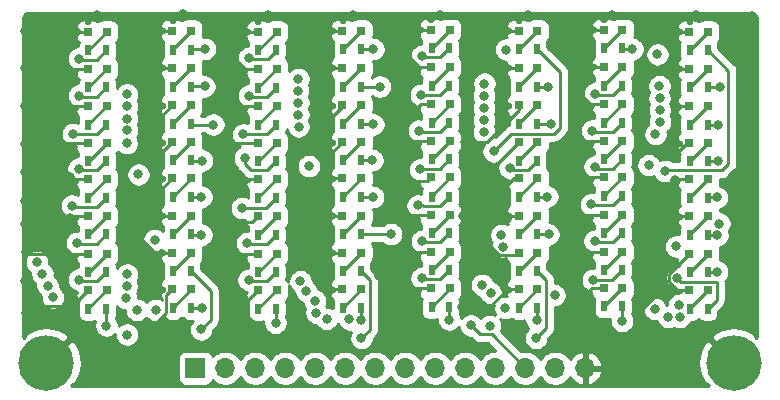
<source format=gtl>
%TF.GenerationSoftware,KiCad,Pcbnew,(5.1.9)-1*%
%TF.CreationDate,2021-05-17T19:38:56-07:00*%
%TF.ProjectId,ShiftRegBoard,53686966-7452-4656-9742-6f6172642e6b,rev?*%
%TF.SameCoordinates,Original*%
%TF.FileFunction,Copper,L1,Top*%
%TF.FilePolarity,Positive*%
%FSLAX46Y46*%
G04 Gerber Fmt 4.6, Leading zero omitted, Abs format (unit mm)*
G04 Created by KiCad (PCBNEW (5.1.9)-1) date 2021-05-17 19:38:56*
%MOMM*%
%LPD*%
G01*
G04 APERTURE LIST*
%TA.AperFunction,ComponentPad*%
%ADD10C,4.700000*%
%TD*%
%TA.AperFunction,SMDPad,CuDef*%
%ADD11R,0.800000X0.800000*%
%TD*%
%TA.AperFunction,ComponentPad*%
%ADD12R,1.700000X1.700000*%
%TD*%
%TA.AperFunction,ComponentPad*%
%ADD13O,1.700000X1.700000*%
%TD*%
%TA.AperFunction,SMDPad,CuDef*%
%ADD14R,0.500000X0.900000*%
%TD*%
%TA.AperFunction,ViaPad*%
%ADD15C,0.800000*%
%TD*%
%TA.AperFunction,Conductor*%
%ADD16C,0.250000*%
%TD*%
%TA.AperFunction,Conductor*%
%ADD17C,0.254000*%
%TD*%
%TA.AperFunction,Conductor*%
%ADD18C,0.100000*%
%TD*%
G04 APERTURE END LIST*
D10*
%TO.P,REF\u002A\u002A,1*%
%TO.N,GND*%
X130695700Y-60845700D03*
%TD*%
%TO.P,REF\u002A\u002A,1*%
%TO.N,GND*%
X72504300Y-60845700D03*
%TD*%
D11*
%TO.P,D1,2*%
%TO.N,Net-(D1-Pad2)*%
X77609500Y-54711600D03*
%TO.P,D1,1*%
%TO.N,GND*%
X76009500Y-54711600D03*
%TD*%
%TO.P,D2,2*%
%TO.N,Net-(D2-Pad2)*%
X77609500Y-51600100D03*
%TO.P,D2,1*%
%TO.N,GND*%
X76009500Y-51600100D03*
%TD*%
%TO.P,D3,2*%
%TO.N,Net-(D3-Pad2)*%
X77609500Y-48463200D03*
%TO.P,D3,1*%
%TO.N,GND*%
X76009500Y-48463200D03*
%TD*%
%TO.P,D4,2*%
%TO.N,Net-(D4-Pad2)*%
X77609500Y-45313600D03*
%TO.P,D4,1*%
%TO.N,GND*%
X76009500Y-45313600D03*
%TD*%
%TO.P,D5,2*%
%TO.N,Net-(D5-Pad2)*%
X77609500Y-42252900D03*
%TO.P,D5,1*%
%TO.N,GND*%
X76009500Y-42252900D03*
%TD*%
%TO.P,D6,2*%
%TO.N,Net-(D6-Pad2)*%
X77609500Y-39128700D03*
%TO.P,D6,1*%
%TO.N,GND*%
X76009500Y-39128700D03*
%TD*%
%TO.P,D7,2*%
%TO.N,Net-(D7-Pad2)*%
X77622200Y-35966400D03*
%TO.P,D7,1*%
%TO.N,GND*%
X76022200Y-35966400D03*
%TD*%
%TO.P,D8,2*%
%TO.N,Net-(D8-Pad2)*%
X77622200Y-32816800D03*
%TO.P,D8,1*%
%TO.N,GND*%
X76022200Y-32816800D03*
%TD*%
%TO.P,D9,2*%
%TO.N,Net-(D9-Pad2)*%
X84772300Y-54635400D03*
%TO.P,D9,1*%
%TO.N,GND*%
X83172300Y-54635400D03*
%TD*%
%TO.P,D10,2*%
%TO.N,Net-(D10-Pad2)*%
X84772300Y-51523900D03*
%TO.P,D10,1*%
%TO.N,GND*%
X83172300Y-51523900D03*
%TD*%
%TO.P,D11,2*%
%TO.N,Net-(D11-Pad2)*%
X84772300Y-48387000D03*
%TO.P,D11,1*%
%TO.N,GND*%
X83172300Y-48387000D03*
%TD*%
%TO.P,D12,2*%
%TO.N,Net-(D12-Pad2)*%
X84772300Y-45237400D03*
%TO.P,D12,1*%
%TO.N,GND*%
X83172300Y-45237400D03*
%TD*%
%TO.P,D13,2*%
%TO.N,Net-(D13-Pad2)*%
X84772300Y-42176700D03*
%TO.P,D13,1*%
%TO.N,GND*%
X83172300Y-42176700D03*
%TD*%
%TO.P,D14,2*%
%TO.N,Net-(D14-Pad2)*%
X84772300Y-39052500D03*
%TO.P,D14,1*%
%TO.N,GND*%
X83172300Y-39052500D03*
%TD*%
%TO.P,D15,2*%
%TO.N,Net-(D15-Pad2)*%
X84772300Y-35877500D03*
%TO.P,D15,1*%
%TO.N,GND*%
X83172300Y-35877500D03*
%TD*%
%TO.P,D16,2*%
%TO.N,Net-(D16-Pad2)*%
X84772300Y-32740600D03*
%TO.P,D16,1*%
%TO.N,GND*%
X83172300Y-32740600D03*
%TD*%
%TO.P,D17,2*%
%TO.N,Net-(D17-Pad2)*%
X91998600Y-54711600D03*
%TO.P,D17,1*%
%TO.N,GND*%
X90398600Y-54711600D03*
%TD*%
%TO.P,D18,2*%
%TO.N,Net-(D18-Pad2)*%
X91998600Y-51600100D03*
%TO.P,D18,1*%
%TO.N,GND*%
X90398600Y-51600100D03*
%TD*%
%TO.P,D19,2*%
%TO.N,Net-(D19-Pad2)*%
X91998600Y-48463200D03*
%TO.P,D19,1*%
%TO.N,GND*%
X90398600Y-48463200D03*
%TD*%
%TO.P,D20,2*%
%TO.N,Net-(D20-Pad2)*%
X91998600Y-45313600D03*
%TO.P,D20,1*%
%TO.N,GND*%
X90398600Y-45313600D03*
%TD*%
%TO.P,D21,2*%
%TO.N,Net-(D21-Pad2)*%
X91998600Y-42252900D03*
%TO.P,D21,1*%
%TO.N,GND*%
X90398600Y-42252900D03*
%TD*%
%TO.P,D22,2*%
%TO.N,Net-(D22-Pad2)*%
X91998600Y-39128700D03*
%TO.P,D22,1*%
%TO.N,GND*%
X90398600Y-39128700D03*
%TD*%
%TO.P,D23,2*%
%TO.N,Net-(D23-Pad2)*%
X91998600Y-35953700D03*
%TO.P,D23,1*%
%TO.N,GND*%
X90398600Y-35953700D03*
%TD*%
%TO.P,D24,2*%
%TO.N,Net-(D24-Pad2)*%
X91998600Y-32816800D03*
%TO.P,D24,1*%
%TO.N,GND*%
X90398600Y-32816800D03*
%TD*%
%TO.P,D25,2*%
%TO.N,Net-(D25-Pad2)*%
X99174100Y-54635400D03*
%TO.P,D25,1*%
%TO.N,GND*%
X97574100Y-54635400D03*
%TD*%
%TO.P,D26,2*%
%TO.N,Net-(D26-Pad2)*%
X99174100Y-51523900D03*
%TO.P,D26,1*%
%TO.N,GND*%
X97574100Y-51523900D03*
%TD*%
%TO.P,D27,2*%
%TO.N,Net-(D27-Pad2)*%
X99174100Y-48387000D03*
%TO.P,D27,1*%
%TO.N,GND*%
X97574100Y-48387000D03*
%TD*%
%TO.P,D28,2*%
%TO.N,Net-(D28-Pad2)*%
X99174100Y-45237400D03*
%TO.P,D28,1*%
%TO.N,GND*%
X97574100Y-45237400D03*
%TD*%
%TO.P,D29,2*%
%TO.N,Net-(D29-Pad2)*%
X99174100Y-42176700D03*
%TO.P,D29,1*%
%TO.N,GND*%
X97574100Y-42176700D03*
%TD*%
%TO.P,D30,2*%
%TO.N,Net-(D30-Pad2)*%
X99174100Y-39052500D03*
%TO.P,D30,1*%
%TO.N,GND*%
X97574100Y-39052500D03*
%TD*%
%TO.P,D31,2*%
%TO.N,Net-(D31-Pad2)*%
X99174100Y-35877500D03*
%TO.P,D31,1*%
%TO.N,GND*%
X97574100Y-35877500D03*
%TD*%
%TO.P,D32,2*%
%TO.N,Net-(D32-Pad2)*%
X99174100Y-32740600D03*
%TO.P,D32,1*%
%TO.N,GND*%
X97574100Y-32740600D03*
%TD*%
%TO.P,D33,2*%
%TO.N,Net-(D33-Pad2)*%
X106654400Y-54559200D03*
%TO.P,D33,1*%
%TO.N,GND*%
X105054400Y-54559200D03*
%TD*%
%TO.P,D34,2*%
%TO.N,Net-(D34-Pad2)*%
X106654400Y-51447700D03*
%TO.P,D34,1*%
%TO.N,GND*%
X105054400Y-51447700D03*
%TD*%
%TO.P,D35,2*%
%TO.N,Net-(D35-Pad2)*%
X106654400Y-48310800D03*
%TO.P,D35,1*%
%TO.N,GND*%
X105054400Y-48310800D03*
%TD*%
%TO.P,D36,2*%
%TO.N,Net-(D36-Pad2)*%
X106654400Y-45161200D03*
%TO.P,D36,1*%
%TO.N,GND*%
X105054400Y-45161200D03*
%TD*%
%TO.P,D37,2*%
%TO.N,Net-(D37-Pad2)*%
X106654400Y-42100500D03*
%TO.P,D37,1*%
%TO.N,GND*%
X105054400Y-42100500D03*
%TD*%
%TO.P,D38,2*%
%TO.N,Net-(D38-Pad2)*%
X106654400Y-38976300D03*
%TO.P,D38,1*%
%TO.N,GND*%
X105054400Y-38976300D03*
%TD*%
%TO.P,D39,2*%
%TO.N,Net-(D39-Pad2)*%
X106654400Y-35801300D03*
%TO.P,D39,1*%
%TO.N,GND*%
X105054400Y-35801300D03*
%TD*%
%TO.P,D40,2*%
%TO.N,Net-(D40-Pad2)*%
X106654400Y-32664400D03*
%TO.P,D40,1*%
%TO.N,GND*%
X105054400Y-32664400D03*
%TD*%
%TO.P,D41,2*%
%TO.N,Net-(D41-Pad2)*%
X114083900Y-54635400D03*
%TO.P,D41,1*%
%TO.N,GND*%
X112483900Y-54635400D03*
%TD*%
%TO.P,D42,2*%
%TO.N,Net-(D42-Pad2)*%
X114083900Y-51523900D03*
%TO.P,D42,1*%
%TO.N,GND*%
X112483900Y-51523900D03*
%TD*%
%TO.P,D43,2*%
%TO.N,Net-(D43-Pad2)*%
X114083900Y-48387000D03*
%TO.P,D43,1*%
%TO.N,GND*%
X112483900Y-48387000D03*
%TD*%
%TO.P,D44,2*%
%TO.N,Net-(D44-Pad2)*%
X114083900Y-45237400D03*
%TO.P,D44,1*%
%TO.N,GND*%
X112483900Y-45237400D03*
%TD*%
%TO.P,D45,2*%
%TO.N,Net-(D45-Pad2)*%
X114083900Y-42176700D03*
%TO.P,D45,1*%
%TO.N,GND*%
X112483900Y-42176700D03*
%TD*%
%TO.P,D46,2*%
%TO.N,Net-(D46-Pad2)*%
X114083900Y-39052500D03*
%TO.P,D46,1*%
%TO.N,GND*%
X112483900Y-39052500D03*
%TD*%
%TO.P,D47,2*%
%TO.N,Net-(D47-Pad2)*%
X114083900Y-35877500D03*
%TO.P,D47,1*%
%TO.N,GND*%
X112483900Y-35877500D03*
%TD*%
%TO.P,D48,2*%
%TO.N,Net-(D48-Pad2)*%
X114083900Y-32740600D03*
%TO.P,D48,1*%
%TO.N,GND*%
X112483900Y-32740600D03*
%TD*%
%TO.P,D49,2*%
%TO.N,Net-(D49-Pad2)*%
X121284800Y-54559200D03*
%TO.P,D49,1*%
%TO.N,GND*%
X119684800Y-54559200D03*
%TD*%
%TO.P,D50,2*%
%TO.N,Net-(D50-Pad2)*%
X121284800Y-51447700D03*
%TO.P,D50,1*%
%TO.N,GND*%
X119684800Y-51447700D03*
%TD*%
%TO.P,D51,2*%
%TO.N,Net-(D51-Pad2)*%
X121284800Y-48310800D03*
%TO.P,D51,1*%
%TO.N,GND*%
X119684800Y-48310800D03*
%TD*%
%TO.P,D52,2*%
%TO.N,Net-(D52-Pad2)*%
X121284800Y-45161200D03*
%TO.P,D52,1*%
%TO.N,GND*%
X119684800Y-45161200D03*
%TD*%
%TO.P,D53,2*%
%TO.N,Net-(D53-Pad2)*%
X121284800Y-42100500D03*
%TO.P,D53,1*%
%TO.N,GND*%
X119684800Y-42100500D03*
%TD*%
%TO.P,D54,2*%
%TO.N,Net-(D54-Pad2)*%
X121284800Y-38976300D03*
%TO.P,D54,1*%
%TO.N,GND*%
X119684800Y-38976300D03*
%TD*%
%TO.P,D55,2*%
%TO.N,Net-(D55-Pad2)*%
X121284800Y-35801300D03*
%TO.P,D55,1*%
%TO.N,GND*%
X119684800Y-35801300D03*
%TD*%
%TO.P,D56,2*%
%TO.N,Net-(D56-Pad2)*%
X121284800Y-32664400D03*
%TO.P,D56,1*%
%TO.N,GND*%
X119684800Y-32664400D03*
%TD*%
%TO.P,D57,2*%
%TO.N,Net-(D57-Pad2)*%
X128523800Y-54711600D03*
%TO.P,D57,1*%
%TO.N,GND*%
X126923800Y-54711600D03*
%TD*%
%TO.P,D58,2*%
%TO.N,Net-(D58-Pad2)*%
X128523800Y-51600100D03*
%TO.P,D58,1*%
%TO.N,GND*%
X126923800Y-51600100D03*
%TD*%
%TO.P,D59,2*%
%TO.N,Net-(D59-Pad2)*%
X128523800Y-48450500D03*
%TO.P,D59,1*%
%TO.N,GND*%
X126923800Y-48450500D03*
%TD*%
%TO.P,D60,2*%
%TO.N,Net-(D60-Pad2)*%
X128523800Y-45313600D03*
%TO.P,D60,1*%
%TO.N,GND*%
X126923800Y-45313600D03*
%TD*%
%TO.P,D61,2*%
%TO.N,Net-(D61-Pad2)*%
X128523800Y-42252900D03*
%TO.P,D61,1*%
%TO.N,GND*%
X126923800Y-42252900D03*
%TD*%
%TO.P,D62,2*%
%TO.N,Net-(D62-Pad2)*%
X128523800Y-39128700D03*
%TO.P,D62,1*%
%TO.N,GND*%
X126923800Y-39128700D03*
%TD*%
%TO.P,D63,2*%
%TO.N,Net-(D63-Pad2)*%
X128523800Y-35953700D03*
%TO.P,D63,1*%
%TO.N,GND*%
X126923800Y-35953700D03*
%TD*%
%TO.P,D64,2*%
%TO.N,Net-(D64-Pad2)*%
X128523800Y-32816800D03*
%TO.P,D64,1*%
%TO.N,GND*%
X126923800Y-32816800D03*
%TD*%
D12*
%TO.P,J1,1*%
%TO.N,SER1*%
X85115400Y-61302900D03*
D13*
%TO.P,J1,2*%
%TO.N,SER2*%
X87655400Y-61302900D03*
%TO.P,J1,3*%
%TO.N,SER3*%
X90195400Y-61302900D03*
%TO.P,J1,4*%
%TO.N,SER4*%
X92735400Y-61302900D03*
%TO.P,J1,5*%
%TO.N,SER5*%
X95275400Y-61302900D03*
%TO.P,J1,6*%
%TO.N,SER6*%
X97815400Y-61302900D03*
%TO.P,J1,7*%
%TO.N,SER7*%
X100355400Y-61302900D03*
%TO.P,J1,8*%
%TO.N,SER8*%
X102895400Y-61302900D03*
%TO.P,J1,9*%
%TO.N,Net-(J1-Pad9)*%
X105435400Y-61302900D03*
%TO.P,J1,10*%
%TO.N,Net-(J1-Pad10)*%
X107975400Y-61302900D03*
%TO.P,J1,11*%
%TO.N,Net-(J1-Pad11)*%
X110515400Y-61302900D03*
%TO.P,J1,12*%
%TO.N,Net-(J1-Pad12)*%
X113055400Y-61302900D03*
%TO.P,J1,13*%
%TO.N,VCC*%
X115595400Y-61302900D03*
%TO.P,J1,14*%
%TO.N,GND*%
X118135400Y-61302900D03*
%TD*%
D14*
%TO.P,R1,1*%
%TO.N,Net-(D1-Pad2)*%
X76073000Y-56311800D03*
%TO.P,R1,2*%
%TO.N,Net-(R1-Pad2)*%
X77573000Y-56311800D03*
%TD*%
%TO.P,R2,1*%
%TO.N,Net-(D2-Pad2)*%
X76073000Y-53124100D03*
%TO.P,R2,2*%
%TO.N,Net-(R2-Pad2)*%
X77573000Y-53124100D03*
%TD*%
%TO.P,R3,1*%
%TO.N,Net-(D3-Pad2)*%
X76073000Y-49987200D03*
%TO.P,R3,2*%
%TO.N,Net-(R3-Pad2)*%
X77573000Y-49987200D03*
%TD*%
%TO.P,R4,1*%
%TO.N,Net-(D4-Pad2)*%
X76073000Y-46875700D03*
%TO.P,R4,2*%
%TO.N,Net-(R4-Pad2)*%
X77573000Y-46875700D03*
%TD*%
%TO.P,R5,1*%
%TO.N,Net-(D5-Pad2)*%
X76073000Y-43764200D03*
%TO.P,R5,2*%
%TO.N,Net-(R5-Pad2)*%
X77573000Y-43764200D03*
%TD*%
%TO.P,R6,1*%
%TO.N,Net-(D6-Pad2)*%
X76073000Y-40690800D03*
%TO.P,R6,2*%
%TO.N,Net-(R6-Pad2)*%
X77573000Y-40690800D03*
%TD*%
%TO.P,R7,1*%
%TO.N,Net-(D7-Pad2)*%
X76073000Y-37541200D03*
%TO.P,R7,2*%
%TO.N,Net-(R7-Pad2)*%
X77573000Y-37541200D03*
%TD*%
%TO.P,R8,1*%
%TO.N,Net-(D8-Pad2)*%
X76073000Y-34404300D03*
%TO.P,R8,2*%
%TO.N,Net-(R8-Pad2)*%
X77573000Y-34404300D03*
%TD*%
%TO.P,R9,1*%
%TO.N,Net-(D9-Pad2)*%
X83235800Y-56197500D03*
%TO.P,R9,2*%
%TO.N,Net-(R9-Pad2)*%
X84735800Y-56197500D03*
%TD*%
%TO.P,R10,1*%
%TO.N,Net-(D10-Pad2)*%
X83235800Y-53086000D03*
%TO.P,R10,2*%
%TO.N,Net-(R10-Pad2)*%
X84735800Y-53086000D03*
%TD*%
%TO.P,R11,1*%
%TO.N,Net-(D11-Pad2)*%
X83235800Y-49974500D03*
%TO.P,R11,2*%
%TO.N,Net-(R11-Pad2)*%
X84735800Y-49974500D03*
%TD*%
%TO.P,R12,1*%
%TO.N,Net-(D12-Pad2)*%
X83235800Y-46837600D03*
%TO.P,R12,2*%
%TO.N,Net-(R12-Pad2)*%
X84735800Y-46837600D03*
%TD*%
%TO.P,R13,1*%
%TO.N,Net-(D13-Pad2)*%
X83235800Y-43700700D03*
%TO.P,R13,2*%
%TO.N,Net-(R13-Pad2)*%
X84735800Y-43700700D03*
%TD*%
%TO.P,R14,1*%
%TO.N,Net-(D14-Pad2)*%
X83235800Y-40640000D03*
%TO.P,R14,2*%
%TO.N,Net-(R14-Pad2)*%
X84735800Y-40640000D03*
%TD*%
%TO.P,R15,1*%
%TO.N,Net-(D15-Pad2)*%
X83235800Y-37465000D03*
%TO.P,R15,2*%
%TO.N,Net-(R15-Pad2)*%
X84735800Y-37465000D03*
%TD*%
%TO.P,R16,1*%
%TO.N,Net-(D16-Pad2)*%
X83235800Y-34328100D03*
%TO.P,R16,2*%
%TO.N,Net-(R16-Pad2)*%
X84735800Y-34328100D03*
%TD*%
%TO.P,R17,1*%
%TO.N,Net-(D17-Pad2)*%
X90462100Y-56286400D03*
%TO.P,R17,2*%
%TO.N,Net-(R17-Pad2)*%
X91962100Y-56286400D03*
%TD*%
%TO.P,R18,1*%
%TO.N,Net-(D18-Pad2)*%
X90462100Y-53162200D03*
%TO.P,R18,2*%
%TO.N,Net-(R18-Pad2)*%
X91962100Y-53162200D03*
%TD*%
%TO.P,R19,1*%
%TO.N,Net-(D19-Pad2)*%
X90462100Y-50025300D03*
%TO.P,R19,2*%
%TO.N,Net-(R19-Pad2)*%
X91962100Y-50025300D03*
%TD*%
%TO.P,R20,1*%
%TO.N,Net-(D20-Pad2)*%
X90462100Y-46901100D03*
%TO.P,R20,2*%
%TO.N,Net-(R20-Pad2)*%
X91962100Y-46901100D03*
%TD*%
%TO.P,R21,1*%
%TO.N,Net-(D21-Pad2)*%
X90462100Y-43789600D03*
%TO.P,R21,2*%
%TO.N,Net-(R21-Pad2)*%
X91962100Y-43789600D03*
%TD*%
%TO.P,R22,1*%
%TO.N,Net-(D22-Pad2)*%
X90462100Y-40716200D03*
%TO.P,R22,2*%
%TO.N,Net-(R22-Pad2)*%
X91962100Y-40716200D03*
%TD*%
%TO.P,R23,1*%
%TO.N,Net-(D23-Pad2)*%
X90462100Y-37553900D03*
%TO.P,R23,2*%
%TO.N,Net-(R23-Pad2)*%
X91962100Y-37553900D03*
%TD*%
%TO.P,R24,1*%
%TO.N,Net-(D24-Pad2)*%
X90462100Y-34378900D03*
%TO.P,R24,2*%
%TO.N,Net-(R24-Pad2)*%
X91962100Y-34378900D03*
%TD*%
%TO.P,R25,1*%
%TO.N,Net-(D25-Pad2)*%
X97637600Y-56197500D03*
%TO.P,R25,2*%
%TO.N,Net-(R25-Pad2)*%
X99137600Y-56197500D03*
%TD*%
%TO.P,R26,1*%
%TO.N,Net-(D26-Pad2)*%
X97637600Y-53098700D03*
%TO.P,R26,2*%
%TO.N,Net-(R26-Pad2)*%
X99137600Y-53098700D03*
%TD*%
%TO.P,R27,1*%
%TO.N,Net-(D27-Pad2)*%
X97637600Y-49949100D03*
%TO.P,R27,2*%
%TO.N,Net-(R27-Pad2)*%
X99137600Y-49949100D03*
%TD*%
%TO.P,R28,1*%
%TO.N,Net-(D28-Pad2)*%
X97637600Y-46824900D03*
%TO.P,R28,2*%
%TO.N,Net-(R28-Pad2)*%
X99137600Y-46824900D03*
%TD*%
%TO.P,R29,1*%
%TO.N,Net-(D29-Pad2)*%
X97637600Y-43713400D03*
%TO.P,R29,2*%
%TO.N,Net-(R29-Pad2)*%
X99137600Y-43713400D03*
%TD*%
%TO.P,R30,1*%
%TO.N,Net-(D30-Pad2)*%
X97637600Y-40614600D03*
%TO.P,R30,2*%
%TO.N,Net-(R30-Pad2)*%
X99137600Y-40614600D03*
%TD*%
%TO.P,R31,1*%
%TO.N,Net-(D31-Pad2)*%
X97637600Y-37477700D03*
%TO.P,R31,2*%
%TO.N,Net-(R31-Pad2)*%
X99137600Y-37477700D03*
%TD*%
%TO.P,R32,1*%
%TO.N,Net-(D32-Pad2)*%
X97637600Y-34302700D03*
%TO.P,R32,2*%
%TO.N,Net-(R32-Pad2)*%
X99137600Y-34302700D03*
%TD*%
%TO.P,R33,1*%
%TO.N,Net-(D33-Pad2)*%
X105117900Y-56134000D03*
%TO.P,R33,2*%
%TO.N,Net-(R33-Pad2)*%
X106617900Y-56134000D03*
%TD*%
%TO.P,R34,1*%
%TO.N,Net-(D34-Pad2)*%
X105117900Y-53009800D03*
%TO.P,R34,2*%
%TO.N,Net-(R34-Pad2)*%
X106617900Y-53009800D03*
%TD*%
%TO.P,R35,1*%
%TO.N,Net-(D35-Pad2)*%
X105117900Y-49872900D03*
%TO.P,R35,2*%
%TO.N,Net-(R35-Pad2)*%
X106617900Y-49872900D03*
%TD*%
%TO.P,R36,1*%
%TO.N,Net-(D36-Pad2)*%
X105117900Y-46774100D03*
%TO.P,R36,2*%
%TO.N,Net-(R36-Pad2)*%
X106617900Y-46774100D03*
%TD*%
%TO.P,R37,1*%
%TO.N,Net-(D37-Pad2)*%
X105117900Y-43611800D03*
%TO.P,R37,2*%
%TO.N,Net-(R37-Pad2)*%
X106617900Y-43611800D03*
%TD*%
%TO.P,R38,1*%
%TO.N,Net-(D38-Pad2)*%
X105117900Y-40525700D03*
%TO.P,R38,2*%
%TO.N,Net-(R38-Pad2)*%
X106617900Y-40525700D03*
%TD*%
%TO.P,R39,1*%
%TO.N,Net-(D39-Pad2)*%
X105117900Y-37376100D03*
%TO.P,R39,2*%
%TO.N,Net-(R39-Pad2)*%
X106617900Y-37376100D03*
%TD*%
%TO.P,R40,1*%
%TO.N,Net-(D40-Pad2)*%
X105117900Y-34226500D03*
%TO.P,R40,2*%
%TO.N,Net-(R40-Pad2)*%
X106617900Y-34226500D03*
%TD*%
%TO.P,R41,1*%
%TO.N,Net-(D41-Pad2)*%
X112547400Y-56197500D03*
%TO.P,R41,2*%
%TO.N,Net-(R41-Pad2)*%
X114047400Y-56197500D03*
%TD*%
%TO.P,R42,1*%
%TO.N,Net-(D42-Pad2)*%
X112547400Y-53073300D03*
%TO.P,R42,2*%
%TO.N,Net-(R42-Pad2)*%
X114047400Y-53073300D03*
%TD*%
%TO.P,R43,1*%
%TO.N,Net-(D43-Pad2)*%
X112547400Y-49949100D03*
%TO.P,R43,2*%
%TO.N,Net-(R43-Pad2)*%
X114047400Y-49949100D03*
%TD*%
%TO.P,R44,1*%
%TO.N,Net-(D44-Pad2)*%
X112547400Y-46824900D03*
%TO.P,R44,2*%
%TO.N,Net-(R44-Pad2)*%
X114047400Y-46824900D03*
%TD*%
%TO.P,R45,1*%
%TO.N,Net-(D45-Pad2)*%
X112547400Y-43726100D03*
%TO.P,R45,2*%
%TO.N,Net-(R45-Pad2)*%
X114047400Y-43726100D03*
%TD*%
%TO.P,R46,1*%
%TO.N,Net-(D46-Pad2)*%
X112547400Y-40627300D03*
%TO.P,R46,2*%
%TO.N,Net-(R46-Pad2)*%
X114047400Y-40627300D03*
%TD*%
%TO.P,R47,1*%
%TO.N,Net-(D47-Pad2)*%
X112547400Y-37465000D03*
%TO.P,R47,2*%
%TO.N,Net-(R47-Pad2)*%
X114047400Y-37465000D03*
%TD*%
%TO.P,R48,1*%
%TO.N,Net-(D48-Pad2)*%
X112547400Y-34264600D03*
%TO.P,R48,2*%
%TO.N,Net-(R48-Pad2)*%
X114047400Y-34264600D03*
%TD*%
%TO.P,R49,1*%
%TO.N,Net-(D49-Pad2)*%
X119748300Y-56083200D03*
%TO.P,R49,2*%
%TO.N,Net-(R49-Pad2)*%
X121248300Y-56083200D03*
%TD*%
%TO.P,R50,1*%
%TO.N,Net-(D50-Pad2)*%
X119748300Y-53009800D03*
%TO.P,R50,2*%
%TO.N,Net-(R50-Pad2)*%
X121248300Y-53009800D03*
%TD*%
%TO.P,R51,1*%
%TO.N,Net-(D51-Pad2)*%
X119748300Y-49885600D03*
%TO.P,R51,2*%
%TO.N,Net-(R51-Pad2)*%
X121248300Y-49885600D03*
%TD*%
%TO.P,R52,1*%
%TO.N,Net-(D52-Pad2)*%
X119748300Y-46748700D03*
%TO.P,R52,2*%
%TO.N,Net-(R52-Pad2)*%
X121248300Y-46748700D03*
%TD*%
%TO.P,R53,1*%
%TO.N,Net-(D53-Pad2)*%
X119748300Y-43637200D03*
%TO.P,R53,2*%
%TO.N,Net-(R53-Pad2)*%
X121248300Y-43637200D03*
%TD*%
%TO.P,R54,1*%
%TO.N,Net-(D54-Pad2)*%
X119748300Y-40551100D03*
%TO.P,R54,2*%
%TO.N,Net-(R54-Pad2)*%
X121248300Y-40551100D03*
%TD*%
%TO.P,R55,1*%
%TO.N,Net-(D55-Pad2)*%
X119748300Y-37401500D03*
%TO.P,R55,2*%
%TO.N,Net-(R55-Pad2)*%
X121248300Y-37401500D03*
%TD*%
%TO.P,R56,1*%
%TO.N,Net-(D56-Pad2)*%
X119748300Y-34226500D03*
%TO.P,R56,2*%
%TO.N,Net-(R56-Pad2)*%
X121248300Y-34226500D03*
%TD*%
%TO.P,R57,1*%
%TO.N,Net-(D57-Pad2)*%
X126987300Y-56299100D03*
%TO.P,R57,2*%
%TO.N,Net-(R57-Pad2)*%
X128487300Y-56299100D03*
%TD*%
%TO.P,R58,1*%
%TO.N,Net-(D58-Pad2)*%
X126987300Y-53149500D03*
%TO.P,R58,2*%
%TO.N,Net-(R58-Pad2)*%
X128487300Y-53149500D03*
%TD*%
%TO.P,R59,1*%
%TO.N,Net-(D59-Pad2)*%
X126987300Y-50012600D03*
%TO.P,R59,2*%
%TO.N,Net-(R59-Pad2)*%
X128487300Y-50012600D03*
%TD*%
%TO.P,R60,1*%
%TO.N,Net-(D60-Pad2)*%
X126987300Y-46875700D03*
%TO.P,R60,2*%
%TO.N,Net-(R60-Pad2)*%
X128487300Y-46875700D03*
%TD*%
%TO.P,R61,1*%
%TO.N,Net-(D61-Pad2)*%
X126987300Y-43789600D03*
%TO.P,R61,2*%
%TO.N,Net-(R61-Pad2)*%
X128487300Y-43789600D03*
%TD*%
%TO.P,R62,1*%
%TO.N,Net-(D62-Pad2)*%
X126987300Y-40678100D03*
%TO.P,R62,2*%
%TO.N,Net-(R62-Pad2)*%
X128487300Y-40678100D03*
%TD*%
%TO.P,R63,1*%
%TO.N,Net-(D63-Pad2)*%
X126987300Y-37541200D03*
%TO.P,R63,2*%
%TO.N,Net-(R63-Pad2)*%
X128487300Y-37541200D03*
%TD*%
%TO.P,R64,1*%
%TO.N,Net-(D64-Pad2)*%
X126987300Y-34378900D03*
%TO.P,R64,2*%
%TO.N,Net-(R64-Pad2)*%
X128487300Y-34378900D03*
%TD*%
D15*
%TO.N,GND*%
X107775145Y-48399698D03*
X87744300Y-34404300D03*
X87769700Y-38176200D03*
X87553800Y-42722800D03*
X87337900Y-48945800D03*
X88442800Y-57746900D03*
X102082600Y-33832800D03*
X100947198Y-42280344D03*
X124675900Y-32854900D03*
X124650500Y-35941000D03*
X125552200Y-43408600D03*
X125704600Y-45377100D03*
X122682000Y-48107600D03*
X122859800Y-58967200D03*
X118224300Y-55067200D03*
X116166900Y-53822600D03*
X117055900Y-48323500D03*
X117068600Y-45161200D03*
X117081300Y-42125900D03*
X117106700Y-37535767D03*
X117081300Y-35775900D03*
X117055900Y-32664400D03*
X109626400Y-32766000D03*
X109537500Y-35852100D03*
X107924600Y-42138600D03*
X108826300Y-44259500D03*
X111023400Y-46291500D03*
X111467900Y-48691800D03*
X107733000Y-56108600D03*
X103251000Y-54610000D03*
X100711000Y-53505100D03*
X101219000Y-48285400D03*
X103212900Y-45440600D03*
X95110300Y-32715200D03*
X95135700Y-35692249D03*
X95457853Y-41305053D03*
X96342200Y-44094400D03*
X94157800Y-46583600D03*
X87553800Y-45300900D03*
X87718900Y-32816800D03*
X80365600Y-32727900D03*
X80378300Y-35890200D03*
X81584800Y-42329100D03*
X81965800Y-44335700D03*
X78892400Y-46875700D03*
X80900100Y-58394600D03*
X70764400Y-56654700D03*
X70777100Y-51473100D03*
X74513301Y-48564800D03*
X74513301Y-45120782D03*
X70688200Y-42303700D03*
X70726300Y-39116000D03*
X70726300Y-35864800D03*
X70726300Y-32791400D03*
X76835000Y-31381700D03*
X91236800Y-31419800D03*
X98450400Y-31369000D03*
X105854500Y-31394400D03*
X113322100Y-31369000D03*
X120434100Y-31381700D03*
X127533400Y-31369000D03*
X132270500Y-31457900D03*
X132270500Y-35661600D03*
X132270500Y-40347900D03*
X132270500Y-44945300D03*
X132308600Y-49212500D03*
X132270500Y-53086000D03*
X132295900Y-57442100D03*
X127114300Y-62509400D03*
X79375000Y-62522100D03*
X76149200Y-62534800D03*
X70726300Y-53962300D03*
X70700900Y-49136300D03*
X70688200Y-47193200D03*
X70688200Y-44704000D03*
X84074000Y-31318200D03*
%TO.N,VCC*%
X115533901Y-55130700D03*
X126149100Y-56965590D03*
X123494953Y-44119953D03*
X111442500Y-34340800D03*
X98161622Y-57181272D03*
X94742000Y-44208700D03*
X81775300Y-56368690D03*
X80302100Y-44907200D03*
X79349600Y-58470800D03*
%TO.N,Net-(J1-Pad12)*%
X111025185Y-50031689D03*
X129483886Y-49065686D03*
X124418874Y-37419503D03*
X109585101Y-37217314D03*
X94012080Y-53947398D03*
X93850883Y-36817248D03*
X79338104Y-38121166D03*
X108458000Y-57683400D03*
X71713271Y-52332402D03*
X81674800Y-50453451D03*
%TO.N,Net-(J1-Pad11)*%
X110122289Y-54940200D03*
X125149097Y-56965590D03*
X124462397Y-40451897D03*
X109552540Y-40305248D03*
X95376008Y-56617592D03*
X93835384Y-39851575D03*
X79236400Y-55368689D03*
X79353775Y-41181413D03*
X110070900Y-57721500D03*
X73063301Y-55308500D03*
%TO.N,Net-(J1-Pad10)*%
X109395137Y-54253721D03*
X124026425Y-56296237D03*
X124439247Y-39449742D03*
X109552750Y-39279733D03*
X95250589Y-55619595D03*
X93846340Y-38815314D03*
X79307709Y-54371233D03*
X79336616Y-40173266D03*
X72613291Y-54315988D03*
%TO.N,Net-(J1-Pad9)*%
X111173193Y-51020776D03*
X125835924Y-50992900D03*
X124423391Y-38440292D03*
X109546411Y-38260767D03*
X94525589Y-54805484D03*
X93804647Y-37816181D03*
X79343488Y-53371871D03*
X79332375Y-39152201D03*
X72163281Y-53315985D03*
%TO.N,SER8*%
X126071633Y-55968593D03*
%TO.N,SER7*%
X124076197Y-41488097D03*
X124244100Y-34734500D03*
%TO.N,SER6*%
X111371658Y-56230242D03*
%TO.N,SER5*%
X109553747Y-41329347D03*
%TO.N,SER4*%
X96226136Y-57144171D03*
%TO.N,SER3*%
X93861047Y-40851247D03*
%TO.N,SER2*%
X80175100Y-56368690D03*
%TO.N,SER1*%
X79309547Y-42250947D03*
%TO.N,Net-(R1-Pad2)*%
X77592347Y-57713453D03*
%TO.N,Net-(R2-Pad2)*%
X75268518Y-53803343D03*
%TO.N,Net-(R3-Pad2)*%
X75108789Y-50699437D03*
%TO.N,Net-(R4-Pad2)*%
X74658779Y-47548800D03*
%TO.N,Net-(R5-Pad2)*%
X75232949Y-44418316D03*
%TO.N,Net-(R6-Pad2)*%
X74773080Y-41465500D03*
%TO.N,Net-(R7-Pad2)*%
X75270148Y-38233884D03*
%TO.N,Net-(R8-Pad2)*%
X75249633Y-35096085D03*
%TO.N,Net-(R9-Pad2)*%
X85686900Y-56210200D03*
%TO.N,Net-(R10-Pad2)*%
X85610700Y-58026300D03*
%TO.N,Net-(R11-Pad2)*%
X85623400Y-50012600D03*
%TO.N,Net-(R12-Pad2)*%
X85623400Y-46812200D03*
%TO.N,Net-(R13-Pad2)*%
X85699600Y-43726100D03*
%TO.N,Net-(R14-Pad2)*%
X86639400Y-40678100D03*
%TO.N,Net-(R15-Pad2)*%
X85902800Y-37452300D03*
%TO.N,Net-(R16-Pad2)*%
X85928200Y-34277300D03*
%TO.N,Net-(R17-Pad2)*%
X91909900Y-57467500D03*
%TO.N,Net-(R18-Pad2)*%
X89629040Y-53838919D03*
%TO.N,Net-(R19-Pad2)*%
X89510589Y-50712803D03*
%TO.N,Net-(R20-Pad2)*%
X89060579Y-47764700D03*
%TO.N,Net-(R21-Pad2)*%
X89312332Y-43490732D03*
%TO.N,Net-(R22-Pad2)*%
X89162179Y-41516300D03*
%TO.N,Net-(R23-Pad2)*%
X89654672Y-38225883D03*
%TO.N,Net-(R24-Pad2)*%
X89655538Y-35053044D03*
%TO.N,Net-(R25-Pad2)*%
X99161600Y-57188100D03*
%TO.N,Net-(R26-Pad2)*%
X99174300Y-58762900D03*
%TO.N,Net-(R27-Pad2)*%
X101688900Y-49961800D03*
%TO.N,Net-(R28-Pad2)*%
X100164900Y-46824900D03*
%TO.N,Net-(R29-Pad2)*%
X100114100Y-43700700D03*
%TO.N,Net-(R30-Pad2)*%
X100203000Y-40665400D03*
%TO.N,Net-(R31-Pad2)*%
X100736400Y-37477700D03*
%TO.N,Net-(R32-Pad2)*%
X100203000Y-34302700D03*
%TO.N,Net-(R33-Pad2)*%
X106603800Y-57200800D03*
%TO.N,Net-(R34-Pad2)*%
X104286775Y-53685012D03*
%TO.N,Net-(R35-Pad2)*%
X104304139Y-50560545D03*
%TO.N,Net-(R36-Pad2)*%
X103932279Y-47524034D03*
%TO.N,Net-(R37-Pad2)*%
X104126685Y-44475684D03*
%TO.N,Net-(R38-Pad2)*%
X104046579Y-41202972D03*
%TO.N,Net-(R39-Pad2)*%
X104213838Y-38168983D03*
%TO.N,Net-(R40-Pad2)*%
X104309738Y-34896630D03*
%TO.N,Net-(R41-Pad2)*%
X114007900Y-57200800D03*
%TO.N,Net-(R42-Pad2)*%
X113982500Y-58750200D03*
%TO.N,Net-(R43-Pad2)*%
X115023900Y-49974500D03*
%TO.N,Net-(R44-Pad2)*%
X114922300Y-46786800D03*
%TO.N,Net-(R45-Pad2)*%
X111719790Y-44338485D03*
%TO.N,Net-(R46-Pad2)*%
X115252500Y-40627300D03*
%TO.N,Net-(R47-Pad2)*%
X114973100Y-37477700D03*
%TO.N,Net-(R48-Pad2)*%
X110373929Y-42949629D03*
%TO.N,Net-(R49-Pad2)*%
X121246900Y-57302400D03*
%TO.N,Net-(R50-Pad2)*%
X118786837Y-53824483D03*
%TO.N,Net-(R51-Pad2)*%
X118933441Y-50537927D03*
%TO.N,Net-(R52-Pad2)*%
X118618580Y-47434500D03*
%TO.N,Net-(R53-Pad2)*%
X118917920Y-44239386D03*
%TO.N,Net-(R54-Pad2)*%
X118720119Y-41193113D03*
%TO.N,Net-(R55-Pad2)*%
X118938521Y-38067486D03*
%TO.N,Net-(R56-Pad2)*%
X122123200Y-34290000D03*
%TO.N,Net-(R57-Pad2)*%
X125926436Y-53667900D03*
%TO.N,Net-(R58-Pad2)*%
X129298700Y-53149500D03*
%TO.N,Net-(R59-Pad2)*%
X129311400Y-50050700D03*
%TO.N,Net-(R60-Pad2)*%
X129298700Y-46850300D03*
%TO.N,Net-(R61-Pad2)*%
X129400300Y-43764200D03*
%TO.N,Net-(R62-Pad2)*%
X129336800Y-40678100D03*
%TO.N,Net-(R63-Pad2)*%
X129514600Y-37528500D03*
%TO.N,Net-(R64-Pad2)*%
X124879100Y-44615100D03*
%TD*%
D16*
%TO.N,Net-(D1-Pad2)*%
X76073000Y-56248100D02*
X77609500Y-54711600D01*
X76073000Y-56311800D02*
X76073000Y-56248100D01*
%TO.N,GND*%
X89293700Y-35953700D02*
X87744300Y-34404300D01*
X90398600Y-35953700D02*
X89293700Y-35953700D01*
X88722200Y-39128700D02*
X87769700Y-38176200D01*
X90398600Y-39128700D02*
X88722200Y-39128700D01*
X88023700Y-42252900D02*
X87553800Y-42722800D01*
X90398600Y-42252900D02*
X88023700Y-42252900D01*
X89916000Y-48945800D02*
X87337900Y-48945800D01*
X90398600Y-48463200D02*
X89916000Y-48945800D01*
X90398600Y-51600100D02*
X88239600Y-51600100D01*
X87337900Y-50698400D02*
X87337900Y-48945800D01*
X88239600Y-51600100D02*
X87337900Y-50698400D01*
X88442800Y-56667400D02*
X88442800Y-57746900D01*
X90398600Y-54711600D02*
X88442800Y-56667400D01*
X104051100Y-35801300D02*
X102082600Y-33832800D01*
X105054400Y-35801300D02*
X104051100Y-35801300D01*
X104251242Y-38976300D02*
X100947198Y-42280344D01*
X105054400Y-38976300D02*
X104251242Y-38976300D01*
X101127042Y-42100500D02*
X100947198Y-42280344D01*
X105054400Y-42100500D02*
X101127042Y-42100500D01*
X124714000Y-32816800D02*
X124675900Y-32854900D01*
X126923800Y-32816800D02*
X124714000Y-32816800D01*
X124663200Y-35953700D02*
X124650500Y-35941000D01*
X126923800Y-35953700D02*
X124663200Y-35953700D01*
X126923800Y-39128700D02*
X125971300Y-39128700D01*
X125971300Y-39128700D02*
X125514100Y-38671500D01*
X125514100Y-36804600D02*
X124650500Y-35941000D01*
X125514100Y-38671500D02*
X125514100Y-36804600D01*
X126707900Y-42252900D02*
X125552200Y-43408600D01*
X126923800Y-42252900D02*
X126707900Y-42252900D01*
X125768100Y-45313600D02*
X125704600Y-45377100D01*
X126923800Y-45313600D02*
X125768100Y-45313600D01*
X123024900Y-48450500D02*
X122682000Y-48107600D01*
X126923800Y-48450500D02*
X123024900Y-48450500D01*
X125897134Y-54711600D02*
X126923800Y-54711600D01*
X125201435Y-54015901D02*
X125897134Y-54711600D01*
X125201435Y-53322465D02*
X125201435Y-54015901D01*
X126923800Y-51600100D02*
X125201435Y-53322465D01*
X122859800Y-56389860D02*
X122859800Y-58967200D01*
X124538060Y-54711600D02*
X122859800Y-56389860D01*
X126923800Y-54711600D02*
X124538060Y-54711600D01*
X118732300Y-54559200D02*
X118224300Y-55067200D01*
X119684800Y-54559200D02*
X118732300Y-54559200D01*
X118541800Y-51447700D02*
X116166900Y-53822600D01*
X119684800Y-51447700D02*
X118541800Y-51447700D01*
X117068600Y-48310800D02*
X117055900Y-48323500D01*
X119684800Y-48310800D02*
X117068600Y-48310800D01*
X119684800Y-45161200D02*
X117068600Y-45161200D01*
X117106700Y-42100500D02*
X117081300Y-42125900D01*
X119684800Y-42100500D02*
X117106700Y-42100500D01*
X118547233Y-38976300D02*
X117106700Y-37535767D01*
X119684800Y-38976300D02*
X118547233Y-38976300D01*
X117106700Y-35801300D02*
X117081300Y-35775900D01*
X119684800Y-35801300D02*
X117106700Y-35801300D01*
X119684800Y-32664400D02*
X117055900Y-32664400D01*
X109651800Y-32740600D02*
X109626400Y-32766000D01*
X112483900Y-32740600D02*
X109651800Y-32740600D01*
X109562900Y-35877500D02*
X109537500Y-35852100D01*
X112483900Y-35877500D02*
X109562900Y-35877500D01*
X109817496Y-42138600D02*
X107924600Y-42138600D01*
X112483900Y-39472196D02*
X109817496Y-42138600D01*
X112483900Y-39052500D02*
X112483900Y-39472196D01*
X110401100Y-44259500D02*
X108826300Y-44259500D01*
X112483900Y-42176700D02*
X110401100Y-44259500D01*
X112077500Y-45237400D02*
X111023400Y-46291500D01*
X112483900Y-45237400D02*
X112077500Y-45237400D01*
X111772700Y-48387000D02*
X111467900Y-48691800D01*
X112483900Y-48387000D02*
X111772700Y-48387000D01*
X107775145Y-48695730D02*
X107775145Y-48399698D01*
X110825192Y-51745777D02*
X107775145Y-48695730D01*
X112262023Y-51745777D02*
X110825192Y-51745777D01*
X112483900Y-51523900D02*
X112262023Y-51745777D01*
X110026891Y-56108600D02*
X107733000Y-56108600D01*
X111500091Y-54635400D02*
X110026891Y-56108600D01*
X112483900Y-54635400D02*
X111500091Y-54635400D01*
X103301800Y-54559200D02*
X103251000Y-54610000D01*
X105054400Y-54559200D02*
X103301800Y-54559200D01*
X102768400Y-51447700D02*
X100711000Y-53505100D01*
X105054400Y-51447700D02*
X102768400Y-51447700D01*
X101244400Y-48310800D02*
X101219000Y-48285400D01*
X105054400Y-48310800D02*
X101244400Y-48310800D01*
X104775000Y-45440600D02*
X103212900Y-45440600D01*
X105054400Y-45161200D02*
X104775000Y-45440600D01*
X95135700Y-32740600D02*
X95110300Y-32715200D01*
X97574100Y-32740600D02*
X95135700Y-32740600D01*
X95320951Y-35877500D02*
X95135700Y-35692249D01*
X97574100Y-35877500D02*
X95320951Y-35877500D01*
X97574100Y-39188806D02*
X95457853Y-41305053D01*
X97574100Y-39052500D02*
X97574100Y-39188806D01*
X96342200Y-43408600D02*
X96342200Y-44094400D01*
X97574100Y-42176700D02*
X96342200Y-43408600D01*
X95504000Y-45237400D02*
X94157800Y-46583600D01*
X97574100Y-45237400D02*
X95504000Y-45237400D01*
X95961200Y-48387000D02*
X94157800Y-46583600D01*
X97574100Y-48387000D02*
X95961200Y-48387000D01*
X97574100Y-51523900D02*
X95110300Y-51523900D01*
X94157800Y-50571400D02*
X94157800Y-46583600D01*
X95110300Y-51523900D02*
X94157800Y-50571400D01*
X97574100Y-54635400D02*
X96202500Y-54635400D01*
X94157800Y-52590700D02*
X94157800Y-46583600D01*
X96202500Y-54635400D02*
X94157800Y-52590700D01*
X87566500Y-45313600D02*
X87553800Y-45300900D01*
X90398600Y-45313600D02*
X87566500Y-45313600D01*
X90398600Y-32816800D02*
X87718900Y-32816800D01*
X80378300Y-32740600D02*
X80365600Y-32727900D01*
X83172300Y-32740600D02*
X80378300Y-32740600D01*
X80391000Y-35877500D02*
X80378300Y-35890200D01*
X83172300Y-35877500D02*
X80391000Y-35877500D01*
X81584800Y-40640000D02*
X81584800Y-42329100D01*
X83172300Y-39052500D02*
X81584800Y-40640000D01*
X81965800Y-43383200D02*
X81965800Y-44335700D01*
X83172300Y-42176700D02*
X81965800Y-43383200D01*
X81534000Y-46875700D02*
X78892400Y-46875700D01*
X83172300Y-45237400D02*
X81534000Y-46875700D01*
X80403700Y-48387000D02*
X78892400Y-46875700D01*
X83172300Y-48387000D02*
X80403700Y-48387000D01*
X78892400Y-48744053D02*
X78892400Y-46875700D01*
X81672247Y-51523900D02*
X78892400Y-48744053D01*
X83172300Y-51523900D02*
X81672247Y-51523900D01*
X82660799Y-56633901D02*
X80900100Y-58394600D01*
X82660799Y-55146901D02*
X82660799Y-56633901D01*
X83172300Y-54635400D02*
X82660799Y-55146901D01*
X71385599Y-56033501D02*
X70764400Y-56654700D01*
X74687599Y-56033501D02*
X71385599Y-56033501D01*
X76009500Y-54711600D02*
X74687599Y-56033501D01*
X70904100Y-51600100D02*
X70777100Y-51473100D01*
X76009500Y-51600100D02*
X70904100Y-51600100D01*
X74614901Y-48463200D02*
X74513301Y-48564800D01*
X76009500Y-48463200D02*
X74614901Y-48463200D01*
X74706119Y-45313600D02*
X74513301Y-45120782D01*
X76009500Y-45313600D02*
X74706119Y-45313600D01*
X70739000Y-42252900D02*
X70688200Y-42303700D01*
X76009500Y-42252900D02*
X70739000Y-42252900D01*
X70739000Y-39128700D02*
X70726300Y-39116000D01*
X76009500Y-39128700D02*
X70739000Y-39128700D01*
X70827900Y-35966400D02*
X70726300Y-35864800D01*
X76022200Y-35966400D02*
X70827900Y-35966400D01*
X70751700Y-32816800D02*
X70726300Y-32791400D01*
X76022200Y-32816800D02*
X70751700Y-32816800D01*
X103251000Y-32664400D02*
X102082600Y-33832800D01*
X105054400Y-32664400D02*
X103251000Y-32664400D01*
%TO.N,Net-(D2-Pad2)*%
X76085500Y-53124100D02*
X77609500Y-51600100D01*
X76073000Y-53124100D02*
X76085500Y-53124100D01*
%TO.N,Net-(D3-Pad2)*%
X76085500Y-49987200D02*
X77609500Y-48463200D01*
X76073000Y-49987200D02*
X76085500Y-49987200D01*
%TO.N,Net-(D4-Pad2)*%
X76073000Y-46850100D02*
X77609500Y-45313600D01*
X76073000Y-46875700D02*
X76073000Y-46850100D01*
%TO.N,Net-(D5-Pad2)*%
X76098200Y-43764200D02*
X77609500Y-42252900D01*
X76073000Y-43764200D02*
X76098200Y-43764200D01*
%TO.N,Net-(D6-Pad2)*%
X76073000Y-40665200D02*
X77609500Y-39128700D01*
X76073000Y-40690800D02*
X76073000Y-40665200D01*
%TO.N,Net-(D7-Pad2)*%
X76073000Y-37515600D02*
X77622200Y-35966400D01*
X76073000Y-37541200D02*
X76073000Y-37515600D01*
%TO.N,Net-(D8-Pad2)*%
X76073000Y-34366000D02*
X77622200Y-32816800D01*
X76073000Y-34404300D02*
X76073000Y-34366000D01*
%TO.N,Net-(D9-Pad2)*%
X83235800Y-56171900D02*
X84772300Y-54635400D01*
X83235800Y-56197500D02*
X83235800Y-56171900D01*
%TO.N,Net-(D10-Pad2)*%
X83235800Y-53060400D02*
X84772300Y-51523900D01*
X83235800Y-53086000D02*
X83235800Y-53060400D01*
%TO.N,Net-(D11-Pad2)*%
X83235800Y-49923500D02*
X84772300Y-48387000D01*
X83235800Y-49974500D02*
X83235800Y-49923500D01*
%TO.N,Net-(D12-Pad2)*%
X83235800Y-46773900D02*
X84772300Y-45237400D01*
X83235800Y-46837600D02*
X83235800Y-46773900D01*
%TO.N,Net-(D13-Pad2)*%
X83248300Y-43700700D02*
X84772300Y-42176700D01*
X83235800Y-43700700D02*
X83248300Y-43700700D01*
%TO.N,Net-(D14-Pad2)*%
X83235800Y-40589000D02*
X84772300Y-39052500D01*
X83235800Y-40640000D02*
X83235800Y-40589000D01*
%TO.N,Net-(D15-Pad2)*%
X83235800Y-37414000D02*
X84772300Y-35877500D01*
X83235800Y-37465000D02*
X83235800Y-37414000D01*
%TO.N,Net-(D16-Pad2)*%
X83235800Y-34277100D02*
X84772300Y-32740600D01*
X83235800Y-34328100D02*
X83235800Y-34277100D01*
%TO.N,Net-(D17-Pad2)*%
X90462100Y-56248100D02*
X91998600Y-54711600D01*
X90462100Y-56286400D02*
X90462100Y-56248100D01*
%TO.N,Net-(D18-Pad2)*%
X90462100Y-53136600D02*
X91998600Y-51600100D01*
X90462100Y-53162200D02*
X90462100Y-53136600D01*
%TO.N,Net-(D19-Pad2)*%
X90462100Y-49999700D02*
X91998600Y-48463200D01*
X90462100Y-50025300D02*
X90462100Y-49999700D01*
%TO.N,Net-(D20-Pad2)*%
X90462100Y-46850100D02*
X91998600Y-45313600D01*
X90462100Y-46901100D02*
X90462100Y-46850100D01*
%TO.N,Net-(D21-Pad2)*%
X90462100Y-43789400D02*
X91998600Y-42252900D01*
X90462100Y-43789600D02*
X90462100Y-43789400D01*
%TO.N,Net-(D22-Pad2)*%
X90462100Y-40665200D02*
X91998600Y-39128700D01*
X90462100Y-40716200D02*
X90462100Y-40665200D01*
%TO.N,Net-(D23-Pad2)*%
X90462100Y-37490200D02*
X91998600Y-35953700D01*
X90462100Y-37553900D02*
X90462100Y-37490200D01*
%TO.N,Net-(D24-Pad2)*%
X90462100Y-34353300D02*
X91998600Y-32816800D01*
X90462100Y-34378900D02*
X90462100Y-34353300D01*
%TO.N,Net-(D25-Pad2)*%
X97637600Y-56171900D02*
X99174100Y-54635400D01*
X97637600Y-56197500D02*
X97637600Y-56171900D01*
%TO.N,Net-(D26-Pad2)*%
X97637600Y-53060400D02*
X99174100Y-51523900D01*
X97637600Y-53098700D02*
X97637600Y-53060400D01*
%TO.N,Net-(D27-Pad2)*%
X97637600Y-49923500D02*
X99174100Y-48387000D01*
X97637600Y-49949100D02*
X97637600Y-49923500D01*
%TO.N,Net-(D28-Pad2)*%
X97637600Y-46773900D02*
X99174100Y-45237400D01*
X97637600Y-46824900D02*
X97637600Y-46773900D01*
%TO.N,Net-(D29-Pad2)*%
X97637600Y-43713200D02*
X99174100Y-42176700D01*
X97637600Y-43713400D02*
X97637600Y-43713200D01*
%TO.N,Net-(D30-Pad2)*%
X97637600Y-40589000D02*
X99174100Y-39052500D01*
X97637600Y-40614600D02*
X97637600Y-40589000D01*
%TO.N,Net-(D31-Pad2)*%
X97637600Y-37414000D02*
X99174100Y-35877500D01*
X97637600Y-37477700D02*
X97637600Y-37414000D01*
%TO.N,Net-(D32-Pad2)*%
X97637600Y-34277100D02*
X99174100Y-32740600D01*
X97637600Y-34302700D02*
X97637600Y-34277100D01*
%TO.N,Net-(D33-Pad2)*%
X105117900Y-56095700D02*
X106654400Y-54559200D01*
X105117900Y-56134000D02*
X105117900Y-56095700D01*
%TO.N,Net-(D34-Pad2)*%
X105117900Y-52984200D02*
X106654400Y-51447700D01*
X105117900Y-53009800D02*
X105117900Y-52984200D01*
%TO.N,Net-(D35-Pad2)*%
X105117900Y-49847300D02*
X106654400Y-48310800D01*
X105117900Y-49872900D02*
X105117900Y-49847300D01*
%TO.N,Net-(D36-Pad2)*%
X105117900Y-46697700D02*
X106654400Y-45161200D01*
X105117900Y-46774100D02*
X105117900Y-46697700D01*
%TO.N,Net-(D37-Pad2)*%
X105117900Y-43688000D02*
X105117900Y-43637000D01*
X105143100Y-43611800D02*
X106654400Y-42100500D01*
X105117900Y-43611800D02*
X105143100Y-43611800D01*
%TO.N,Net-(D38-Pad2)*%
X105117900Y-40512800D02*
X106654400Y-38976300D01*
X105117900Y-40525700D02*
X105117900Y-40512800D01*
%TO.N,Net-(D39-Pad2)*%
X105117900Y-37337800D02*
X106654400Y-35801300D01*
X105117900Y-37376100D02*
X105117900Y-37337800D01*
%TO.N,Net-(D40-Pad2)*%
X105117900Y-34200900D02*
X106654400Y-32664400D01*
X105117900Y-34226500D02*
X105117900Y-34200900D01*
%TO.N,Net-(D41-Pad2)*%
X112547400Y-56171900D02*
X114083900Y-54635400D01*
X112547400Y-56197500D02*
X112547400Y-56171900D01*
%TO.N,Net-(D42-Pad2)*%
X112547400Y-53060400D02*
X114083900Y-51523900D01*
X112547400Y-53073300D02*
X112547400Y-53060400D01*
%TO.N,Net-(D43-Pad2)*%
X112547400Y-49923500D02*
X114083900Y-48387000D01*
X112547400Y-49949100D02*
X112547400Y-49923500D01*
%TO.N,Net-(D44-Pad2)*%
X112547400Y-46773900D02*
X114083900Y-45237400D01*
X112547400Y-46824900D02*
X112547400Y-46773900D01*
%TO.N,Net-(D45-Pad2)*%
X112547400Y-43713200D02*
X114083900Y-42176700D01*
X112547400Y-43726100D02*
X112547400Y-43713200D01*
%TO.N,Net-(D46-Pad2)*%
X112547400Y-40589000D02*
X114083900Y-39052500D01*
X112547400Y-40627300D02*
X112547400Y-40589000D01*
%TO.N,Net-(D47-Pad2)*%
X112547400Y-37414000D02*
X114083900Y-35877500D01*
X112547400Y-37465000D02*
X112547400Y-37414000D01*
%TO.N,Net-(D48-Pad2)*%
X112559900Y-34264600D02*
X114083900Y-32740600D01*
X112547400Y-34264600D02*
X112559900Y-34264600D01*
%TO.N,Net-(D49-Pad2)*%
X119760800Y-56083200D02*
X121284800Y-54559200D01*
X119748300Y-56083200D02*
X119760800Y-56083200D01*
%TO.N,Net-(D50-Pad2)*%
X119748300Y-52984200D02*
X121284800Y-51447700D01*
X119748300Y-53009800D02*
X119748300Y-52984200D01*
%TO.N,Net-(D51-Pad2)*%
X119748300Y-49847300D02*
X121284800Y-48310800D01*
X119748300Y-49885600D02*
X119748300Y-49847300D01*
%TO.N,Net-(D52-Pad2)*%
X119748300Y-46697700D02*
X121284800Y-45161200D01*
X119748300Y-46748700D02*
X119748300Y-46697700D01*
%TO.N,Net-(D53-Pad2)*%
X119748300Y-43637000D02*
X121284800Y-42100500D01*
X119748300Y-43637200D02*
X119748300Y-43637000D01*
%TO.N,Net-(D54-Pad2)*%
X119748300Y-40512800D02*
X121284800Y-38976300D01*
X119748300Y-40551100D02*
X119748300Y-40512800D01*
%TO.N,Net-(D55-Pad2)*%
X119748300Y-37337800D02*
X121284800Y-35801300D01*
X119748300Y-37401500D02*
X119748300Y-37337800D01*
%TO.N,Net-(D56-Pad2)*%
X119748300Y-34200900D02*
X121284800Y-32664400D01*
X119748300Y-34226500D02*
X119748300Y-34200900D01*
%TO.N,Net-(D57-Pad2)*%
X126987300Y-56248100D02*
X128523800Y-54711600D01*
X126987300Y-56299100D02*
X126987300Y-56248100D01*
%TO.N,Net-(D58-Pad2)*%
X126987300Y-53136600D02*
X128523800Y-51600100D01*
X126987300Y-53149500D02*
X126987300Y-53136600D01*
%TO.N,Net-(D59-Pad2)*%
X126987300Y-49987000D02*
X128523800Y-48450500D01*
X126987300Y-50012600D02*
X126987300Y-49987000D01*
%TO.N,Net-(D60-Pad2)*%
X126987300Y-46850100D02*
X128523800Y-45313600D01*
X126987300Y-46875700D02*
X126987300Y-46850100D01*
%TO.N,Net-(D61-Pad2)*%
X126987300Y-43789400D02*
X128523800Y-42252900D01*
X126987300Y-43789600D02*
X126987300Y-43789400D01*
%TO.N,Net-(D62-Pad2)*%
X126987300Y-40665200D02*
X128523800Y-39128700D01*
X126987300Y-40678100D02*
X126987300Y-40665200D01*
%TO.N,Net-(D63-Pad2)*%
X126987300Y-37490200D02*
X128523800Y-35953700D01*
X126987300Y-37541200D02*
X126987300Y-37490200D01*
%TO.N,Net-(D64-Pad2)*%
X126987300Y-34353300D02*
X128523800Y-32816800D01*
X126987300Y-34378900D02*
X126987300Y-34353300D01*
%TO.N,Net-(J1-Pad12)*%
X110199001Y-58446501D02*
X113055400Y-61302900D01*
X109221101Y-58446501D02*
X110199001Y-58446501D01*
X108458000Y-57683400D02*
X109221101Y-58446501D01*
%TO.N,Net-(R1-Pad2)*%
X77592347Y-56331147D02*
X77573000Y-56311800D01*
X77592347Y-57713453D02*
X77592347Y-56331147D01*
%TO.N,Net-(R2-Pad2)*%
X76797999Y-53899101D02*
X77573000Y-53124100D01*
X75364276Y-53899101D02*
X76797999Y-53899101D01*
X75268518Y-53803343D02*
X75364276Y-53899101D01*
%TO.N,Net-(R3-Pad2)*%
X76797999Y-50762201D02*
X77573000Y-49987200D01*
X75171553Y-50762201D02*
X76797999Y-50762201D01*
X75108789Y-50699437D02*
X75171553Y-50762201D01*
%TO.N,Net-(R4-Pad2)*%
X76797999Y-47650701D02*
X77573000Y-46875700D01*
X74760680Y-47650701D02*
X76797999Y-47650701D01*
X74658779Y-47548800D02*
X74760680Y-47650701D01*
%TO.N,Net-(R5-Pad2)*%
X75353834Y-44539201D02*
X76797999Y-44539201D01*
X76797999Y-44539201D02*
X77573000Y-43764200D01*
X75232949Y-44418316D02*
X75353834Y-44539201D01*
%TO.N,Net-(R6-Pad2)*%
X76797999Y-41465801D02*
X77573000Y-40690800D01*
X75562999Y-41465801D02*
X76797999Y-41465801D01*
X75562698Y-41465500D02*
X75562999Y-41465801D01*
X74773080Y-41465500D02*
X75562698Y-41465500D01*
%TO.N,Net-(R7-Pad2)*%
X76797999Y-38316201D02*
X77573000Y-37541200D01*
X75352465Y-38316201D02*
X76797999Y-38316201D01*
X75270148Y-38233884D02*
X75352465Y-38316201D01*
%TO.N,Net-(R8-Pad2)*%
X76797999Y-35179301D02*
X77573000Y-34404300D01*
X75332849Y-35179301D02*
X76797999Y-35179301D01*
X75249633Y-35096085D02*
X75332849Y-35179301D01*
%TO.N,Net-(R9-Pad2)*%
X84748500Y-56210200D02*
X84735800Y-56197500D01*
X85686900Y-56210200D02*
X84748500Y-56210200D01*
%TO.N,Net-(R10-Pad2)*%
X86411901Y-54762101D02*
X84735800Y-53086000D01*
X86411901Y-57225099D02*
X86411901Y-54762101D01*
X85610700Y-58026300D02*
X86411901Y-57225099D01*
%TO.N,Net-(R11-Pad2)*%
X84773900Y-50012600D02*
X84735800Y-49974500D01*
X85623400Y-50012600D02*
X84773900Y-50012600D01*
%TO.N,Net-(R12-Pad2)*%
X84761200Y-46812200D02*
X84735800Y-46837600D01*
X85623400Y-46812200D02*
X84761200Y-46812200D01*
%TO.N,Net-(R13-Pad2)*%
X84761200Y-43726100D02*
X84735800Y-43700700D01*
X85699600Y-43726100D02*
X84761200Y-43726100D01*
%TO.N,Net-(R14-Pad2)*%
X84773900Y-40678100D02*
X84735800Y-40640000D01*
X86639400Y-40678100D02*
X84773900Y-40678100D01*
%TO.N,Net-(R15-Pad2)*%
X84748500Y-37452300D02*
X84735800Y-37465000D01*
X85902800Y-37452300D02*
X84748500Y-37452300D01*
%TO.N,Net-(R16-Pad2)*%
X84786600Y-34277300D02*
X84735800Y-34328100D01*
X85928200Y-34277300D02*
X84786600Y-34277300D01*
%TO.N,Net-(R17-Pad2)*%
X91909900Y-56338600D02*
X91962100Y-56286400D01*
X91909900Y-57467500D02*
X91909900Y-56338600D01*
%TO.N,Net-(R18-Pad2)*%
X91187099Y-53937201D02*
X91962100Y-53162200D01*
X89727322Y-53937201D02*
X91187099Y-53937201D01*
X89629040Y-53838919D02*
X89727322Y-53937201D01*
%TO.N,Net-(R19-Pad2)*%
X91187099Y-50800301D02*
X91962100Y-50025300D01*
X89598087Y-50800301D02*
X91187099Y-50800301D01*
X89510589Y-50712803D02*
X89598087Y-50800301D01*
%TO.N,Net-(R20-Pad2)*%
X91125001Y-47738199D02*
X91962100Y-46901100D01*
X89087080Y-47738199D02*
X91125001Y-47738199D01*
X89060579Y-47764700D02*
X89087080Y-47738199D01*
%TO.N,Net-(R21-Pad2)*%
X91187099Y-44564601D02*
X91962100Y-43789600D01*
X89820516Y-44564601D02*
X91187099Y-44564601D01*
X89312332Y-44056417D02*
X89820516Y-44564601D01*
X89312332Y-43490732D02*
X89312332Y-44056417D01*
%TO.N,Net-(R22-Pad2)*%
X91162000Y-41516300D02*
X91962100Y-40716200D01*
X89162179Y-41516300D02*
X91162000Y-41516300D01*
%TO.N,Net-(R23-Pad2)*%
X91187099Y-38328901D02*
X91962100Y-37553900D01*
X89757690Y-38328901D02*
X91187099Y-38328901D01*
X89654672Y-38225883D02*
X89757690Y-38328901D01*
%TO.N,Net-(R24-Pad2)*%
X89756395Y-35153901D02*
X91249199Y-35153901D01*
X89655538Y-35053044D02*
X89756395Y-35153901D01*
X91962100Y-34441000D02*
X91962100Y-34378900D01*
X91249199Y-35153901D02*
X91962100Y-34441000D01*
%TO.N,Net-(R25-Pad2)*%
X99161600Y-56221500D02*
X99137600Y-56197500D01*
X99161600Y-57188100D02*
X99161600Y-56221500D01*
%TO.N,Net-(R26-Pad2)*%
X99899101Y-53860201D02*
X99137600Y-53098700D01*
X99899101Y-58038099D02*
X99899101Y-53860201D01*
X99174300Y-58762900D02*
X99899101Y-58038099D01*
%TO.N,Net-(R27-Pad2)*%
X99150300Y-49961800D02*
X99137600Y-49949100D01*
X101688900Y-49961800D02*
X99150300Y-49961800D01*
%TO.N,Net-(R28-Pad2)*%
X100164900Y-46824900D02*
X99137600Y-46824900D01*
%TO.N,Net-(R29-Pad2)*%
X99150300Y-43700700D02*
X99137600Y-43713400D01*
X100114100Y-43700700D02*
X99150300Y-43700700D01*
%TO.N,Net-(R30-Pad2)*%
X99188400Y-40665400D02*
X99137600Y-40614600D01*
X100203000Y-40665400D02*
X99188400Y-40665400D01*
%TO.N,Net-(R31-Pad2)*%
X100736400Y-37477700D02*
X99137600Y-37477700D01*
%TO.N,Net-(R32-Pad2)*%
X100203000Y-34302700D02*
X99137600Y-34302700D01*
%TO.N,Net-(R33-Pad2)*%
X106603800Y-56148100D02*
X106617900Y-56134000D01*
X106603800Y-57200800D02*
X106603800Y-56148100D01*
%TO.N,Net-(R34-Pad2)*%
X105842899Y-53784801D02*
X106617900Y-53009800D01*
X104386564Y-53784801D02*
X105842899Y-53784801D01*
X104286775Y-53685012D02*
X104386564Y-53784801D01*
%TO.N,Net-(R35-Pad2)*%
X105842899Y-50647901D02*
X106617900Y-49872900D01*
X104391495Y-50647901D02*
X105842899Y-50647901D01*
X104304139Y-50560545D02*
X104391495Y-50647901D01*
%TO.N,Net-(R36-Pad2)*%
X105842899Y-47549101D02*
X106617900Y-46774100D01*
X104394301Y-47549101D02*
X105842899Y-47549101D01*
X104369234Y-47524034D02*
X104394301Y-47549101D01*
X103932279Y-47524034D02*
X104369234Y-47524034D01*
%TO.N,Net-(R37-Pad2)*%
X105793501Y-44436199D02*
X106617900Y-43611800D01*
X104166170Y-44436199D02*
X105793501Y-44436199D01*
X104126685Y-44475684D02*
X104166170Y-44436199D01*
%TO.N,Net-(R38-Pad2)*%
X105842899Y-41300701D02*
X106617900Y-40525700D01*
X104144308Y-41300701D02*
X105842899Y-41300701D01*
X104046579Y-41202972D02*
X104144308Y-41300701D01*
%TO.N,Net-(R39-Pad2)*%
X105825017Y-38168983D02*
X106617900Y-37376100D01*
X104213838Y-38168983D02*
X105825017Y-38168983D01*
%TO.N,Net-(R40-Pad2)*%
X105842899Y-35001501D02*
X106617900Y-34226500D01*
X104414609Y-35001501D02*
X105842899Y-35001501D01*
X104309738Y-34896630D02*
X104414609Y-35001501D01*
%TO.N,Net-(R41-Pad2)*%
X114007900Y-56237000D02*
X114047400Y-56197500D01*
X114007900Y-57200800D02*
X114007900Y-56237000D01*
%TO.N,Net-(R42-Pad2)*%
X114808901Y-53834801D02*
X114047400Y-53073300D01*
X114808901Y-57923799D02*
X114808901Y-53834801D01*
X113982500Y-58750200D02*
X114808901Y-57923799D01*
%TO.N,Net-(R43-Pad2)*%
X114072800Y-49974500D02*
X114047400Y-49949100D01*
X115023900Y-49974500D02*
X114072800Y-49974500D01*
%TO.N,Net-(R44-Pad2)*%
X114085500Y-46786800D02*
X114047400Y-46824900D01*
X114922300Y-46786800D02*
X114085500Y-46786800D01*
%TO.N,Net-(R45-Pad2)*%
X113272399Y-44501101D02*
X114047400Y-43726100D01*
X111882406Y-44501101D02*
X113272399Y-44501101D01*
X111719790Y-44338485D02*
X111882406Y-44501101D01*
%TO.N,Net-(R46-Pad2)*%
X115252500Y-40627300D02*
X114047400Y-40627300D01*
%TO.N,Net-(R47-Pad2)*%
X114060100Y-37477700D02*
X114047400Y-37465000D01*
X114973100Y-37477700D02*
X114060100Y-37477700D01*
%TO.N,Net-(R48-Pad2)*%
X115977501Y-36194701D02*
X114047400Y-34264600D01*
X115977501Y-40975301D02*
X115977501Y-36194701D01*
X115501103Y-41451699D02*
X115977501Y-40975301D01*
X111871859Y-41451699D02*
X115501103Y-41451699D01*
X110373929Y-42949629D02*
X111871859Y-41451699D01*
%TO.N,Net-(R49-Pad2)*%
X121246900Y-56084600D02*
X121248300Y-56083200D01*
X121246900Y-57302400D02*
X121246900Y-56084600D01*
%TO.N,Net-(R50-Pad2)*%
X120433617Y-53824483D02*
X121248300Y-53009800D01*
X118786837Y-53824483D02*
X120433617Y-53824483D01*
%TO.N,Net-(R51-Pad2)*%
X120473299Y-50660601D02*
X121248300Y-49885600D01*
X119056115Y-50660601D02*
X120473299Y-50660601D01*
X118933441Y-50537927D02*
X119056115Y-50660601D01*
%TO.N,Net-(R52-Pad2)*%
X120473299Y-47523701D02*
X121248300Y-46748700D01*
X118707781Y-47523701D02*
X120473299Y-47523701D01*
X118618580Y-47434500D02*
X118707781Y-47523701D01*
%TO.N,Net-(R53-Pad2)*%
X120473299Y-44412201D02*
X121248300Y-43637200D01*
X119090735Y-44412201D02*
X120473299Y-44412201D01*
X118917920Y-44239386D02*
X119090735Y-44412201D01*
%TO.N,Net-(R54-Pad2)*%
X120473299Y-41326101D02*
X121248300Y-40551100D01*
X118853107Y-41326101D02*
X120473299Y-41326101D01*
X118720119Y-41193113D02*
X118853107Y-41326101D01*
%TO.N,Net-(R55-Pad2)*%
X120473299Y-38176501D02*
X121248300Y-37401500D01*
X119047536Y-38176501D02*
X120473299Y-38176501D01*
X118938521Y-38067486D02*
X119047536Y-38176501D01*
%TO.N,Net-(R56-Pad2)*%
X121311800Y-34290000D02*
X121248300Y-34226500D01*
X122123200Y-34290000D02*
X121311800Y-34290000D01*
%TO.N,Net-(R57-Pad2)*%
X129248801Y-55537599D02*
X128487300Y-56299100D01*
X129248801Y-54051599D02*
X129248801Y-55537599D01*
X126245135Y-53986599D02*
X129183801Y-53986599D01*
X129183801Y-53986599D02*
X129248801Y-54051599D01*
X125926436Y-53667900D02*
X126245135Y-53986599D01*
%TO.N,Net-(R58-Pad2)*%
X129298700Y-53149500D02*
X128487300Y-53149500D01*
%TO.N,Net-(R59-Pad2)*%
X128525400Y-50050700D02*
X128487300Y-50012600D01*
X129311400Y-50050700D02*
X128525400Y-50050700D01*
%TO.N,Net-(R60-Pad2)*%
X128512700Y-46850300D02*
X128487300Y-46875700D01*
X129298700Y-46850300D02*
X128512700Y-46850300D01*
%TO.N,Net-(R61-Pad2)*%
X128512700Y-43764200D02*
X128487300Y-43789600D01*
X129400300Y-43764200D02*
X128512700Y-43764200D01*
%TO.N,Net-(R62-Pad2)*%
X129336800Y-40678100D02*
X128487300Y-40678100D01*
%TO.N,Net-(R63-Pad2)*%
X128500000Y-37528500D02*
X128487300Y-37541200D01*
X129514600Y-37528500D02*
X128500000Y-37528500D01*
%TO.N,Net-(R64-Pad2)*%
X129672901Y-44564601D02*
X130239601Y-43997901D01*
X130239601Y-43997901D02*
X130239601Y-36131201D01*
X124929599Y-44564601D02*
X129672901Y-44564601D01*
X130239601Y-36131201D02*
X128487300Y-34378900D01*
X124879100Y-44615100D02*
X124929599Y-44564601D01*
%TD*%
D17*
%TO.N,GND*%
X132300202Y-31279303D02*
X132389849Y-31306370D01*
X132472537Y-31350335D01*
X132545106Y-31409522D01*
X132604804Y-31481684D01*
X132649341Y-31564054D01*
X132677034Y-31653515D01*
X132690001Y-31776888D01*
X132690000Y-58671792D01*
X132612562Y-58749230D01*
X132354402Y-58346627D01*
X131834985Y-58071049D01*
X131271787Y-57902099D01*
X130686450Y-57846270D01*
X130101467Y-57905708D01*
X129539321Y-58078129D01*
X129036998Y-58346627D01*
X128778837Y-58749232D01*
X130695700Y-60666095D01*
X130709843Y-60651953D01*
X130889448Y-60831558D01*
X130875305Y-60845700D01*
X130889448Y-60859843D01*
X130709843Y-61039448D01*
X130695700Y-61025305D01*
X130681558Y-61039448D01*
X130501953Y-60859843D01*
X130516095Y-60845700D01*
X128599232Y-58928837D01*
X128196627Y-59186998D01*
X127921049Y-59706415D01*
X127752099Y-60269613D01*
X127696270Y-60854950D01*
X127755708Y-61439933D01*
X127928129Y-62002079D01*
X128196627Y-62504402D01*
X128599230Y-62762562D01*
X128521792Y-62840000D01*
X74678208Y-62840000D01*
X74600770Y-62762562D01*
X75003373Y-62504402D01*
X75278951Y-61984985D01*
X75447901Y-61421787D01*
X75503730Y-60836450D01*
X75464759Y-60452900D01*
X83627328Y-60452900D01*
X83627328Y-62152900D01*
X83639588Y-62277382D01*
X83675898Y-62397080D01*
X83734863Y-62507394D01*
X83814215Y-62604085D01*
X83910906Y-62683437D01*
X84021220Y-62742402D01*
X84140918Y-62778712D01*
X84265400Y-62790972D01*
X85965400Y-62790972D01*
X86089882Y-62778712D01*
X86209580Y-62742402D01*
X86319894Y-62683437D01*
X86416585Y-62604085D01*
X86495937Y-62507394D01*
X86554902Y-62397080D01*
X86576913Y-62324520D01*
X86708768Y-62456375D01*
X86951989Y-62618890D01*
X87222242Y-62730832D01*
X87509140Y-62787900D01*
X87801660Y-62787900D01*
X88088558Y-62730832D01*
X88358811Y-62618890D01*
X88602032Y-62456375D01*
X88808875Y-62249532D01*
X88925400Y-62075140D01*
X89041925Y-62249532D01*
X89248768Y-62456375D01*
X89491989Y-62618890D01*
X89762242Y-62730832D01*
X90049140Y-62787900D01*
X90341660Y-62787900D01*
X90628558Y-62730832D01*
X90898811Y-62618890D01*
X91142032Y-62456375D01*
X91348875Y-62249532D01*
X91465400Y-62075140D01*
X91581925Y-62249532D01*
X91788768Y-62456375D01*
X92031989Y-62618890D01*
X92302242Y-62730832D01*
X92589140Y-62787900D01*
X92881660Y-62787900D01*
X93168558Y-62730832D01*
X93438811Y-62618890D01*
X93682032Y-62456375D01*
X93888875Y-62249532D01*
X94005400Y-62075140D01*
X94121925Y-62249532D01*
X94328768Y-62456375D01*
X94571989Y-62618890D01*
X94842242Y-62730832D01*
X95129140Y-62787900D01*
X95421660Y-62787900D01*
X95708558Y-62730832D01*
X95978811Y-62618890D01*
X96222032Y-62456375D01*
X96428875Y-62249532D01*
X96545400Y-62075140D01*
X96661925Y-62249532D01*
X96868768Y-62456375D01*
X97111989Y-62618890D01*
X97382242Y-62730832D01*
X97669140Y-62787900D01*
X97961660Y-62787900D01*
X98248558Y-62730832D01*
X98518811Y-62618890D01*
X98762032Y-62456375D01*
X98968875Y-62249532D01*
X99085400Y-62075140D01*
X99201925Y-62249532D01*
X99408768Y-62456375D01*
X99651989Y-62618890D01*
X99922242Y-62730832D01*
X100209140Y-62787900D01*
X100501660Y-62787900D01*
X100788558Y-62730832D01*
X101058811Y-62618890D01*
X101302032Y-62456375D01*
X101508875Y-62249532D01*
X101625400Y-62075140D01*
X101741925Y-62249532D01*
X101948768Y-62456375D01*
X102191989Y-62618890D01*
X102462242Y-62730832D01*
X102749140Y-62787900D01*
X103041660Y-62787900D01*
X103328558Y-62730832D01*
X103598811Y-62618890D01*
X103842032Y-62456375D01*
X104048875Y-62249532D01*
X104165400Y-62075140D01*
X104281925Y-62249532D01*
X104488768Y-62456375D01*
X104731989Y-62618890D01*
X105002242Y-62730832D01*
X105289140Y-62787900D01*
X105581660Y-62787900D01*
X105868558Y-62730832D01*
X106138811Y-62618890D01*
X106382032Y-62456375D01*
X106588875Y-62249532D01*
X106705400Y-62075140D01*
X106821925Y-62249532D01*
X107028768Y-62456375D01*
X107271989Y-62618890D01*
X107542242Y-62730832D01*
X107829140Y-62787900D01*
X108121660Y-62787900D01*
X108408558Y-62730832D01*
X108678811Y-62618890D01*
X108922032Y-62456375D01*
X109128875Y-62249532D01*
X109245400Y-62075140D01*
X109361925Y-62249532D01*
X109568768Y-62456375D01*
X109811989Y-62618890D01*
X110082242Y-62730832D01*
X110369140Y-62787900D01*
X110661660Y-62787900D01*
X110948558Y-62730832D01*
X111218811Y-62618890D01*
X111462032Y-62456375D01*
X111668875Y-62249532D01*
X111785400Y-62075140D01*
X111901925Y-62249532D01*
X112108768Y-62456375D01*
X112351989Y-62618890D01*
X112622242Y-62730832D01*
X112909140Y-62787900D01*
X113201660Y-62787900D01*
X113488558Y-62730832D01*
X113758811Y-62618890D01*
X114002032Y-62456375D01*
X114208875Y-62249532D01*
X114325400Y-62075140D01*
X114441925Y-62249532D01*
X114648768Y-62456375D01*
X114891989Y-62618890D01*
X115162242Y-62730832D01*
X115449140Y-62787900D01*
X115741660Y-62787900D01*
X116028558Y-62730832D01*
X116298811Y-62618890D01*
X116542032Y-62456375D01*
X116748875Y-62249532D01*
X116870595Y-62067366D01*
X116940222Y-62184255D01*
X117135131Y-62400488D01*
X117368480Y-62574541D01*
X117631301Y-62699725D01*
X117778510Y-62744376D01*
X118008400Y-62623055D01*
X118008400Y-61429900D01*
X118262400Y-61429900D01*
X118262400Y-62623055D01*
X118492290Y-62744376D01*
X118639499Y-62699725D01*
X118902320Y-62574541D01*
X119135669Y-62400488D01*
X119330578Y-62184255D01*
X119479557Y-61934152D01*
X119576881Y-61659791D01*
X119456214Y-61429900D01*
X118262400Y-61429900D01*
X118008400Y-61429900D01*
X117988400Y-61429900D01*
X117988400Y-61175900D01*
X118008400Y-61175900D01*
X118008400Y-59982745D01*
X118262400Y-59982745D01*
X118262400Y-61175900D01*
X119456214Y-61175900D01*
X119576881Y-60946009D01*
X119479557Y-60671648D01*
X119330578Y-60421545D01*
X119135669Y-60205312D01*
X118902320Y-60031259D01*
X118639499Y-59906075D01*
X118492290Y-59861424D01*
X118262400Y-59982745D01*
X118008400Y-59982745D01*
X117778510Y-59861424D01*
X117631301Y-59906075D01*
X117368480Y-60031259D01*
X117135131Y-60205312D01*
X116940222Y-60421545D01*
X116870595Y-60538434D01*
X116748875Y-60356268D01*
X116542032Y-60149425D01*
X116298811Y-59986910D01*
X116028558Y-59874968D01*
X115741660Y-59817900D01*
X115449140Y-59817900D01*
X115162242Y-59874968D01*
X114891989Y-59986910D01*
X114648768Y-60149425D01*
X114441925Y-60356268D01*
X114325400Y-60530660D01*
X114208875Y-60356268D01*
X114002032Y-60149425D01*
X113758811Y-59986910D01*
X113488558Y-59874968D01*
X113201660Y-59817900D01*
X112909140Y-59817900D01*
X112688992Y-59861690D01*
X111003029Y-58175728D01*
X111066126Y-58023398D01*
X111105900Y-57823439D01*
X111105900Y-57619561D01*
X111066126Y-57419602D01*
X110988105Y-57231244D01*
X110951520Y-57176491D01*
X111069760Y-57225468D01*
X111269719Y-57265242D01*
X111473597Y-57265242D01*
X111673556Y-57225468D01*
X111861914Y-57147447D01*
X111886012Y-57131345D01*
X111942906Y-57178037D01*
X112053220Y-57237002D01*
X112172918Y-57273312D01*
X112297400Y-57285572D01*
X112797400Y-57285572D01*
X112921882Y-57273312D01*
X112972900Y-57257836D01*
X112972900Y-57302739D01*
X113012674Y-57502698D01*
X113090695Y-57691056D01*
X113203963Y-57860574D01*
X113306189Y-57962800D01*
X113178563Y-58090426D01*
X113065295Y-58259944D01*
X112987274Y-58448302D01*
X112947500Y-58648261D01*
X112947500Y-58852139D01*
X112987274Y-59052098D01*
X113065295Y-59240456D01*
X113178563Y-59409974D01*
X113322726Y-59554137D01*
X113492244Y-59667405D01*
X113680602Y-59745426D01*
X113880561Y-59785200D01*
X114084439Y-59785200D01*
X114284398Y-59745426D01*
X114472756Y-59667405D01*
X114642274Y-59554137D01*
X114786437Y-59409974D01*
X114899705Y-59240456D01*
X114977726Y-59052098D01*
X115017500Y-58852139D01*
X115017500Y-58790002D01*
X115319905Y-58487597D01*
X115348902Y-58463800D01*
X115443875Y-58348075D01*
X115514447Y-58216046D01*
X115557904Y-58072785D01*
X115568901Y-57961132D01*
X115568901Y-57961131D01*
X115572578Y-57923799D01*
X115568901Y-57886466D01*
X115568901Y-56165700D01*
X115635840Y-56165700D01*
X115835799Y-56125926D01*
X116024157Y-56047905D01*
X116193675Y-55934637D01*
X116337838Y-55790474D01*
X116451106Y-55620956D01*
X116529127Y-55432598D01*
X116568901Y-55232639D01*
X116568901Y-55028761D01*
X116529127Y-54828802D01*
X116451106Y-54640444D01*
X116337838Y-54470926D01*
X116193675Y-54326763D01*
X116024157Y-54213495D01*
X115835799Y-54135474D01*
X115635840Y-54095700D01*
X115568901Y-54095700D01*
X115568901Y-53872123D01*
X115572577Y-53834800D01*
X115568901Y-53797477D01*
X115568901Y-53797468D01*
X115557904Y-53685815D01*
X115514447Y-53542554D01*
X115504637Y-53524201D01*
X115443875Y-53410524D01*
X115372700Y-53323798D01*
X115348902Y-53294800D01*
X115319903Y-53271002D01*
X114935472Y-52886571D01*
X114935472Y-52623300D01*
X114923212Y-52498818D01*
X114895526Y-52407550D01*
X114935085Y-52375085D01*
X115014437Y-52278394D01*
X115073402Y-52168080D01*
X115109712Y-52048382D01*
X115121972Y-51923900D01*
X115121972Y-51123900D01*
X115110705Y-51009500D01*
X115125839Y-51009500D01*
X115325798Y-50969726D01*
X115514156Y-50891705D01*
X115683674Y-50778437D01*
X115827837Y-50634274D01*
X115941105Y-50464756D01*
X116019126Y-50276398D01*
X116058900Y-50076439D01*
X116058900Y-49872561D01*
X116019126Y-49672602D01*
X115941105Y-49484244D01*
X115827837Y-49314726D01*
X115683674Y-49170563D01*
X115514156Y-49057295D01*
X115325798Y-48979274D01*
X115125839Y-48939500D01*
X115101213Y-48939500D01*
X115109712Y-48911482D01*
X115121972Y-48787000D01*
X115121972Y-47987000D01*
X115109712Y-47862518D01*
X115093199Y-47808083D01*
X115224198Y-47782026D01*
X115412556Y-47704005D01*
X115582074Y-47590737D01*
X115726237Y-47446574D01*
X115802417Y-47332561D01*
X117583580Y-47332561D01*
X117583580Y-47536439D01*
X117623354Y-47736398D01*
X117701375Y-47924756D01*
X117814643Y-48094274D01*
X117958806Y-48238437D01*
X118128324Y-48351705D01*
X118316682Y-48429726D01*
X118516641Y-48469500D01*
X118720519Y-48469500D01*
X118790837Y-48455513D01*
X118649800Y-48596550D01*
X118646728Y-48710800D01*
X118658988Y-48835282D01*
X118695298Y-48954980D01*
X118754263Y-49065294D01*
X118833615Y-49161985D01*
X118900961Y-49217254D01*
X118872488Y-49311118D01*
X118860228Y-49435600D01*
X118860228Y-49502927D01*
X118831502Y-49502927D01*
X118631543Y-49542701D01*
X118443185Y-49620722D01*
X118273667Y-49733990D01*
X118129504Y-49878153D01*
X118016236Y-50047671D01*
X117938215Y-50236029D01*
X117898441Y-50435988D01*
X117898441Y-50639866D01*
X117938215Y-50839825D01*
X118016236Y-51028183D01*
X118129504Y-51197701D01*
X118273667Y-51341864D01*
X118443185Y-51455132D01*
X118631543Y-51533153D01*
X118649800Y-51536785D01*
X118649800Y-51574702D01*
X118808548Y-51574702D01*
X118649800Y-51733450D01*
X118646728Y-51847700D01*
X118658988Y-51972182D01*
X118695298Y-52091880D01*
X118754263Y-52202194D01*
X118833615Y-52298885D01*
X118897877Y-52351623D01*
X118872488Y-52435318D01*
X118860228Y-52559800D01*
X118860228Y-52789483D01*
X118684898Y-52789483D01*
X118484939Y-52829257D01*
X118296581Y-52907278D01*
X118127063Y-53020546D01*
X117982900Y-53164709D01*
X117869632Y-53334227D01*
X117791611Y-53522585D01*
X117751837Y-53722544D01*
X117751837Y-53926422D01*
X117791611Y-54126381D01*
X117869632Y-54314739D01*
X117982900Y-54484257D01*
X118127063Y-54628420D01*
X118296581Y-54741688D01*
X118484939Y-54819709D01*
X118649598Y-54852461D01*
X118646728Y-54959200D01*
X118658988Y-55083682D01*
X118695298Y-55203380D01*
X118754263Y-55313694D01*
X118833615Y-55410385D01*
X118888623Y-55455529D01*
X118872488Y-55508718D01*
X118860228Y-55633200D01*
X118860228Y-56533200D01*
X118872488Y-56657682D01*
X118908798Y-56777380D01*
X118967763Y-56887694D01*
X119047115Y-56984385D01*
X119143806Y-57063737D01*
X119254120Y-57122702D01*
X119373818Y-57159012D01*
X119498300Y-57171272D01*
X119998300Y-57171272D01*
X120122782Y-57159012D01*
X120226397Y-57127581D01*
X120211900Y-57200461D01*
X120211900Y-57404339D01*
X120251674Y-57604298D01*
X120329695Y-57792656D01*
X120442963Y-57962174D01*
X120587126Y-58106337D01*
X120756644Y-58219605D01*
X120945002Y-58297626D01*
X121144961Y-58337400D01*
X121348839Y-58337400D01*
X121548798Y-58297626D01*
X121737156Y-58219605D01*
X121906674Y-58106337D01*
X122050837Y-57962174D01*
X122164105Y-57792656D01*
X122242126Y-57604298D01*
X122281900Y-57404339D01*
X122281900Y-57200461D01*
X122242126Y-57000502D01*
X122164105Y-56812144D01*
X122104374Y-56722750D01*
X122124112Y-56657682D01*
X122136372Y-56533200D01*
X122136372Y-55633200D01*
X122124112Y-55508718D01*
X122102595Y-55437787D01*
X122135985Y-55410385D01*
X122215337Y-55313694D01*
X122274302Y-55203380D01*
X122310612Y-55083682D01*
X122322872Y-54959200D01*
X122322872Y-54159200D01*
X122310612Y-54034718D01*
X122274302Y-53915020D01*
X122215337Y-53804706D01*
X122135985Y-53708015D01*
X122096426Y-53675550D01*
X122124112Y-53584282D01*
X122136372Y-53459800D01*
X122136372Y-52559800D01*
X122124112Y-52435318D01*
X122093342Y-52333881D01*
X122135985Y-52298885D01*
X122215337Y-52202194D01*
X122274302Y-52091880D01*
X122310612Y-51972182D01*
X122322872Y-51847700D01*
X122322872Y-51047700D01*
X122310612Y-50923218D01*
X122274302Y-50803520D01*
X122215337Y-50693206D01*
X122135985Y-50596515D01*
X122093342Y-50561519D01*
X122124112Y-50460082D01*
X122136372Y-50335600D01*
X122136372Y-49435600D01*
X122124112Y-49311118D01*
X122090257Y-49199513D01*
X122135985Y-49161985D01*
X122215337Y-49065294D01*
X122274302Y-48954980D01*
X122310612Y-48835282D01*
X122322872Y-48710800D01*
X122322872Y-47910800D01*
X122310612Y-47786318D01*
X122274302Y-47666620D01*
X122215337Y-47556306D01*
X122135985Y-47459615D01*
X122093342Y-47424619D01*
X122124112Y-47323182D01*
X122136372Y-47198700D01*
X122136372Y-46298700D01*
X122124112Y-46174218D01*
X122087802Y-46054520D01*
X122086839Y-46052718D01*
X122135985Y-46012385D01*
X122215337Y-45915694D01*
X122274302Y-45805380D01*
X122310612Y-45685682D01*
X122322872Y-45561200D01*
X122322872Y-44761200D01*
X122310612Y-44636718D01*
X122274302Y-44517020D01*
X122215337Y-44406706D01*
X122135985Y-44310015D01*
X122102595Y-44282613D01*
X122124112Y-44211682D01*
X122136372Y-44087200D01*
X122136372Y-44018014D01*
X122459953Y-44018014D01*
X122459953Y-44221892D01*
X122499727Y-44421851D01*
X122577748Y-44610209D01*
X122691016Y-44779727D01*
X122835179Y-44923890D01*
X123004697Y-45037158D01*
X123193055Y-45115179D01*
X123393014Y-45154953D01*
X123596892Y-45154953D01*
X123796851Y-45115179D01*
X123941198Y-45055388D01*
X123961895Y-45105356D01*
X124075163Y-45274874D01*
X124219326Y-45419037D01*
X124388844Y-45532305D01*
X124577202Y-45610326D01*
X124777161Y-45650100D01*
X124981039Y-45650100D01*
X125180998Y-45610326D01*
X125369356Y-45532305D01*
X125538874Y-45419037D01*
X125633310Y-45324601D01*
X125888800Y-45324601D01*
X125888800Y-45440602D01*
X126047548Y-45440602D01*
X125888800Y-45599350D01*
X125885728Y-45713600D01*
X125897988Y-45838082D01*
X125934298Y-45957780D01*
X125993263Y-46068094D01*
X126072615Y-46164785D01*
X126136877Y-46217523D01*
X126111488Y-46301218D01*
X126099228Y-46425700D01*
X126099228Y-47325700D01*
X126111488Y-47450182D01*
X126139961Y-47544046D01*
X126072615Y-47599315D01*
X125993263Y-47696006D01*
X125934298Y-47806320D01*
X125897988Y-47926018D01*
X125885728Y-48050500D01*
X125888800Y-48164750D01*
X126047550Y-48323500D01*
X126203474Y-48323500D01*
X126203474Y-48577500D01*
X126047550Y-48577500D01*
X125888800Y-48736250D01*
X125885728Y-48850500D01*
X125897988Y-48974982D01*
X125934298Y-49094680D01*
X125993263Y-49204994D01*
X126072615Y-49301685D01*
X126136877Y-49354423D01*
X126111488Y-49438118D01*
X126099228Y-49562600D01*
X126099228Y-49989997D01*
X125937863Y-49957900D01*
X125733985Y-49957900D01*
X125534026Y-49997674D01*
X125345668Y-50075695D01*
X125176150Y-50188963D01*
X125031987Y-50333126D01*
X124918719Y-50502644D01*
X124840698Y-50691002D01*
X124800924Y-50890961D01*
X124800924Y-51094839D01*
X124840698Y-51294798D01*
X124918719Y-51483156D01*
X125031987Y-51652674D01*
X125176150Y-51796837D01*
X125345668Y-51910105D01*
X125534026Y-51988126D01*
X125733985Y-52027900D01*
X125888466Y-52027900D01*
X125897988Y-52124582D01*
X125934298Y-52244280D01*
X125993263Y-52354594D01*
X126072615Y-52451285D01*
X126133792Y-52501492D01*
X126111488Y-52575018D01*
X126104300Y-52648002D01*
X126028375Y-52632900D01*
X125824497Y-52632900D01*
X125624538Y-52672674D01*
X125436180Y-52750695D01*
X125266662Y-52863963D01*
X125122499Y-53008126D01*
X125009231Y-53177644D01*
X124931210Y-53366002D01*
X124891436Y-53565961D01*
X124891436Y-53769839D01*
X124931210Y-53969798D01*
X125009231Y-54158156D01*
X125122499Y-54327674D01*
X125266662Y-54471837D01*
X125436180Y-54585105D01*
X125624538Y-54663126D01*
X125824497Y-54702900D01*
X125988343Y-54702900D01*
X126096149Y-54735602D01*
X126199900Y-54745821D01*
X126199900Y-54838600D01*
X126047550Y-54838600D01*
X125948302Y-54937848D01*
X125769735Y-54973367D01*
X125581377Y-55051388D01*
X125411859Y-55164656D01*
X125267696Y-55308819D01*
X125154428Y-55478337D01*
X125076407Y-55666695D01*
X125036633Y-55866654D01*
X125036633Y-55932684D01*
X124999197Y-55940130D01*
X124943630Y-55805981D01*
X124830362Y-55636463D01*
X124686199Y-55492300D01*
X124516681Y-55379032D01*
X124328323Y-55301011D01*
X124128364Y-55261237D01*
X123924486Y-55261237D01*
X123724527Y-55301011D01*
X123536169Y-55379032D01*
X123366651Y-55492300D01*
X123222488Y-55636463D01*
X123109220Y-55805981D01*
X123031199Y-55994339D01*
X122991425Y-56194298D01*
X122991425Y-56398176D01*
X123031199Y-56598135D01*
X123109220Y-56786493D01*
X123222488Y-56956011D01*
X123366651Y-57100174D01*
X123536169Y-57213442D01*
X123724527Y-57291463D01*
X123924486Y-57331237D01*
X124128364Y-57331237D01*
X124176325Y-57321697D01*
X124231892Y-57455846D01*
X124345160Y-57625364D01*
X124489323Y-57769527D01*
X124658841Y-57882795D01*
X124847199Y-57960816D01*
X125047158Y-58000590D01*
X125251036Y-58000590D01*
X125450995Y-57960816D01*
X125639353Y-57882795D01*
X125649099Y-57876283D01*
X125658844Y-57882795D01*
X125847202Y-57960816D01*
X126047161Y-58000590D01*
X126251039Y-58000590D01*
X126450998Y-57960816D01*
X126639356Y-57882795D01*
X126808874Y-57769527D01*
X126953037Y-57625364D01*
X127066305Y-57455846D01*
X127094751Y-57387172D01*
X127237300Y-57387172D01*
X127361782Y-57374912D01*
X127481480Y-57338602D01*
X127591794Y-57279637D01*
X127688485Y-57200285D01*
X127737300Y-57140804D01*
X127786115Y-57200285D01*
X127882806Y-57279637D01*
X127993120Y-57338602D01*
X128112818Y-57374912D01*
X128237300Y-57387172D01*
X128737300Y-57387172D01*
X128861782Y-57374912D01*
X128981480Y-57338602D01*
X129091794Y-57279637D01*
X129188485Y-57200285D01*
X129267837Y-57103594D01*
X129326802Y-56993280D01*
X129363112Y-56873582D01*
X129375372Y-56749100D01*
X129375372Y-56485829D01*
X129759803Y-56101398D01*
X129788802Y-56077600D01*
X129853214Y-55999114D01*
X129883775Y-55961876D01*
X129954347Y-55829846D01*
X129963778Y-55798756D01*
X129997804Y-55686585D01*
X130008801Y-55574932D01*
X130008801Y-55574923D01*
X130012477Y-55537600D01*
X130008801Y-55500277D01*
X130008801Y-54088922D01*
X130012477Y-54051599D01*
X130008801Y-54014277D01*
X130008801Y-54014266D01*
X129998835Y-53913076D01*
X130102637Y-53809274D01*
X130215905Y-53639756D01*
X130293926Y-53451398D01*
X130333700Y-53251439D01*
X130333700Y-53047561D01*
X130293926Y-52847602D01*
X130215905Y-52659244D01*
X130102637Y-52489726D01*
X129958474Y-52345563D01*
X129788956Y-52232295D01*
X129600598Y-52154274D01*
X129544019Y-52143020D01*
X129549612Y-52124582D01*
X129561872Y-52000100D01*
X129561872Y-51200100D01*
X129549612Y-51075618D01*
X129544742Y-51059563D01*
X129613298Y-51045926D01*
X129801656Y-50967905D01*
X129971174Y-50854637D01*
X130115337Y-50710474D01*
X130228605Y-50540956D01*
X130306626Y-50352598D01*
X130346400Y-50152639D01*
X130346400Y-49948761D01*
X130306626Y-49748802D01*
X130293462Y-49717021D01*
X130401091Y-49555942D01*
X130479112Y-49367584D01*
X130518886Y-49167625D01*
X130518886Y-48963747D01*
X130479112Y-48763788D01*
X130401091Y-48575430D01*
X130287823Y-48405912D01*
X130143660Y-48261749D01*
X129974142Y-48148481D01*
X129785784Y-48070460D01*
X129585825Y-48030686D01*
X129559921Y-48030686D01*
X129549612Y-47926018D01*
X129529486Y-47859671D01*
X129600598Y-47845526D01*
X129788956Y-47767505D01*
X129958474Y-47654237D01*
X130102637Y-47510074D01*
X130215905Y-47340556D01*
X130293926Y-47152198D01*
X130333700Y-46952239D01*
X130333700Y-46748361D01*
X130293926Y-46548402D01*
X130215905Y-46360044D01*
X130102637Y-46190526D01*
X129958474Y-46046363D01*
X129788956Y-45933095D01*
X129600598Y-45855074D01*
X129547652Y-45844543D01*
X129549612Y-45838082D01*
X129561872Y-45713600D01*
X129561872Y-45324601D01*
X129635579Y-45324601D01*
X129672901Y-45328277D01*
X129710223Y-45324601D01*
X129710234Y-45324601D01*
X129821887Y-45313604D01*
X129965148Y-45270147D01*
X130097177Y-45199575D01*
X130212902Y-45104602D01*
X130236704Y-45075599D01*
X130750605Y-44561699D01*
X130779602Y-44537902D01*
X130874575Y-44422177D01*
X130945147Y-44290148D01*
X130988604Y-44146887D01*
X130999601Y-44035234D01*
X130999601Y-44035224D01*
X131003277Y-43997901D01*
X130999601Y-43960578D01*
X130999601Y-36168524D01*
X131003277Y-36131201D01*
X130999601Y-36093878D01*
X130999601Y-36093868D01*
X130988604Y-35982215D01*
X130945147Y-35838954D01*
X130874575Y-35706925D01*
X130779602Y-35591200D01*
X130750604Y-35567402D01*
X129375372Y-34192171D01*
X129375372Y-33928900D01*
X129363112Y-33804418D01*
X129332342Y-33702981D01*
X129374985Y-33667985D01*
X129454337Y-33571294D01*
X129513302Y-33460980D01*
X129549612Y-33341282D01*
X129561872Y-33216800D01*
X129561872Y-32416800D01*
X129549612Y-32292318D01*
X129513302Y-32172620D01*
X129454337Y-32062306D01*
X129374985Y-31965615D01*
X129278294Y-31886263D01*
X129167980Y-31827298D01*
X129048282Y-31790988D01*
X128923800Y-31778728D01*
X128123800Y-31778728D01*
X127999318Y-31790988D01*
X127879620Y-31827298D01*
X127769306Y-31886263D01*
X127723800Y-31923609D01*
X127678294Y-31886263D01*
X127567980Y-31827298D01*
X127448282Y-31790988D01*
X127323800Y-31778728D01*
X127209550Y-31781800D01*
X127050800Y-31940550D01*
X127050800Y-32080200D01*
X126796800Y-32080200D01*
X126796800Y-31940550D01*
X126638050Y-31781800D01*
X126523800Y-31778728D01*
X126399318Y-31790988D01*
X126279620Y-31827298D01*
X126169306Y-31886263D01*
X126072615Y-31965615D01*
X125993263Y-32062306D01*
X125934298Y-32172620D01*
X125897988Y-32292318D01*
X125885728Y-32416800D01*
X125888800Y-32531050D01*
X126047550Y-32689800D01*
X126198675Y-32689800D01*
X126198675Y-32943800D01*
X126047550Y-32943800D01*
X125888800Y-33102550D01*
X125885728Y-33216800D01*
X125897988Y-33341282D01*
X125934298Y-33460980D01*
X125993263Y-33571294D01*
X126072615Y-33667985D01*
X126136877Y-33720723D01*
X126111488Y-33804418D01*
X126099228Y-33928900D01*
X126099228Y-34828900D01*
X126111488Y-34953382D01*
X126139961Y-35047246D01*
X126072615Y-35102515D01*
X125993263Y-35199206D01*
X125934298Y-35309520D01*
X125897988Y-35429218D01*
X125885728Y-35553700D01*
X125888800Y-35667950D01*
X126047550Y-35826700D01*
X126205480Y-35826700D01*
X126205480Y-36080700D01*
X126047550Y-36080700D01*
X125888800Y-36239450D01*
X125885728Y-36353700D01*
X125897988Y-36478182D01*
X125934298Y-36597880D01*
X125993263Y-36708194D01*
X126072615Y-36804885D01*
X126143046Y-36862686D01*
X126111488Y-36966718D01*
X126099228Y-37091200D01*
X126099228Y-37991200D01*
X126111488Y-38115682D01*
X126143046Y-38219714D01*
X126072615Y-38277515D01*
X125993263Y-38374206D01*
X125934298Y-38484520D01*
X125897988Y-38604218D01*
X125885728Y-38728700D01*
X125888800Y-38842950D01*
X126047550Y-39001700D01*
X126194024Y-39001700D01*
X126194024Y-39255700D01*
X126047550Y-39255700D01*
X125888800Y-39414450D01*
X125885728Y-39528700D01*
X125897988Y-39653182D01*
X125934298Y-39772880D01*
X125993263Y-39883194D01*
X126072615Y-39979885D01*
X126133792Y-40030092D01*
X126111488Y-40103618D01*
X126099228Y-40228100D01*
X126099228Y-41128100D01*
X126111488Y-41252582D01*
X126139961Y-41346446D01*
X126072615Y-41401715D01*
X125993263Y-41498406D01*
X125934298Y-41608720D01*
X125897988Y-41728418D01*
X125885728Y-41852900D01*
X125888800Y-41967150D01*
X126047550Y-42125900D01*
X126199165Y-42125900D01*
X126199165Y-42379900D01*
X126047550Y-42379900D01*
X125888800Y-42538650D01*
X125885728Y-42652900D01*
X125897988Y-42777382D01*
X125934298Y-42897080D01*
X125993263Y-43007394D01*
X126072615Y-43104085D01*
X126130707Y-43151760D01*
X126111488Y-43215118D01*
X126099228Y-43339600D01*
X126099228Y-43804601D01*
X125529053Y-43804601D01*
X125369356Y-43697895D01*
X125180998Y-43619874D01*
X124981039Y-43580100D01*
X124777161Y-43580100D01*
X124577202Y-43619874D01*
X124432855Y-43679665D01*
X124412158Y-43629697D01*
X124298890Y-43460179D01*
X124154727Y-43316016D01*
X123985209Y-43202748D01*
X123796851Y-43124727D01*
X123596892Y-43084953D01*
X123393014Y-43084953D01*
X123193055Y-43124727D01*
X123004697Y-43202748D01*
X122835179Y-43316016D01*
X122691016Y-43460179D01*
X122577748Y-43629697D01*
X122499727Y-43818055D01*
X122459953Y-44018014D01*
X122136372Y-44018014D01*
X122136372Y-43187200D01*
X122124112Y-43062718D01*
X122099511Y-42981619D01*
X122135985Y-42951685D01*
X122215337Y-42854994D01*
X122274302Y-42744680D01*
X122310612Y-42624982D01*
X122322872Y-42500500D01*
X122322872Y-41700500D01*
X122310612Y-41576018D01*
X122274302Y-41456320D01*
X122236800Y-41386158D01*
X123041197Y-41386158D01*
X123041197Y-41590036D01*
X123080971Y-41789995D01*
X123158992Y-41978353D01*
X123272260Y-42147871D01*
X123416423Y-42292034D01*
X123585941Y-42405302D01*
X123774299Y-42483323D01*
X123974258Y-42523097D01*
X124178136Y-42523097D01*
X124378095Y-42483323D01*
X124566453Y-42405302D01*
X124735971Y-42292034D01*
X124880134Y-42147871D01*
X124993402Y-41978353D01*
X125071423Y-41789995D01*
X125111197Y-41590036D01*
X125111197Y-41386158D01*
X125089603Y-41277595D01*
X125122171Y-41255834D01*
X125266334Y-41111671D01*
X125379602Y-40942153D01*
X125457623Y-40753795D01*
X125497397Y-40553836D01*
X125497397Y-40349958D01*
X125457623Y-40149999D01*
X125379602Y-39961641D01*
X125359777Y-39931971D01*
X125434473Y-39751640D01*
X125474247Y-39551681D01*
X125474247Y-39347803D01*
X125434473Y-39147844D01*
X125356452Y-38959486D01*
X125338856Y-38933152D01*
X125340596Y-38930548D01*
X125418617Y-38742190D01*
X125458391Y-38542231D01*
X125458391Y-38338353D01*
X125418617Y-38138394D01*
X125340596Y-37950036D01*
X125324881Y-37926517D01*
X125336079Y-37909759D01*
X125414100Y-37721401D01*
X125453874Y-37521442D01*
X125453874Y-37317564D01*
X125414100Y-37117605D01*
X125336079Y-36929247D01*
X125222811Y-36759729D01*
X125078648Y-36615566D01*
X124909130Y-36502298D01*
X124720772Y-36424277D01*
X124520813Y-36384503D01*
X124316935Y-36384503D01*
X124116976Y-36424277D01*
X123928618Y-36502298D01*
X123759100Y-36615566D01*
X123614937Y-36759729D01*
X123501669Y-36929247D01*
X123423648Y-37117605D01*
X123383874Y-37317564D01*
X123383874Y-37521442D01*
X123423648Y-37721401D01*
X123501669Y-37909759D01*
X123517384Y-37933278D01*
X123506186Y-37950036D01*
X123428165Y-38138394D01*
X123388391Y-38338353D01*
X123388391Y-38542231D01*
X123428165Y-38742190D01*
X123506186Y-38930548D01*
X123523782Y-38956882D01*
X123522042Y-38959486D01*
X123444021Y-39147844D01*
X123404247Y-39347803D01*
X123404247Y-39551681D01*
X123444021Y-39751640D01*
X123522042Y-39939998D01*
X123541867Y-39969668D01*
X123467171Y-40149999D01*
X123427397Y-40349958D01*
X123427397Y-40553836D01*
X123448991Y-40662399D01*
X123416423Y-40684160D01*
X123272260Y-40828323D01*
X123158992Y-40997841D01*
X123080971Y-41186199D01*
X123041197Y-41386158D01*
X122236800Y-41386158D01*
X122215337Y-41346006D01*
X122135985Y-41249315D01*
X122096426Y-41216850D01*
X122124112Y-41125582D01*
X122136372Y-41001100D01*
X122136372Y-40101100D01*
X122124112Y-39976618D01*
X122090257Y-39865013D01*
X122135985Y-39827485D01*
X122215337Y-39730794D01*
X122274302Y-39620480D01*
X122310612Y-39500782D01*
X122322872Y-39376300D01*
X122322872Y-38576300D01*
X122310612Y-38451818D01*
X122274302Y-38332120D01*
X122215337Y-38221806D01*
X122135985Y-38125115D01*
X122090257Y-38087587D01*
X122124112Y-37975982D01*
X122136372Y-37851500D01*
X122136372Y-36951500D01*
X122124112Y-36827018D01*
X122087802Y-36707320D01*
X122082120Y-36696690D01*
X122135985Y-36652485D01*
X122215337Y-36555794D01*
X122274302Y-36445480D01*
X122310612Y-36325782D01*
X122322872Y-36201300D01*
X122322872Y-35401300D01*
X122313624Y-35307399D01*
X122425098Y-35285226D01*
X122613456Y-35207205D01*
X122782974Y-35093937D01*
X122927137Y-34949774D01*
X123040405Y-34780256D01*
X123101582Y-34632561D01*
X123209100Y-34632561D01*
X123209100Y-34836439D01*
X123248874Y-35036398D01*
X123326895Y-35224756D01*
X123440163Y-35394274D01*
X123584326Y-35538437D01*
X123753844Y-35651705D01*
X123942202Y-35729726D01*
X124142161Y-35769500D01*
X124346039Y-35769500D01*
X124545998Y-35729726D01*
X124734356Y-35651705D01*
X124903874Y-35538437D01*
X125048037Y-35394274D01*
X125161305Y-35224756D01*
X125239326Y-35036398D01*
X125279100Y-34836439D01*
X125279100Y-34632561D01*
X125239326Y-34432602D01*
X125161305Y-34244244D01*
X125048037Y-34074726D01*
X124903874Y-33930563D01*
X124734356Y-33817295D01*
X124545998Y-33739274D01*
X124346039Y-33699500D01*
X124142161Y-33699500D01*
X123942202Y-33739274D01*
X123753844Y-33817295D01*
X123584326Y-33930563D01*
X123440163Y-34074726D01*
X123326895Y-34244244D01*
X123248874Y-34432602D01*
X123209100Y-34632561D01*
X123101582Y-34632561D01*
X123118426Y-34591898D01*
X123158200Y-34391939D01*
X123158200Y-34188061D01*
X123118426Y-33988102D01*
X123040405Y-33799744D01*
X122927137Y-33630226D01*
X122782974Y-33486063D01*
X122613456Y-33372795D01*
X122425098Y-33294774D01*
X122286833Y-33267272D01*
X122310612Y-33188882D01*
X122322872Y-33064400D01*
X122322872Y-32264400D01*
X122310612Y-32139918D01*
X122274302Y-32020220D01*
X122215337Y-31909906D01*
X122135985Y-31813215D01*
X122039294Y-31733863D01*
X121928980Y-31674898D01*
X121809282Y-31638588D01*
X121684800Y-31626328D01*
X120884800Y-31626328D01*
X120760318Y-31638588D01*
X120640620Y-31674898D01*
X120530306Y-31733863D01*
X120484800Y-31771209D01*
X120439294Y-31733863D01*
X120328980Y-31674898D01*
X120209282Y-31638588D01*
X120084800Y-31626328D01*
X119970550Y-31629400D01*
X119811800Y-31788150D01*
X119811800Y-31936974D01*
X119557800Y-31936974D01*
X119557800Y-31788150D01*
X119399050Y-31629400D01*
X119284800Y-31626328D01*
X119160318Y-31638588D01*
X119040620Y-31674898D01*
X118930306Y-31733863D01*
X118833615Y-31813215D01*
X118754263Y-31909906D01*
X118695298Y-32020220D01*
X118658988Y-32139918D01*
X118646728Y-32264400D01*
X118649800Y-32378650D01*
X118808550Y-32537400D01*
X118948200Y-32537400D01*
X118948200Y-32791400D01*
X118808550Y-32791400D01*
X118649800Y-32950150D01*
X118646728Y-33064400D01*
X118658988Y-33188882D01*
X118695298Y-33308580D01*
X118754263Y-33418894D01*
X118833615Y-33515585D01*
X118897877Y-33568323D01*
X118872488Y-33652018D01*
X118860228Y-33776500D01*
X118860228Y-34676500D01*
X118872488Y-34800982D01*
X118900961Y-34894846D01*
X118833615Y-34950115D01*
X118754263Y-35046806D01*
X118695298Y-35157120D01*
X118658988Y-35276818D01*
X118646728Y-35401300D01*
X118649800Y-35515550D01*
X118808550Y-35674300D01*
X118960900Y-35674300D01*
X118960900Y-35928300D01*
X118808550Y-35928300D01*
X118649800Y-36087050D01*
X118646728Y-36201300D01*
X118658988Y-36325782D01*
X118695298Y-36445480D01*
X118754263Y-36555794D01*
X118833615Y-36652485D01*
X118907130Y-36712817D01*
X118872488Y-36827018D01*
X118860228Y-36951500D01*
X118860228Y-37032486D01*
X118836582Y-37032486D01*
X118636623Y-37072260D01*
X118448265Y-37150281D01*
X118278747Y-37263549D01*
X118134584Y-37407712D01*
X118021316Y-37577230D01*
X117943295Y-37765588D01*
X117903521Y-37965547D01*
X117903521Y-38169425D01*
X117943295Y-38369384D01*
X118021316Y-38557742D01*
X118134584Y-38727260D01*
X118278747Y-38871423D01*
X118448265Y-38984691D01*
X118636623Y-39062712D01*
X118649800Y-39065333D01*
X118649800Y-39103302D01*
X118808548Y-39103302D01*
X118649800Y-39262050D01*
X118646728Y-39376300D01*
X118658988Y-39500782D01*
X118695298Y-39620480D01*
X118754263Y-39730794D01*
X118833615Y-39827485D01*
X118900961Y-39882754D01*
X118872488Y-39976618D01*
X118860228Y-40101100D01*
X118860228Y-40165705D01*
X118822058Y-40158113D01*
X118618180Y-40158113D01*
X118418221Y-40197887D01*
X118229863Y-40275908D01*
X118060345Y-40389176D01*
X117916182Y-40533339D01*
X117802914Y-40702857D01*
X117724893Y-40891215D01*
X117685119Y-41091174D01*
X117685119Y-41295052D01*
X117724893Y-41495011D01*
X117802914Y-41683369D01*
X117916182Y-41852887D01*
X118060345Y-41997050D01*
X118229863Y-42110318D01*
X118418221Y-42188339D01*
X118618180Y-42228113D01*
X118807937Y-42228113D01*
X118649800Y-42386250D01*
X118646728Y-42500500D01*
X118658988Y-42624982D01*
X118695298Y-42744680D01*
X118754263Y-42854994D01*
X118833615Y-42951685D01*
X118891707Y-42999360D01*
X118872488Y-43062718D01*
X118860228Y-43187200D01*
X118860228Y-43204386D01*
X118815981Y-43204386D01*
X118616022Y-43244160D01*
X118427664Y-43322181D01*
X118258146Y-43435449D01*
X118113983Y-43579612D01*
X118000715Y-43749130D01*
X117922694Y-43937488D01*
X117882920Y-44137447D01*
X117882920Y-44341325D01*
X117922694Y-44541284D01*
X118000715Y-44729642D01*
X118113983Y-44899160D01*
X118258146Y-45043323D01*
X118427664Y-45156591D01*
X118616022Y-45234612D01*
X118649800Y-45241331D01*
X118649800Y-45288202D01*
X118808548Y-45288202D01*
X118649800Y-45446950D01*
X118646728Y-45561200D01*
X118658988Y-45685682D01*
X118695298Y-45805380D01*
X118754263Y-45915694D01*
X118833615Y-46012385D01*
X118904046Y-46070186D01*
X118872488Y-46174218D01*
X118860228Y-46298700D01*
X118860228Y-46427290D01*
X118720519Y-46399500D01*
X118516641Y-46399500D01*
X118316682Y-46439274D01*
X118128324Y-46517295D01*
X117958806Y-46630563D01*
X117814643Y-46774726D01*
X117701375Y-46944244D01*
X117623354Y-47132602D01*
X117583580Y-47332561D01*
X115802417Y-47332561D01*
X115839505Y-47277056D01*
X115917526Y-47088698D01*
X115957300Y-46888739D01*
X115957300Y-46684861D01*
X115917526Y-46484902D01*
X115839505Y-46296544D01*
X115726237Y-46127026D01*
X115582074Y-45982863D01*
X115412556Y-45869595D01*
X115224198Y-45791574D01*
X115107732Y-45768408D01*
X115109712Y-45761882D01*
X115121972Y-45637400D01*
X115121972Y-44837400D01*
X115109712Y-44712918D01*
X115073402Y-44593220D01*
X115014437Y-44482906D01*
X114935085Y-44386215D01*
X114904780Y-44361344D01*
X114923212Y-44300582D01*
X114935472Y-44176100D01*
X114935472Y-43276100D01*
X114923212Y-43151618D01*
X114895526Y-43060350D01*
X114935085Y-43027885D01*
X115014437Y-42931194D01*
X115073402Y-42820880D01*
X115109712Y-42701182D01*
X115121972Y-42576700D01*
X115121972Y-42211699D01*
X115463781Y-42211699D01*
X115501103Y-42215375D01*
X115538425Y-42211699D01*
X115538436Y-42211699D01*
X115650089Y-42200702D01*
X115793350Y-42157245D01*
X115925379Y-42086673D01*
X116041104Y-41991700D01*
X116064907Y-41962696D01*
X116488499Y-41539104D01*
X116517502Y-41515302D01*
X116612475Y-41399577D01*
X116683047Y-41267548D01*
X116726504Y-41124287D01*
X116737501Y-41012634D01*
X116737501Y-41012633D01*
X116741178Y-40975301D01*
X116737501Y-40937968D01*
X116737501Y-36232023D01*
X116741177Y-36194700D01*
X116737501Y-36157378D01*
X116737501Y-36157368D01*
X116726504Y-36045715D01*
X116683047Y-35902454D01*
X116660059Y-35859447D01*
X116612475Y-35770424D01*
X116541300Y-35683698D01*
X116517502Y-35654700D01*
X116488504Y-35630902D01*
X114935472Y-34077871D01*
X114935472Y-33814600D01*
X114923212Y-33690118D01*
X114901695Y-33619187D01*
X114935085Y-33591785D01*
X115014437Y-33495094D01*
X115073402Y-33384780D01*
X115109712Y-33265082D01*
X115121972Y-33140600D01*
X115121972Y-32340600D01*
X115109712Y-32216118D01*
X115073402Y-32096420D01*
X115014437Y-31986106D01*
X114935085Y-31889415D01*
X114838394Y-31810063D01*
X114728080Y-31751098D01*
X114608382Y-31714788D01*
X114483900Y-31702528D01*
X113683900Y-31702528D01*
X113559418Y-31714788D01*
X113439720Y-31751098D01*
X113329406Y-31810063D01*
X113283900Y-31847409D01*
X113238394Y-31810063D01*
X113128080Y-31751098D01*
X113008382Y-31714788D01*
X112883900Y-31702528D01*
X112769650Y-31705600D01*
X112610900Y-31864350D01*
X112610900Y-32016700D01*
X112356900Y-32016700D01*
X112356900Y-31864350D01*
X112198150Y-31705600D01*
X112083900Y-31702528D01*
X111959418Y-31714788D01*
X111839720Y-31751098D01*
X111729406Y-31810063D01*
X111632715Y-31889415D01*
X111553363Y-31986106D01*
X111494398Y-32096420D01*
X111458088Y-32216118D01*
X111445828Y-32340600D01*
X111448900Y-32454850D01*
X111607650Y-32613600D01*
X111756586Y-32613600D01*
X111756586Y-32867600D01*
X111607650Y-32867600D01*
X111448900Y-33026350D01*
X111445828Y-33140600D01*
X111458088Y-33265082D01*
X111470440Y-33305800D01*
X111340561Y-33305800D01*
X111140602Y-33345574D01*
X110952244Y-33423595D01*
X110782726Y-33536863D01*
X110638563Y-33681026D01*
X110525295Y-33850544D01*
X110447274Y-34038902D01*
X110407500Y-34238861D01*
X110407500Y-34442739D01*
X110447274Y-34642698D01*
X110525295Y-34831056D01*
X110638563Y-35000574D01*
X110782726Y-35144737D01*
X110952244Y-35258005D01*
X111140602Y-35336026D01*
X111340561Y-35375800D01*
X111455844Y-35375800D01*
X111445828Y-35477500D01*
X111448900Y-35591750D01*
X111607650Y-35750500D01*
X111756586Y-35750500D01*
X111756586Y-36004500D01*
X111607650Y-36004500D01*
X111448900Y-36163250D01*
X111445828Y-36277500D01*
X111458088Y-36401982D01*
X111494398Y-36521680D01*
X111553363Y-36631994D01*
X111632715Y-36728685D01*
X111703146Y-36786486D01*
X111671588Y-36890518D01*
X111659328Y-37015000D01*
X111659328Y-37915000D01*
X111671588Y-38039482D01*
X111703146Y-38143514D01*
X111632715Y-38201315D01*
X111553363Y-38298006D01*
X111494398Y-38408320D01*
X111458088Y-38528018D01*
X111445828Y-38652500D01*
X111448900Y-38766750D01*
X111607650Y-38925500D01*
X111766847Y-38925500D01*
X111766847Y-39179500D01*
X111607650Y-39179500D01*
X111448900Y-39338250D01*
X111445828Y-39452500D01*
X111458088Y-39576982D01*
X111494398Y-39696680D01*
X111553363Y-39806994D01*
X111632715Y-39903685D01*
X111700061Y-39958954D01*
X111671588Y-40052818D01*
X111659328Y-40177300D01*
X111659328Y-40721972D01*
X111606539Y-40737985D01*
X111579612Y-40746153D01*
X111447582Y-40816725D01*
X111410935Y-40846801D01*
X111331858Y-40911698D01*
X111308060Y-40940696D01*
X110500508Y-41748248D01*
X110548973Y-41631245D01*
X110588747Y-41431286D01*
X110588747Y-41227408D01*
X110548973Y-41027449D01*
X110470952Y-40839091D01*
X110455787Y-40816394D01*
X110469745Y-40795504D01*
X110547766Y-40607146D01*
X110587540Y-40407187D01*
X110587540Y-40203309D01*
X110547766Y-40003350D01*
X110469745Y-39814992D01*
X110454815Y-39792648D01*
X110469955Y-39769989D01*
X110547976Y-39581631D01*
X110587750Y-39381672D01*
X110587750Y-39177794D01*
X110547976Y-38977835D01*
X110469955Y-38789477D01*
X110453938Y-38765506D01*
X110463616Y-38751023D01*
X110541637Y-38562665D01*
X110581411Y-38362706D01*
X110581411Y-38158828D01*
X110541637Y-37958869D01*
X110463616Y-37770511D01*
X110461933Y-37767992D01*
X110502306Y-37707570D01*
X110580327Y-37519212D01*
X110620101Y-37319253D01*
X110620101Y-37115375D01*
X110580327Y-36915416D01*
X110502306Y-36727058D01*
X110389038Y-36557540D01*
X110244875Y-36413377D01*
X110075357Y-36300109D01*
X109886999Y-36222088D01*
X109687040Y-36182314D01*
X109483162Y-36182314D01*
X109283203Y-36222088D01*
X109094845Y-36300109D01*
X108925327Y-36413377D01*
X108781164Y-36557540D01*
X108667896Y-36727058D01*
X108589875Y-36915416D01*
X108550101Y-37115375D01*
X108550101Y-37319253D01*
X108589875Y-37519212D01*
X108667896Y-37707570D01*
X108669579Y-37710089D01*
X108629206Y-37770511D01*
X108551185Y-37958869D01*
X108511411Y-38158828D01*
X108511411Y-38362706D01*
X108551185Y-38562665D01*
X108629206Y-38751023D01*
X108645223Y-38774994D01*
X108635545Y-38789477D01*
X108557524Y-38977835D01*
X108517750Y-39177794D01*
X108517750Y-39381672D01*
X108557524Y-39581631D01*
X108635545Y-39769989D01*
X108650475Y-39792333D01*
X108635335Y-39814992D01*
X108557314Y-40003350D01*
X108517540Y-40203309D01*
X108517540Y-40407187D01*
X108557314Y-40607146D01*
X108635335Y-40795504D01*
X108650500Y-40818201D01*
X108636542Y-40839091D01*
X108558521Y-41027449D01*
X108518747Y-41227408D01*
X108518747Y-41431286D01*
X108558521Y-41631245D01*
X108636542Y-41819603D01*
X108749810Y-41989121D01*
X108893973Y-42133284D01*
X109063491Y-42246552D01*
X109251849Y-42324573D01*
X109451808Y-42364347D01*
X109520218Y-42364347D01*
X109456724Y-42459373D01*
X109378703Y-42647731D01*
X109338929Y-42847690D01*
X109338929Y-43051568D01*
X109378703Y-43251527D01*
X109456724Y-43439885D01*
X109569992Y-43609403D01*
X109714155Y-43753566D01*
X109883673Y-43866834D01*
X110072031Y-43944855D01*
X110271990Y-43984629D01*
X110475868Y-43984629D01*
X110675827Y-43944855D01*
X110780524Y-43901488D01*
X110724564Y-44036587D01*
X110684790Y-44236546D01*
X110684790Y-44440424D01*
X110724564Y-44640383D01*
X110802585Y-44828741D01*
X110915853Y-44998259D01*
X111060016Y-45142422D01*
X111229534Y-45255690D01*
X111417892Y-45333711D01*
X111448900Y-45339879D01*
X111448900Y-45364402D01*
X111572189Y-45364402D01*
X111601765Y-45370285D01*
X111448900Y-45523150D01*
X111445828Y-45637400D01*
X111458088Y-45761882D01*
X111494398Y-45881580D01*
X111553363Y-45991894D01*
X111632715Y-46088585D01*
X111703146Y-46146386D01*
X111671588Y-46250418D01*
X111659328Y-46374900D01*
X111659328Y-47274900D01*
X111671588Y-47399382D01*
X111696977Y-47483077D01*
X111632715Y-47535815D01*
X111553363Y-47632506D01*
X111494398Y-47742820D01*
X111458088Y-47862518D01*
X111445828Y-47987000D01*
X111448900Y-48101250D01*
X111607650Y-48260000D01*
X111761460Y-48260000D01*
X111761460Y-48514000D01*
X111607650Y-48514000D01*
X111448900Y-48672750D01*
X111445828Y-48787000D01*
X111458088Y-48911482D01*
X111494398Y-49031180D01*
X111551973Y-49138894D01*
X111515441Y-49114484D01*
X111327083Y-49036463D01*
X111127124Y-48996689D01*
X110923246Y-48996689D01*
X110723287Y-49036463D01*
X110534929Y-49114484D01*
X110365411Y-49227752D01*
X110221248Y-49371915D01*
X110107980Y-49541433D01*
X110029959Y-49729791D01*
X109990185Y-49929750D01*
X109990185Y-50133628D01*
X110029959Y-50333587D01*
X110107980Y-50521945D01*
X110201540Y-50661968D01*
X110177967Y-50718878D01*
X110138193Y-50918837D01*
X110138193Y-51122715D01*
X110177967Y-51322674D01*
X110255988Y-51511032D01*
X110369256Y-51680550D01*
X110513419Y-51824713D01*
X110682937Y-51937981D01*
X110871295Y-52016002D01*
X111071254Y-52055776D01*
X111275132Y-52055776D01*
X111455287Y-52019941D01*
X111458088Y-52048382D01*
X111494398Y-52168080D01*
X111553363Y-52278394D01*
X111632715Y-52375085D01*
X111693892Y-52425292D01*
X111671588Y-52498818D01*
X111659328Y-52623300D01*
X111659328Y-53523300D01*
X111671588Y-53647782D01*
X111696977Y-53731477D01*
X111632715Y-53784215D01*
X111553363Y-53880906D01*
X111494398Y-53991220D01*
X111458088Y-54110918D01*
X111445828Y-54235400D01*
X111448900Y-54349650D01*
X111607650Y-54508400D01*
X111760000Y-54508400D01*
X111760000Y-54762400D01*
X111607650Y-54762400D01*
X111448900Y-54921150D01*
X111445828Y-55035400D01*
X111458088Y-55159882D01*
X111468814Y-55195242D01*
X111269719Y-55195242D01*
X111120949Y-55224834D01*
X111157289Y-55042139D01*
X111157289Y-54838261D01*
X111117515Y-54638302D01*
X111039494Y-54449944D01*
X110926226Y-54280426D01*
X110782063Y-54136263D01*
X110612545Y-54022995D01*
X110424187Y-53944974D01*
X110384234Y-53937027D01*
X110312342Y-53763465D01*
X110199074Y-53593947D01*
X110054911Y-53449784D01*
X109885393Y-53336516D01*
X109697035Y-53258495D01*
X109497076Y-53218721D01*
X109293198Y-53218721D01*
X109093239Y-53258495D01*
X108904881Y-53336516D01*
X108735363Y-53449784D01*
X108591200Y-53593947D01*
X108477932Y-53763465D01*
X108399911Y-53951823D01*
X108360137Y-54151782D01*
X108360137Y-54355660D01*
X108399911Y-54555619D01*
X108477932Y-54743977D01*
X108591200Y-54913495D01*
X108735363Y-55057658D01*
X108904881Y-55170926D01*
X109093239Y-55248947D01*
X109133192Y-55256894D01*
X109205084Y-55430456D01*
X109318352Y-55599974D01*
X109462515Y-55744137D01*
X109632033Y-55857405D01*
X109820391Y-55935426D01*
X110020350Y-55975200D01*
X110224228Y-55975200D01*
X110372998Y-55945608D01*
X110336658Y-56128303D01*
X110336658Y-56332181D01*
X110376432Y-56532140D01*
X110454453Y-56720498D01*
X110491038Y-56775251D01*
X110372798Y-56726274D01*
X110172839Y-56686500D01*
X109968961Y-56686500D01*
X109769002Y-56726274D01*
X109580644Y-56804295D01*
X109411126Y-56917563D01*
X109279211Y-57049478D01*
X109261937Y-57023626D01*
X109117774Y-56879463D01*
X108948256Y-56766195D01*
X108759898Y-56688174D01*
X108559939Y-56648400D01*
X108356061Y-56648400D01*
X108156102Y-56688174D01*
X107967744Y-56766195D01*
X107798226Y-56879463D01*
X107654063Y-57023626D01*
X107630769Y-57058488D01*
X107599026Y-56898902D01*
X107521005Y-56710544D01*
X107497041Y-56674679D01*
X107505972Y-56584000D01*
X107505972Y-55684000D01*
X107493712Y-55559518D01*
X107459857Y-55447913D01*
X107505585Y-55410385D01*
X107584937Y-55313694D01*
X107643902Y-55203380D01*
X107680212Y-55083682D01*
X107692472Y-54959200D01*
X107692472Y-54159200D01*
X107680212Y-54034718D01*
X107643902Y-53915020D01*
X107584937Y-53804706D01*
X107505585Y-53708015D01*
X107466026Y-53675550D01*
X107493712Y-53584282D01*
X107505972Y-53459800D01*
X107505972Y-52559800D01*
X107493712Y-52435318D01*
X107462942Y-52333881D01*
X107505585Y-52298885D01*
X107584937Y-52202194D01*
X107643902Y-52091880D01*
X107680212Y-51972182D01*
X107692472Y-51847700D01*
X107692472Y-51047700D01*
X107680212Y-50923218D01*
X107643902Y-50803520D01*
X107584937Y-50693206D01*
X107505585Y-50596515D01*
X107459857Y-50558987D01*
X107493712Y-50447382D01*
X107505972Y-50322900D01*
X107505972Y-49422900D01*
X107493712Y-49298418D01*
X107462942Y-49196981D01*
X107505585Y-49161985D01*
X107584937Y-49065294D01*
X107643902Y-48954980D01*
X107680212Y-48835282D01*
X107692472Y-48710800D01*
X107692472Y-47910800D01*
X107680212Y-47786318D01*
X107643902Y-47666620D01*
X107584937Y-47556306D01*
X107505585Y-47459615D01*
X107469111Y-47429681D01*
X107493712Y-47348582D01*
X107505972Y-47224100D01*
X107505972Y-46324100D01*
X107493712Y-46199618D01*
X107457402Y-46079920D01*
X107447002Y-46060463D01*
X107505585Y-46012385D01*
X107584937Y-45915694D01*
X107643902Y-45805380D01*
X107680212Y-45685682D01*
X107692472Y-45561200D01*
X107692472Y-44761200D01*
X107680212Y-44636718D01*
X107643902Y-44517020D01*
X107584937Y-44406706D01*
X107505585Y-44310015D01*
X107466026Y-44277550D01*
X107493712Y-44186282D01*
X107505972Y-44061800D01*
X107505972Y-43161800D01*
X107493712Y-43037318D01*
X107475280Y-42976556D01*
X107505585Y-42951685D01*
X107584937Y-42854994D01*
X107643902Y-42744680D01*
X107680212Y-42624982D01*
X107692472Y-42500500D01*
X107692472Y-41700500D01*
X107680212Y-41576018D01*
X107643902Y-41456320D01*
X107584937Y-41346006D01*
X107505585Y-41249315D01*
X107459857Y-41211787D01*
X107493712Y-41100182D01*
X107505972Y-40975700D01*
X107505972Y-40075700D01*
X107493712Y-39951218D01*
X107466026Y-39859950D01*
X107505585Y-39827485D01*
X107584937Y-39730794D01*
X107643902Y-39620480D01*
X107680212Y-39500782D01*
X107692472Y-39376300D01*
X107692472Y-38576300D01*
X107680212Y-38451818D01*
X107643902Y-38332120D01*
X107584937Y-38221806D01*
X107505585Y-38125115D01*
X107451720Y-38080910D01*
X107457402Y-38070280D01*
X107493712Y-37950582D01*
X107505972Y-37826100D01*
X107505972Y-36926100D01*
X107493712Y-36801618D01*
X107459857Y-36690013D01*
X107505585Y-36652485D01*
X107584937Y-36555794D01*
X107643902Y-36445480D01*
X107680212Y-36325782D01*
X107692472Y-36201300D01*
X107692472Y-35401300D01*
X107680212Y-35276818D01*
X107643902Y-35157120D01*
X107584937Y-35046806D01*
X107505585Y-34950115D01*
X107459857Y-34912587D01*
X107493712Y-34800982D01*
X107505972Y-34676500D01*
X107505972Y-33776500D01*
X107493712Y-33652018D01*
X107462942Y-33550581D01*
X107505585Y-33515585D01*
X107584937Y-33418894D01*
X107643902Y-33308580D01*
X107680212Y-33188882D01*
X107692472Y-33064400D01*
X107692472Y-32264400D01*
X107680212Y-32139918D01*
X107643902Y-32020220D01*
X107584937Y-31909906D01*
X107505585Y-31813215D01*
X107408894Y-31733863D01*
X107298580Y-31674898D01*
X107178882Y-31638588D01*
X107054400Y-31626328D01*
X106254400Y-31626328D01*
X106129918Y-31638588D01*
X106010220Y-31674898D01*
X105899906Y-31733863D01*
X105854400Y-31771209D01*
X105808894Y-31733863D01*
X105698580Y-31674898D01*
X105578882Y-31638588D01*
X105454400Y-31626328D01*
X105340150Y-31629400D01*
X105181400Y-31788150D01*
X105181400Y-31927427D01*
X104927400Y-31927427D01*
X104927400Y-31788150D01*
X104768650Y-31629400D01*
X104654400Y-31626328D01*
X104529918Y-31638588D01*
X104410220Y-31674898D01*
X104299906Y-31733863D01*
X104203215Y-31813215D01*
X104123863Y-31909906D01*
X104064898Y-32020220D01*
X104028588Y-32139918D01*
X104016328Y-32264400D01*
X104019400Y-32378650D01*
X104178150Y-32537400D01*
X104317800Y-32537400D01*
X104317800Y-32791400D01*
X104178150Y-32791400D01*
X104019400Y-32950150D01*
X104016328Y-33064400D01*
X104028588Y-33188882D01*
X104064898Y-33308580D01*
X104123863Y-33418894D01*
X104203215Y-33515585D01*
X104267477Y-33568323D01*
X104242088Y-33652018D01*
X104229828Y-33776500D01*
X104229828Y-33861630D01*
X104207799Y-33861630D01*
X104007840Y-33901404D01*
X103819482Y-33979425D01*
X103649964Y-34092693D01*
X103505801Y-34236856D01*
X103392533Y-34406374D01*
X103314512Y-34594732D01*
X103274738Y-34794691D01*
X103274738Y-34998569D01*
X103314512Y-35198528D01*
X103392533Y-35386886D01*
X103505801Y-35556404D01*
X103649964Y-35700567D01*
X103819482Y-35813835D01*
X104007840Y-35891856D01*
X104019400Y-35894155D01*
X104019400Y-35928302D01*
X104178148Y-35928302D01*
X104019400Y-36087050D01*
X104016328Y-36201300D01*
X104028588Y-36325782D01*
X104064898Y-36445480D01*
X104123863Y-36555794D01*
X104203215Y-36652485D01*
X104270561Y-36707754D01*
X104242088Y-36801618D01*
X104229828Y-36926100D01*
X104229828Y-37133983D01*
X104111899Y-37133983D01*
X103911940Y-37173757D01*
X103723582Y-37251778D01*
X103554064Y-37365046D01*
X103409901Y-37509209D01*
X103296633Y-37678727D01*
X103218612Y-37867085D01*
X103178838Y-38067044D01*
X103178838Y-38270922D01*
X103218612Y-38470881D01*
X103296633Y-38659239D01*
X103409901Y-38828757D01*
X103554064Y-38972920D01*
X103723582Y-39086188D01*
X103911940Y-39164209D01*
X104083180Y-39198270D01*
X104019400Y-39262050D01*
X104016328Y-39376300D01*
X104028588Y-39500782D01*
X104064898Y-39620480D01*
X104123863Y-39730794D01*
X104203215Y-39827485D01*
X104264392Y-39877692D01*
X104242088Y-39951218D01*
X104229828Y-40075700D01*
X104229828Y-40184145D01*
X104148518Y-40167972D01*
X103944640Y-40167972D01*
X103744681Y-40207746D01*
X103556323Y-40285767D01*
X103386805Y-40399035D01*
X103242642Y-40543198D01*
X103129374Y-40712716D01*
X103051353Y-40901074D01*
X103011579Y-41101033D01*
X103011579Y-41304911D01*
X103051353Y-41504870D01*
X103129374Y-41693228D01*
X103242642Y-41862746D01*
X103386805Y-42006909D01*
X103556323Y-42120177D01*
X103744681Y-42198198D01*
X103944640Y-42237972D01*
X104148518Y-42237972D01*
X104172435Y-42233215D01*
X104019400Y-42386250D01*
X104016328Y-42500500D01*
X104028588Y-42624982D01*
X104064898Y-42744680D01*
X104123863Y-42854994D01*
X104203215Y-42951685D01*
X104255138Y-42994297D01*
X104242088Y-43037318D01*
X104229828Y-43161800D01*
X104229828Y-43440923D01*
X104228624Y-43440684D01*
X104024746Y-43440684D01*
X103824787Y-43480458D01*
X103636429Y-43558479D01*
X103466911Y-43671747D01*
X103322748Y-43815910D01*
X103209480Y-43985428D01*
X103131459Y-44173786D01*
X103091685Y-44373745D01*
X103091685Y-44577623D01*
X103131459Y-44777582D01*
X103209480Y-44965940D01*
X103322748Y-45135458D01*
X103466911Y-45279621D01*
X103636429Y-45392889D01*
X103824787Y-45470910D01*
X104017724Y-45509287D01*
X104016328Y-45561200D01*
X104028588Y-45685682D01*
X104064898Y-45805380D01*
X104123863Y-45915694D01*
X104203215Y-46012385D01*
X104280566Y-46075865D01*
X104278398Y-46079920D01*
X104242088Y-46199618D01*
X104229828Y-46324100D01*
X104229828Y-46527943D01*
X104034218Y-46489034D01*
X103830340Y-46489034D01*
X103630381Y-46528808D01*
X103442023Y-46606829D01*
X103272505Y-46720097D01*
X103128342Y-46864260D01*
X103015074Y-47033778D01*
X102937053Y-47222136D01*
X102897279Y-47422095D01*
X102897279Y-47625973D01*
X102937053Y-47825932D01*
X103015074Y-48014290D01*
X103128342Y-48183808D01*
X103272505Y-48327971D01*
X103442023Y-48441239D01*
X103630381Y-48519260D01*
X103830340Y-48559034D01*
X104034218Y-48559034D01*
X104062552Y-48553398D01*
X104019400Y-48596550D01*
X104016328Y-48710800D01*
X104028588Y-48835282D01*
X104064898Y-48954980D01*
X104123863Y-49065294D01*
X104203215Y-49161985D01*
X104267477Y-49214723D01*
X104242088Y-49298418D01*
X104229828Y-49422900D01*
X104229828Y-49525545D01*
X104202200Y-49525545D01*
X104002241Y-49565319D01*
X103813883Y-49643340D01*
X103644365Y-49756608D01*
X103500202Y-49900771D01*
X103386934Y-50070289D01*
X103308913Y-50258647D01*
X103269139Y-50458606D01*
X103269139Y-50662484D01*
X103308913Y-50862443D01*
X103386934Y-51050801D01*
X103500202Y-51220319D01*
X103644365Y-51364482D01*
X103813883Y-51477750D01*
X104002241Y-51555771D01*
X104019400Y-51559184D01*
X104019400Y-51574702D01*
X104097416Y-51574702D01*
X104164754Y-51588096D01*
X104019400Y-51733450D01*
X104016328Y-51847700D01*
X104028588Y-51972182D01*
X104064898Y-52091880D01*
X104123863Y-52202194D01*
X104203215Y-52298885D01*
X104267477Y-52351623D01*
X104242088Y-52435318D01*
X104229828Y-52559800D01*
X104229828Y-52650012D01*
X104184836Y-52650012D01*
X103984877Y-52689786D01*
X103796519Y-52767807D01*
X103627001Y-52881075D01*
X103482838Y-53025238D01*
X103369570Y-53194756D01*
X103291549Y-53383114D01*
X103251775Y-53583073D01*
X103251775Y-53786951D01*
X103291549Y-53986910D01*
X103369570Y-54175268D01*
X103482838Y-54344786D01*
X103627001Y-54488949D01*
X103796519Y-54602217D01*
X103984877Y-54680238D01*
X104151057Y-54713293D01*
X104019400Y-54844950D01*
X104016328Y-54959200D01*
X104028588Y-55083682D01*
X104064898Y-55203380D01*
X104123863Y-55313694D01*
X104203215Y-55410385D01*
X104270561Y-55465654D01*
X104242088Y-55559518D01*
X104229828Y-55684000D01*
X104229828Y-56584000D01*
X104242088Y-56708482D01*
X104278398Y-56828180D01*
X104337363Y-56938494D01*
X104416715Y-57035185D01*
X104513406Y-57114537D01*
X104623720Y-57173502D01*
X104743418Y-57209812D01*
X104867900Y-57222072D01*
X105367900Y-57222072D01*
X105492382Y-57209812D01*
X105568800Y-57186631D01*
X105568800Y-57302739D01*
X105608574Y-57502698D01*
X105686595Y-57691056D01*
X105799863Y-57860574D01*
X105944026Y-58004737D01*
X106113544Y-58118005D01*
X106301902Y-58196026D01*
X106501861Y-58235800D01*
X106705739Y-58235800D01*
X106905698Y-58196026D01*
X107094056Y-58118005D01*
X107263574Y-58004737D01*
X107407737Y-57860574D01*
X107431031Y-57825712D01*
X107462774Y-57985298D01*
X107540795Y-58173656D01*
X107654063Y-58343174D01*
X107798226Y-58487337D01*
X107967744Y-58600605D01*
X108156102Y-58678626D01*
X108356061Y-58718400D01*
X108418198Y-58718400D01*
X108657302Y-58957503D01*
X108681100Y-58986502D01*
X108796825Y-59081475D01*
X108928854Y-59152047D01*
X109072115Y-59195504D01*
X109183768Y-59206501D01*
X109183776Y-59206501D01*
X109221101Y-59210177D01*
X109258426Y-59206501D01*
X109884200Y-59206501D01*
X110495599Y-59817900D01*
X110369140Y-59817900D01*
X110082242Y-59874968D01*
X109811989Y-59986910D01*
X109568768Y-60149425D01*
X109361925Y-60356268D01*
X109245400Y-60530660D01*
X109128875Y-60356268D01*
X108922032Y-60149425D01*
X108678811Y-59986910D01*
X108408558Y-59874968D01*
X108121660Y-59817900D01*
X107829140Y-59817900D01*
X107542242Y-59874968D01*
X107271989Y-59986910D01*
X107028768Y-60149425D01*
X106821925Y-60356268D01*
X106705400Y-60530660D01*
X106588875Y-60356268D01*
X106382032Y-60149425D01*
X106138811Y-59986910D01*
X105868558Y-59874968D01*
X105581660Y-59817900D01*
X105289140Y-59817900D01*
X105002242Y-59874968D01*
X104731989Y-59986910D01*
X104488768Y-60149425D01*
X104281925Y-60356268D01*
X104165400Y-60530660D01*
X104048875Y-60356268D01*
X103842032Y-60149425D01*
X103598811Y-59986910D01*
X103328558Y-59874968D01*
X103041660Y-59817900D01*
X102749140Y-59817900D01*
X102462242Y-59874968D01*
X102191989Y-59986910D01*
X101948768Y-60149425D01*
X101741925Y-60356268D01*
X101625400Y-60530660D01*
X101508875Y-60356268D01*
X101302032Y-60149425D01*
X101058811Y-59986910D01*
X100788558Y-59874968D01*
X100501660Y-59817900D01*
X100209140Y-59817900D01*
X99922242Y-59874968D01*
X99651989Y-59986910D01*
X99408768Y-60149425D01*
X99201925Y-60356268D01*
X99085400Y-60530660D01*
X98968875Y-60356268D01*
X98762032Y-60149425D01*
X98518811Y-59986910D01*
X98248558Y-59874968D01*
X97961660Y-59817900D01*
X97669140Y-59817900D01*
X97382242Y-59874968D01*
X97111989Y-59986910D01*
X96868768Y-60149425D01*
X96661925Y-60356268D01*
X96545400Y-60530660D01*
X96428875Y-60356268D01*
X96222032Y-60149425D01*
X95978811Y-59986910D01*
X95708558Y-59874968D01*
X95421660Y-59817900D01*
X95129140Y-59817900D01*
X94842242Y-59874968D01*
X94571989Y-59986910D01*
X94328768Y-60149425D01*
X94121925Y-60356268D01*
X94005400Y-60530660D01*
X93888875Y-60356268D01*
X93682032Y-60149425D01*
X93438811Y-59986910D01*
X93168558Y-59874968D01*
X92881660Y-59817900D01*
X92589140Y-59817900D01*
X92302242Y-59874968D01*
X92031989Y-59986910D01*
X91788768Y-60149425D01*
X91581925Y-60356268D01*
X91465400Y-60530660D01*
X91348875Y-60356268D01*
X91142032Y-60149425D01*
X90898811Y-59986910D01*
X90628558Y-59874968D01*
X90341660Y-59817900D01*
X90049140Y-59817900D01*
X89762242Y-59874968D01*
X89491989Y-59986910D01*
X89248768Y-60149425D01*
X89041925Y-60356268D01*
X88925400Y-60530660D01*
X88808875Y-60356268D01*
X88602032Y-60149425D01*
X88358811Y-59986910D01*
X88088558Y-59874968D01*
X87801660Y-59817900D01*
X87509140Y-59817900D01*
X87222242Y-59874968D01*
X86951989Y-59986910D01*
X86708768Y-60149425D01*
X86576913Y-60281280D01*
X86554902Y-60208720D01*
X86495937Y-60098406D01*
X86416585Y-60001715D01*
X86319894Y-59922363D01*
X86209580Y-59863398D01*
X86089882Y-59827088D01*
X85965400Y-59814828D01*
X84265400Y-59814828D01*
X84140918Y-59827088D01*
X84021220Y-59863398D01*
X83910906Y-59922363D01*
X83814215Y-60001715D01*
X83734863Y-60098406D01*
X83675898Y-60208720D01*
X83639588Y-60328418D01*
X83627328Y-60452900D01*
X75464759Y-60452900D01*
X75444292Y-60251467D01*
X75271871Y-59689321D01*
X75003373Y-59186998D01*
X74600768Y-58928837D01*
X72683905Y-60845700D01*
X72698048Y-60859843D01*
X72518443Y-61039448D01*
X72504300Y-61025305D01*
X72490158Y-61039448D01*
X72310553Y-60859843D01*
X72324695Y-60845700D01*
X72310553Y-60831558D01*
X72490158Y-60651953D01*
X72504300Y-60666095D01*
X74421163Y-58749232D01*
X74163002Y-58346627D01*
X73643585Y-58071049D01*
X73080387Y-57902099D01*
X72495050Y-57846270D01*
X71910067Y-57905708D01*
X71347921Y-58078129D01*
X70845598Y-58346627D01*
X70587438Y-58749230D01*
X70510000Y-58671792D01*
X70510000Y-52230463D01*
X70678271Y-52230463D01*
X70678271Y-52434341D01*
X70718045Y-52634300D01*
X70796066Y-52822658D01*
X70909334Y-52992176D01*
X71053497Y-53136339D01*
X71133151Y-53189562D01*
X71128281Y-53214046D01*
X71128281Y-53417924D01*
X71168055Y-53617883D01*
X71246076Y-53806241D01*
X71359344Y-53975759D01*
X71503507Y-54119922D01*
X71586044Y-54175071D01*
X71578291Y-54214049D01*
X71578291Y-54417927D01*
X71618065Y-54617886D01*
X71696086Y-54806244D01*
X71809354Y-54975762D01*
X71953517Y-55119925D01*
X72034739Y-55174196D01*
X72028301Y-55206561D01*
X72028301Y-55410439D01*
X72068075Y-55610398D01*
X72146096Y-55798756D01*
X72259364Y-55968274D01*
X72403527Y-56112437D01*
X72573045Y-56225705D01*
X72761403Y-56303726D01*
X72961362Y-56343500D01*
X73165240Y-56343500D01*
X73365199Y-56303726D01*
X73553557Y-56225705D01*
X73723075Y-56112437D01*
X73867238Y-55968274D01*
X73980506Y-55798756D01*
X74058527Y-55610398D01*
X74098301Y-55410439D01*
X74098301Y-55206561D01*
X74058527Y-55006602D01*
X73980506Y-54818244D01*
X73867238Y-54648726D01*
X73723075Y-54504563D01*
X73641853Y-54450292D01*
X73648291Y-54417927D01*
X73648291Y-54214049D01*
X73608517Y-54014090D01*
X73530496Y-53825732D01*
X73417228Y-53656214D01*
X73273065Y-53512051D01*
X73190528Y-53456902D01*
X73198281Y-53417924D01*
X73198281Y-53214046D01*
X73158507Y-53014087D01*
X73080486Y-52825729D01*
X72967218Y-52656211D01*
X72823055Y-52512048D01*
X72743401Y-52458825D01*
X72748271Y-52434341D01*
X72748271Y-52230463D01*
X72708497Y-52030504D01*
X72630476Y-51842146D01*
X72517208Y-51672628D01*
X72373045Y-51528465D01*
X72203527Y-51415197D01*
X72015169Y-51337176D01*
X71815210Y-51297402D01*
X71611332Y-51297402D01*
X71411373Y-51337176D01*
X71223015Y-51415197D01*
X71053497Y-51528465D01*
X70909334Y-51672628D01*
X70796066Y-51842146D01*
X70718045Y-52030504D01*
X70678271Y-52230463D01*
X70510000Y-52230463D01*
X70510000Y-47446861D01*
X73623779Y-47446861D01*
X73623779Y-47650739D01*
X73663553Y-47850698D01*
X73741574Y-48039056D01*
X73854842Y-48208574D01*
X73999005Y-48352737D01*
X74168523Y-48466005D01*
X74356881Y-48544026D01*
X74556840Y-48583800D01*
X74760718Y-48583800D01*
X74960677Y-48544026D01*
X74974500Y-48538300D01*
X74974500Y-48590202D01*
X75133248Y-48590202D01*
X74974500Y-48748950D01*
X74971428Y-48863200D01*
X74983688Y-48987682D01*
X75019998Y-49107380D01*
X75078963Y-49217694D01*
X75158315Y-49314385D01*
X75213323Y-49359529D01*
X75197188Y-49412718D01*
X75184928Y-49537200D01*
X75184928Y-49664437D01*
X75006850Y-49664437D01*
X74806891Y-49704211D01*
X74618533Y-49782232D01*
X74449015Y-49895500D01*
X74304852Y-50039663D01*
X74191584Y-50209181D01*
X74113563Y-50397539D01*
X74073789Y-50597498D01*
X74073789Y-50801376D01*
X74113563Y-51001335D01*
X74191584Y-51189693D01*
X74304852Y-51359211D01*
X74449015Y-51503374D01*
X74618533Y-51616642D01*
X74806891Y-51694663D01*
X75006850Y-51734437D01*
X75125913Y-51734437D01*
X74974500Y-51885850D01*
X74971428Y-52000100D01*
X74983688Y-52124582D01*
X75019998Y-52244280D01*
X75078963Y-52354594D01*
X75158315Y-52451285D01*
X75213323Y-52496429D01*
X75197188Y-52549618D01*
X75184928Y-52674100D01*
X75184928Y-52768343D01*
X75166579Y-52768343D01*
X74966620Y-52808117D01*
X74778262Y-52886138D01*
X74608744Y-52999406D01*
X74464581Y-53143569D01*
X74351313Y-53313087D01*
X74273292Y-53501445D01*
X74233518Y-53701404D01*
X74233518Y-53905282D01*
X74273292Y-54105241D01*
X74351313Y-54293599D01*
X74464581Y-54463117D01*
X74608744Y-54607280D01*
X74778262Y-54720548D01*
X74966620Y-54798569D01*
X74974500Y-54800136D01*
X74974500Y-54838602D01*
X75133248Y-54838602D01*
X74974500Y-54997350D01*
X74971428Y-55111600D01*
X74983688Y-55236082D01*
X75019998Y-55355780D01*
X75078963Y-55466094D01*
X75158315Y-55562785D01*
X75231830Y-55623117D01*
X75197188Y-55737318D01*
X75184928Y-55861800D01*
X75184928Y-56761800D01*
X75197188Y-56886282D01*
X75233498Y-57005980D01*
X75292463Y-57116294D01*
X75371815Y-57212985D01*
X75468506Y-57292337D01*
X75578820Y-57351302D01*
X75698518Y-57387612D01*
X75823000Y-57399872D01*
X76323000Y-57399872D01*
X76447482Y-57387612D01*
X76567180Y-57351302D01*
X76637690Y-57313613D01*
X76597121Y-57411555D01*
X76557347Y-57611514D01*
X76557347Y-57815392D01*
X76597121Y-58015351D01*
X76675142Y-58203709D01*
X76788410Y-58373227D01*
X76932573Y-58517390D01*
X77102091Y-58630658D01*
X77290449Y-58708679D01*
X77490408Y-58748453D01*
X77694286Y-58748453D01*
X77894245Y-58708679D01*
X78082603Y-58630658D01*
X78252121Y-58517390D01*
X78314600Y-58454911D01*
X78314600Y-58572739D01*
X78354374Y-58772698D01*
X78432395Y-58961056D01*
X78545663Y-59130574D01*
X78689826Y-59274737D01*
X78859344Y-59388005D01*
X79047702Y-59466026D01*
X79247661Y-59505800D01*
X79451539Y-59505800D01*
X79651498Y-59466026D01*
X79839856Y-59388005D01*
X80009374Y-59274737D01*
X80153537Y-59130574D01*
X80266805Y-58961056D01*
X80344826Y-58772698D01*
X80384600Y-58572739D01*
X80384600Y-58368861D01*
X80344826Y-58168902D01*
X80266805Y-57980544D01*
X80153537Y-57811026D01*
X80009374Y-57666863D01*
X79839856Y-57553595D01*
X79651498Y-57475574D01*
X79451539Y-57435800D01*
X79247661Y-57435800D01*
X79047702Y-57475574D01*
X78859344Y-57553595D01*
X78689826Y-57666863D01*
X78627347Y-57729342D01*
X78627347Y-57611514D01*
X78587573Y-57411555D01*
X78509552Y-57223197D01*
X78396284Y-57053679D01*
X78390238Y-57047633D01*
X78412502Y-57005980D01*
X78448812Y-56886282D01*
X78461072Y-56761800D01*
X78461072Y-56057072D01*
X78576626Y-56172626D01*
X78746144Y-56285894D01*
X78934502Y-56363915D01*
X79134461Y-56403689D01*
X79140100Y-56403689D01*
X79140100Y-56470629D01*
X79179874Y-56670588D01*
X79257895Y-56858946D01*
X79371163Y-57028464D01*
X79515326Y-57172627D01*
X79684844Y-57285895D01*
X79873202Y-57363916D01*
X80073161Y-57403690D01*
X80277039Y-57403690D01*
X80476998Y-57363916D01*
X80665356Y-57285895D01*
X80834874Y-57172627D01*
X80975200Y-57032301D01*
X81115526Y-57172627D01*
X81285044Y-57285895D01*
X81473402Y-57363916D01*
X81673361Y-57403690D01*
X81877239Y-57403690D01*
X82077198Y-57363916D01*
X82265556Y-57285895D01*
X82435074Y-57172627D01*
X82523076Y-57084625D01*
X82534615Y-57098685D01*
X82631306Y-57178037D01*
X82741620Y-57237002D01*
X82861318Y-57273312D01*
X82985800Y-57285572D01*
X83485800Y-57285572D01*
X83610282Y-57273312D01*
X83729980Y-57237002D01*
X83840294Y-57178037D01*
X83936985Y-57098685D01*
X83985800Y-57039204D01*
X84034615Y-57098685D01*
X84131306Y-57178037D01*
X84241620Y-57237002D01*
X84361318Y-57273312D01*
X84485800Y-57285572D01*
X84887717Y-57285572D01*
X84806763Y-57366526D01*
X84693495Y-57536044D01*
X84615474Y-57724402D01*
X84575700Y-57924361D01*
X84575700Y-58128239D01*
X84615474Y-58328198D01*
X84693495Y-58516556D01*
X84806763Y-58686074D01*
X84950926Y-58830237D01*
X85120444Y-58943505D01*
X85308802Y-59021526D01*
X85508761Y-59061300D01*
X85712639Y-59061300D01*
X85912598Y-59021526D01*
X86100956Y-58943505D01*
X86270474Y-58830237D01*
X86414637Y-58686074D01*
X86527905Y-58516556D01*
X86605926Y-58328198D01*
X86645700Y-58128239D01*
X86645700Y-58066102D01*
X86922905Y-57788897D01*
X86951902Y-57765100D01*
X87046875Y-57649375D01*
X87117447Y-57517346D01*
X87160904Y-57374085D01*
X87171901Y-57262432D01*
X87171901Y-57262423D01*
X87175577Y-57225100D01*
X87171901Y-57187777D01*
X87171901Y-54799426D01*
X87175577Y-54762101D01*
X87171901Y-54724776D01*
X87171901Y-54724768D01*
X87160904Y-54613115D01*
X87117447Y-54469854D01*
X87046875Y-54337825D01*
X86951902Y-54222100D01*
X86922904Y-54198302D01*
X85623872Y-52899271D01*
X85623872Y-52636000D01*
X85611612Y-52511518D01*
X85580842Y-52410081D01*
X85623485Y-52375085D01*
X85702837Y-52278394D01*
X85761802Y-52168080D01*
X85798112Y-52048382D01*
X85810372Y-51923900D01*
X85810372Y-51123900D01*
X85801368Y-51032477D01*
X85925298Y-51007826D01*
X86113656Y-50929805D01*
X86283174Y-50816537D01*
X86427337Y-50672374D01*
X86540605Y-50502856D01*
X86618626Y-50314498D01*
X86658400Y-50114539D01*
X86658400Y-49910661D01*
X86618626Y-49710702D01*
X86540605Y-49522344D01*
X86427337Y-49352826D01*
X86283174Y-49208663D01*
X86113656Y-49095395D01*
X85925298Y-49017374D01*
X85775055Y-48987489D01*
X85798112Y-48911482D01*
X85810372Y-48787000D01*
X85810372Y-47987000D01*
X85798112Y-47862518D01*
X85789589Y-47834420D01*
X85925298Y-47807426D01*
X86113656Y-47729405D01*
X86213396Y-47662761D01*
X88025579Y-47662761D01*
X88025579Y-47866639D01*
X88065353Y-48066598D01*
X88143374Y-48254956D01*
X88256642Y-48424474D01*
X88400805Y-48568637D01*
X88570323Y-48681905D01*
X88758681Y-48759926D01*
X88958640Y-48799700D01*
X89162518Y-48799700D01*
X89362477Y-48759926D01*
X89363314Y-48759579D01*
X89360528Y-48863200D01*
X89372788Y-48987682D01*
X89409098Y-49107380D01*
X89468063Y-49217694D01*
X89547415Y-49314385D01*
X89611677Y-49367123D01*
X89586288Y-49450818D01*
X89574028Y-49575300D01*
X89574028Y-49677803D01*
X89408650Y-49677803D01*
X89208691Y-49717577D01*
X89020333Y-49795598D01*
X88850815Y-49908866D01*
X88706652Y-50053029D01*
X88593384Y-50222547D01*
X88515363Y-50410905D01*
X88475589Y-50610864D01*
X88475589Y-50814742D01*
X88515363Y-51014701D01*
X88593384Y-51203059D01*
X88706652Y-51372577D01*
X88850815Y-51516740D01*
X89020333Y-51630008D01*
X89208691Y-51708029D01*
X89408650Y-51747803D01*
X89501647Y-51747803D01*
X89363600Y-51885850D01*
X89360528Y-52000100D01*
X89372788Y-52124582D01*
X89409098Y-52244280D01*
X89468063Y-52354594D01*
X89547415Y-52451285D01*
X89611677Y-52504023D01*
X89586288Y-52587718D01*
X89574028Y-52712200D01*
X89574028Y-52803919D01*
X89527101Y-52803919D01*
X89327142Y-52843693D01*
X89138784Y-52921714D01*
X88969266Y-53034982D01*
X88825103Y-53179145D01*
X88711835Y-53348663D01*
X88633814Y-53537021D01*
X88594040Y-53736980D01*
X88594040Y-53940858D01*
X88633814Y-54140817D01*
X88711835Y-54329175D01*
X88825103Y-54498693D01*
X88969266Y-54642856D01*
X89138784Y-54756124D01*
X89327142Y-54834145D01*
X89493679Y-54867271D01*
X89363600Y-54997350D01*
X89360528Y-55111600D01*
X89372788Y-55236082D01*
X89409098Y-55355780D01*
X89468063Y-55466094D01*
X89547415Y-55562785D01*
X89614761Y-55618054D01*
X89586288Y-55711918D01*
X89574028Y-55836400D01*
X89574028Y-56736400D01*
X89586288Y-56860882D01*
X89622598Y-56980580D01*
X89681563Y-57090894D01*
X89760915Y-57187585D01*
X89857606Y-57266937D01*
X89967920Y-57325902D01*
X90087618Y-57362212D01*
X90212100Y-57374472D01*
X90712100Y-57374472D01*
X90836582Y-57362212D01*
X90878069Y-57349627D01*
X90874900Y-57365561D01*
X90874900Y-57569439D01*
X90914674Y-57769398D01*
X90992695Y-57957756D01*
X91105963Y-58127274D01*
X91250126Y-58271437D01*
X91419644Y-58384705D01*
X91608002Y-58462726D01*
X91807961Y-58502500D01*
X92011839Y-58502500D01*
X92211798Y-58462726D01*
X92400156Y-58384705D01*
X92569674Y-58271437D01*
X92713837Y-58127274D01*
X92827105Y-57957756D01*
X92905126Y-57769398D01*
X92944900Y-57569439D01*
X92944900Y-57365561D01*
X92905126Y-57165602D01*
X92827105Y-56977244D01*
X92810261Y-56952035D01*
X92837912Y-56860882D01*
X92850172Y-56736400D01*
X92850172Y-55836400D01*
X92837912Y-55711918D01*
X92804057Y-55600313D01*
X92849785Y-55562785D01*
X92929137Y-55466094D01*
X92988102Y-55355780D01*
X93024412Y-55236082D01*
X93036672Y-55111600D01*
X93036672Y-54311600D01*
X93034804Y-54292630D01*
X93094875Y-54437654D01*
X93208143Y-54607172D01*
X93352306Y-54751335D01*
X93490589Y-54843732D01*
X93490589Y-54907423D01*
X93530363Y-55107382D01*
X93608384Y-55295740D01*
X93721652Y-55465258D01*
X93865815Y-55609421D01*
X94035333Y-55722689D01*
X94223691Y-55800710D01*
X94231653Y-55802294D01*
X94255363Y-55921493D01*
X94333384Y-56109851D01*
X94415278Y-56232414D01*
X94380782Y-56315694D01*
X94341008Y-56515653D01*
X94341008Y-56719531D01*
X94380782Y-56919490D01*
X94458803Y-57107848D01*
X94572071Y-57277366D01*
X94716234Y-57421529D01*
X94885752Y-57534797D01*
X95074110Y-57612818D01*
X95274069Y-57652592D01*
X95321068Y-57652592D01*
X95422199Y-57803945D01*
X95566362Y-57948108D01*
X95735880Y-58061376D01*
X95924238Y-58139397D01*
X96124197Y-58179171D01*
X96328075Y-58179171D01*
X96528034Y-58139397D01*
X96716392Y-58061376D01*
X96885910Y-57948108D01*
X97030073Y-57803945D01*
X97143341Y-57634427D01*
X97186195Y-57530969D01*
X97244417Y-57671528D01*
X97357685Y-57841046D01*
X97501848Y-57985209D01*
X97671366Y-58098477D01*
X97859724Y-58176498D01*
X98059683Y-58216272D01*
X98263561Y-58216272D01*
X98299544Y-58209115D01*
X98257095Y-58272644D01*
X98179074Y-58461002D01*
X98139300Y-58660961D01*
X98139300Y-58864839D01*
X98179074Y-59064798D01*
X98257095Y-59253156D01*
X98370363Y-59422674D01*
X98514526Y-59566837D01*
X98684044Y-59680105D01*
X98872402Y-59758126D01*
X99072361Y-59797900D01*
X99276239Y-59797900D01*
X99476198Y-59758126D01*
X99664556Y-59680105D01*
X99834074Y-59566837D01*
X99978237Y-59422674D01*
X100091505Y-59253156D01*
X100169526Y-59064798D01*
X100209300Y-58864839D01*
X100209300Y-58802702D01*
X100410110Y-58601893D01*
X100439102Y-58578100D01*
X100462896Y-58549107D01*
X100462900Y-58549103D01*
X100527281Y-58470654D01*
X100534075Y-58462375D01*
X100604647Y-58330346D01*
X100648104Y-58187085D01*
X100659101Y-58075432D01*
X100659101Y-58075423D01*
X100662777Y-58038100D01*
X100659101Y-58000777D01*
X100659101Y-53897523D01*
X100662777Y-53860200D01*
X100659101Y-53822877D01*
X100659101Y-53822868D01*
X100648104Y-53711215D01*
X100604647Y-53567954D01*
X100588113Y-53537021D01*
X100534075Y-53435924D01*
X100462900Y-53349198D01*
X100439102Y-53320200D01*
X100410103Y-53296402D01*
X100025672Y-52911971D01*
X100025672Y-52648700D01*
X100013412Y-52524218D01*
X99979557Y-52412613D01*
X100025285Y-52375085D01*
X100104637Y-52278394D01*
X100163602Y-52168080D01*
X100199912Y-52048382D01*
X100212172Y-51923900D01*
X100212172Y-51123900D01*
X100199912Y-50999418D01*
X100163602Y-50879720D01*
X100104637Y-50769406D01*
X100065568Y-50721800D01*
X100985189Y-50721800D01*
X101029126Y-50765737D01*
X101198644Y-50879005D01*
X101387002Y-50957026D01*
X101586961Y-50996800D01*
X101790839Y-50996800D01*
X101990798Y-50957026D01*
X102179156Y-50879005D01*
X102348674Y-50765737D01*
X102492837Y-50621574D01*
X102606105Y-50452056D01*
X102684126Y-50263698D01*
X102723900Y-50063739D01*
X102723900Y-49859861D01*
X102684126Y-49659902D01*
X102606105Y-49471544D01*
X102492837Y-49302026D01*
X102348674Y-49157863D01*
X102179156Y-49044595D01*
X101990798Y-48966574D01*
X101790839Y-48926800D01*
X101586961Y-48926800D01*
X101387002Y-48966574D01*
X101198644Y-49044595D01*
X101029126Y-49157863D01*
X100985189Y-49201800D01*
X100055145Y-49201800D01*
X100104637Y-49141494D01*
X100163602Y-49031180D01*
X100199912Y-48911482D01*
X100212172Y-48787000D01*
X100212172Y-47987000D01*
X100199912Y-47862518D01*
X100199118Y-47859900D01*
X100266839Y-47859900D01*
X100466798Y-47820126D01*
X100655156Y-47742105D01*
X100824674Y-47628837D01*
X100968837Y-47484674D01*
X101082105Y-47315156D01*
X101160126Y-47126798D01*
X101199900Y-46926839D01*
X101199900Y-46722961D01*
X101160126Y-46523002D01*
X101082105Y-46334644D01*
X100968837Y-46165126D01*
X100824674Y-46020963D01*
X100655156Y-45907695D01*
X100466798Y-45829674D01*
X100266839Y-45789900D01*
X100191413Y-45789900D01*
X100199912Y-45761882D01*
X100212172Y-45637400D01*
X100212172Y-44837400D01*
X100202156Y-44735700D01*
X100216039Y-44735700D01*
X100415998Y-44695926D01*
X100604356Y-44617905D01*
X100773874Y-44504637D01*
X100918037Y-44360474D01*
X101031305Y-44190956D01*
X101109326Y-44002598D01*
X101149100Y-43802639D01*
X101149100Y-43598761D01*
X101109326Y-43398802D01*
X101031305Y-43210444D01*
X100918037Y-43040926D01*
X100773874Y-42896763D01*
X100604356Y-42783495D01*
X100415998Y-42705474D01*
X100216039Y-42665700D01*
X100203407Y-42665700D01*
X100212172Y-42576700D01*
X100212172Y-41776700D01*
X100204657Y-41700400D01*
X100304939Y-41700400D01*
X100504898Y-41660626D01*
X100693256Y-41582605D01*
X100862774Y-41469337D01*
X101006937Y-41325174D01*
X101120205Y-41155656D01*
X101198226Y-40967298D01*
X101238000Y-40767339D01*
X101238000Y-40563461D01*
X101198226Y-40363502D01*
X101120205Y-40175144D01*
X101006937Y-40005626D01*
X100862774Y-39861463D01*
X100693256Y-39748195D01*
X100504898Y-39670174D01*
X100304939Y-39630400D01*
X100183708Y-39630400D01*
X100199912Y-39576982D01*
X100212172Y-39452500D01*
X100212172Y-38652500D01*
X100199912Y-38528018D01*
X100163602Y-38408320D01*
X100106589Y-38301657D01*
X100246144Y-38394905D01*
X100434502Y-38472926D01*
X100634461Y-38512700D01*
X100838339Y-38512700D01*
X101038298Y-38472926D01*
X101226656Y-38394905D01*
X101396174Y-38281637D01*
X101540337Y-38137474D01*
X101653605Y-37967956D01*
X101731626Y-37779598D01*
X101771400Y-37579639D01*
X101771400Y-37375761D01*
X101731626Y-37175802D01*
X101653605Y-36987444D01*
X101540337Y-36817926D01*
X101396174Y-36673763D01*
X101226656Y-36560495D01*
X101038298Y-36482474D01*
X100838339Y-36442700D01*
X100634461Y-36442700D01*
X100434502Y-36482474D01*
X100246144Y-36560495D01*
X100076626Y-36673763D01*
X100041673Y-36708716D01*
X100104637Y-36631994D01*
X100163602Y-36521680D01*
X100199912Y-36401982D01*
X100212172Y-36277500D01*
X100212172Y-35477500D01*
X100199912Y-35353018D01*
X100195265Y-35337700D01*
X100304939Y-35337700D01*
X100504898Y-35297926D01*
X100693256Y-35219905D01*
X100862774Y-35106637D01*
X101006937Y-34962474D01*
X101120205Y-34792956D01*
X101198226Y-34604598D01*
X101238000Y-34404639D01*
X101238000Y-34200761D01*
X101198226Y-34000802D01*
X101120205Y-33812444D01*
X101006937Y-33642926D01*
X100862774Y-33498763D01*
X100693256Y-33385495D01*
X100504898Y-33307474D01*
X100304939Y-33267700D01*
X100199118Y-33267700D01*
X100199912Y-33265082D01*
X100212172Y-33140600D01*
X100212172Y-32340600D01*
X100199912Y-32216118D01*
X100163602Y-32096420D01*
X100104637Y-31986106D01*
X100025285Y-31889415D01*
X99928594Y-31810063D01*
X99818280Y-31751098D01*
X99698582Y-31714788D01*
X99574100Y-31702528D01*
X98774100Y-31702528D01*
X98649618Y-31714788D01*
X98529920Y-31751098D01*
X98419606Y-31810063D01*
X98374100Y-31847409D01*
X98328594Y-31810063D01*
X98218280Y-31751098D01*
X98098582Y-31714788D01*
X97974100Y-31702528D01*
X97859850Y-31705600D01*
X97701100Y-31864350D01*
X97701100Y-32016700D01*
X97447100Y-32016700D01*
X97447100Y-31864350D01*
X97288350Y-31705600D01*
X97174100Y-31702528D01*
X97049618Y-31714788D01*
X96929920Y-31751098D01*
X96819606Y-31810063D01*
X96722915Y-31889415D01*
X96643563Y-31986106D01*
X96584598Y-32096420D01*
X96548288Y-32216118D01*
X96536028Y-32340600D01*
X96539100Y-32454850D01*
X96697850Y-32613600D01*
X96852117Y-32613600D01*
X96852117Y-32867600D01*
X96697850Y-32867600D01*
X96539100Y-33026350D01*
X96536028Y-33140600D01*
X96548288Y-33265082D01*
X96584598Y-33384780D01*
X96643563Y-33495094D01*
X96722915Y-33591785D01*
X96787177Y-33644523D01*
X96761788Y-33728218D01*
X96749528Y-33852700D01*
X96749528Y-34752700D01*
X96761788Y-34877182D01*
X96790261Y-34971046D01*
X96722915Y-35026315D01*
X96643563Y-35123006D01*
X96584598Y-35233320D01*
X96548288Y-35353018D01*
X96536028Y-35477500D01*
X96539100Y-35591750D01*
X96697850Y-35750500D01*
X96856575Y-35750500D01*
X96856575Y-36004500D01*
X96697850Y-36004500D01*
X96539100Y-36163250D01*
X96536028Y-36277500D01*
X96548288Y-36401982D01*
X96584598Y-36521680D01*
X96643563Y-36631994D01*
X96722915Y-36728685D01*
X96796430Y-36789017D01*
X96761788Y-36903218D01*
X96749528Y-37027700D01*
X96749528Y-37927700D01*
X96761788Y-38052182D01*
X96790261Y-38146046D01*
X96722915Y-38201315D01*
X96643563Y-38298006D01*
X96584598Y-38408320D01*
X96548288Y-38528018D01*
X96536028Y-38652500D01*
X96539100Y-38766750D01*
X96697850Y-38925500D01*
X96856575Y-38925500D01*
X96856575Y-39179500D01*
X96697850Y-39179500D01*
X96539100Y-39338250D01*
X96536028Y-39452500D01*
X96548288Y-39576982D01*
X96584598Y-39696680D01*
X96643563Y-39806994D01*
X96722915Y-39903685D01*
X96787177Y-39956423D01*
X96761788Y-40040118D01*
X96749528Y-40164600D01*
X96749528Y-41064600D01*
X96761788Y-41189082D01*
X96787177Y-41272777D01*
X96722915Y-41325515D01*
X96643563Y-41422206D01*
X96584598Y-41532520D01*
X96548288Y-41652218D01*
X96536028Y-41776700D01*
X96539100Y-41890950D01*
X96697850Y-42049700D01*
X96853151Y-42049700D01*
X96853151Y-42303700D01*
X96697850Y-42303700D01*
X96539100Y-42462450D01*
X96536028Y-42576700D01*
X96548288Y-42701182D01*
X96584598Y-42820880D01*
X96643563Y-42931194D01*
X96722915Y-43027885D01*
X96781007Y-43075560D01*
X96761788Y-43138918D01*
X96749528Y-43263400D01*
X96749528Y-44163400D01*
X96761788Y-44287882D01*
X96777923Y-44341071D01*
X96722915Y-44386215D01*
X96643563Y-44482906D01*
X96584598Y-44593220D01*
X96548288Y-44712918D01*
X96536028Y-44837400D01*
X96539100Y-44951650D01*
X96697850Y-45110400D01*
X96853151Y-45110400D01*
X96853151Y-45364400D01*
X96697850Y-45364400D01*
X96539100Y-45523150D01*
X96536028Y-45637400D01*
X96548288Y-45761882D01*
X96584598Y-45881580D01*
X96643563Y-45991894D01*
X96722915Y-46088585D01*
X96793346Y-46146386D01*
X96761788Y-46250418D01*
X96749528Y-46374900D01*
X96749528Y-47274900D01*
X96761788Y-47399382D01*
X96787177Y-47483077D01*
X96722915Y-47535815D01*
X96643563Y-47632506D01*
X96584598Y-47742820D01*
X96548288Y-47862518D01*
X96536028Y-47987000D01*
X96539100Y-48101250D01*
X96697850Y-48260000D01*
X96856033Y-48260000D01*
X96856033Y-48514000D01*
X96697850Y-48514000D01*
X96539100Y-48672750D01*
X96536028Y-48787000D01*
X96548288Y-48911482D01*
X96584598Y-49031180D01*
X96643563Y-49141494D01*
X96722915Y-49238185D01*
X96787177Y-49290923D01*
X96761788Y-49374618D01*
X96749528Y-49499100D01*
X96749528Y-50399100D01*
X96761788Y-50523582D01*
X96790261Y-50617446D01*
X96722915Y-50672715D01*
X96643563Y-50769406D01*
X96584598Y-50879720D01*
X96548288Y-50999418D01*
X96536028Y-51123900D01*
X96539100Y-51238150D01*
X96697850Y-51396900D01*
X96856033Y-51396900D01*
X96856033Y-51650900D01*
X96697850Y-51650900D01*
X96539100Y-51809650D01*
X96536028Y-51923900D01*
X96548288Y-52048382D01*
X96584598Y-52168080D01*
X96643563Y-52278394D01*
X96722915Y-52375085D01*
X96790261Y-52430354D01*
X96761788Y-52524218D01*
X96749528Y-52648700D01*
X96749528Y-53548700D01*
X96761788Y-53673182D01*
X96781007Y-53736540D01*
X96722915Y-53784215D01*
X96643563Y-53880906D01*
X96584598Y-53991220D01*
X96548288Y-54110918D01*
X96536028Y-54235400D01*
X96539100Y-54349650D01*
X96697850Y-54508400D01*
X96837500Y-54508400D01*
X96837500Y-54762400D01*
X96697850Y-54762400D01*
X96539100Y-54921150D01*
X96536028Y-55035400D01*
X96548288Y-55159882D01*
X96584598Y-55279580D01*
X96643563Y-55389894D01*
X96722915Y-55486585D01*
X96787177Y-55539323D01*
X96761788Y-55623018D01*
X96749528Y-55747500D01*
X96749528Y-56249107D01*
X96716392Y-56226966D01*
X96528034Y-56148945D01*
X96328075Y-56109171D01*
X96281076Y-56109171D01*
X96211319Y-56004773D01*
X96245815Y-55921493D01*
X96285589Y-55721534D01*
X96285589Y-55517656D01*
X96245815Y-55317697D01*
X96167794Y-55129339D01*
X96054526Y-54959821D01*
X95910363Y-54815658D01*
X95740845Y-54702390D01*
X95552487Y-54624369D01*
X95544525Y-54622785D01*
X95520815Y-54503586D01*
X95442794Y-54315228D01*
X95329526Y-54145710D01*
X95185363Y-54001547D01*
X95047080Y-53909150D01*
X95047080Y-53845459D01*
X95007306Y-53645500D01*
X94929285Y-53457142D01*
X94816017Y-53287624D01*
X94671854Y-53143461D01*
X94502336Y-53030193D01*
X94313978Y-52952172D01*
X94114019Y-52912398D01*
X93910141Y-52912398D01*
X93710182Y-52952172D01*
X93521824Y-53030193D01*
X93352306Y-53143461D01*
X93208143Y-53287624D01*
X93094875Y-53457142D01*
X93016854Y-53645500D01*
X92977080Y-53845459D01*
X92977080Y-54046800D01*
X92929137Y-53957106D01*
X92849785Y-53860415D01*
X92810226Y-53827950D01*
X92837912Y-53736682D01*
X92850172Y-53612200D01*
X92850172Y-52712200D01*
X92837912Y-52587718D01*
X92807142Y-52486281D01*
X92849785Y-52451285D01*
X92929137Y-52354594D01*
X92988102Y-52244280D01*
X93024412Y-52124582D01*
X93036672Y-52000100D01*
X93036672Y-51200100D01*
X93024412Y-51075618D01*
X92988102Y-50955920D01*
X92929137Y-50845606D01*
X92849785Y-50748915D01*
X92804057Y-50711387D01*
X92837912Y-50599782D01*
X92850172Y-50475300D01*
X92850172Y-49575300D01*
X92837912Y-49450818D01*
X92807142Y-49349381D01*
X92849785Y-49314385D01*
X92929137Y-49217694D01*
X92988102Y-49107380D01*
X93024412Y-48987682D01*
X93036672Y-48863200D01*
X93036672Y-48063200D01*
X93024412Y-47938718D01*
X92988102Y-47819020D01*
X92929137Y-47708706D01*
X92849785Y-47612015D01*
X92807142Y-47577019D01*
X92837912Y-47475582D01*
X92850172Y-47351100D01*
X92850172Y-46451100D01*
X92837912Y-46326618D01*
X92801602Y-46206920D01*
X92800639Y-46205118D01*
X92849785Y-46164785D01*
X92929137Y-46068094D01*
X92988102Y-45957780D01*
X93024412Y-45838082D01*
X93036672Y-45713600D01*
X93036672Y-44913600D01*
X93024412Y-44789118D01*
X92988102Y-44669420D01*
X92929137Y-44559106D01*
X92849785Y-44462415D01*
X92816395Y-44435013D01*
X92837912Y-44364082D01*
X92850172Y-44239600D01*
X92850172Y-44106761D01*
X93707000Y-44106761D01*
X93707000Y-44310639D01*
X93746774Y-44510598D01*
X93824795Y-44698956D01*
X93938063Y-44868474D01*
X94082226Y-45012637D01*
X94251744Y-45125905D01*
X94440102Y-45203926D01*
X94640061Y-45243700D01*
X94843939Y-45243700D01*
X95043898Y-45203926D01*
X95232256Y-45125905D01*
X95401774Y-45012637D01*
X95545937Y-44868474D01*
X95659205Y-44698956D01*
X95737226Y-44510598D01*
X95777000Y-44310639D01*
X95777000Y-44106761D01*
X95737226Y-43906802D01*
X95659205Y-43718444D01*
X95545937Y-43548926D01*
X95401774Y-43404763D01*
X95232256Y-43291495D01*
X95043898Y-43213474D01*
X94843939Y-43173700D01*
X94640061Y-43173700D01*
X94440102Y-43213474D01*
X94251744Y-43291495D01*
X94082226Y-43404763D01*
X93938063Y-43548926D01*
X93824795Y-43718444D01*
X93746774Y-43906802D01*
X93707000Y-44106761D01*
X92850172Y-44106761D01*
X92850172Y-43339600D01*
X92837912Y-43215118D01*
X92813311Y-43134019D01*
X92849785Y-43104085D01*
X92929137Y-43007394D01*
X92988102Y-42897080D01*
X93024412Y-42777382D01*
X93036672Y-42652900D01*
X93036672Y-41852900D01*
X93024412Y-41728418D01*
X92988102Y-41608720D01*
X92929137Y-41498406D01*
X92849785Y-41401715D01*
X92813311Y-41371781D01*
X92837912Y-41290682D01*
X92850172Y-41166200D01*
X92850172Y-41074472D01*
X92865821Y-41153145D01*
X92943842Y-41341503D01*
X93057110Y-41511021D01*
X93201273Y-41655184D01*
X93370791Y-41768452D01*
X93559149Y-41846473D01*
X93759108Y-41886247D01*
X93962986Y-41886247D01*
X94162945Y-41846473D01*
X94351303Y-41768452D01*
X94520821Y-41655184D01*
X94664984Y-41511021D01*
X94778252Y-41341503D01*
X94856273Y-41153145D01*
X94896047Y-40953186D01*
X94896047Y-40749308D01*
X94856273Y-40549349D01*
X94778252Y-40360991D01*
X94757511Y-40329949D01*
X94830610Y-40153473D01*
X94870384Y-39953514D01*
X94870384Y-39749636D01*
X94830610Y-39549677D01*
X94752589Y-39361319D01*
X94739442Y-39341643D01*
X94763545Y-39305570D01*
X94841566Y-39117212D01*
X94881340Y-38917253D01*
X94881340Y-38713375D01*
X94841566Y-38513416D01*
X94763545Y-38325058D01*
X94733046Y-38279413D01*
X94799873Y-38118079D01*
X94839647Y-37918120D01*
X94839647Y-37714242D01*
X94799873Y-37514283D01*
X94734836Y-37357270D01*
X94768088Y-37307504D01*
X94846109Y-37119146D01*
X94885883Y-36919187D01*
X94885883Y-36715309D01*
X94846109Y-36515350D01*
X94768088Y-36326992D01*
X94654820Y-36157474D01*
X94510657Y-36013311D01*
X94341139Y-35900043D01*
X94152781Y-35822022D01*
X93952822Y-35782248D01*
X93748944Y-35782248D01*
X93548985Y-35822022D01*
X93360627Y-35900043D01*
X93191109Y-36013311D01*
X93046946Y-36157474D01*
X93036672Y-36172850D01*
X93036672Y-35553700D01*
X93024412Y-35429218D01*
X92988102Y-35309520D01*
X92929137Y-35199206D01*
X92849785Y-35102515D01*
X92804057Y-35064987D01*
X92837912Y-34953382D01*
X92850172Y-34828900D01*
X92850172Y-33928900D01*
X92837912Y-33804418D01*
X92807142Y-33702981D01*
X92849785Y-33667985D01*
X92929137Y-33571294D01*
X92988102Y-33460980D01*
X93024412Y-33341282D01*
X93036672Y-33216800D01*
X93036672Y-32416800D01*
X93024412Y-32292318D01*
X92988102Y-32172620D01*
X92929137Y-32062306D01*
X92849785Y-31965615D01*
X92753094Y-31886263D01*
X92642780Y-31827298D01*
X92523082Y-31790988D01*
X92398600Y-31778728D01*
X91598600Y-31778728D01*
X91474118Y-31790988D01*
X91354420Y-31827298D01*
X91244106Y-31886263D01*
X91198600Y-31923609D01*
X91153094Y-31886263D01*
X91042780Y-31827298D01*
X90923082Y-31790988D01*
X90798600Y-31778728D01*
X90684350Y-31781800D01*
X90525600Y-31940550D01*
X90525600Y-32084912D01*
X90271600Y-32084912D01*
X90271600Y-31940550D01*
X90112850Y-31781800D01*
X89998600Y-31778728D01*
X89874118Y-31790988D01*
X89754420Y-31827298D01*
X89644106Y-31886263D01*
X89547415Y-31965615D01*
X89468063Y-32062306D01*
X89409098Y-32172620D01*
X89372788Y-32292318D01*
X89360528Y-32416800D01*
X89363600Y-32531050D01*
X89522350Y-32689800D01*
X89674700Y-32689800D01*
X89674700Y-32943800D01*
X89522350Y-32943800D01*
X89363600Y-33102550D01*
X89360528Y-33216800D01*
X89372788Y-33341282D01*
X89409098Y-33460980D01*
X89468063Y-33571294D01*
X89547415Y-33667985D01*
X89611677Y-33720723D01*
X89586288Y-33804418D01*
X89574028Y-33928900D01*
X89574028Y-34018044D01*
X89553599Y-34018044D01*
X89353640Y-34057818D01*
X89165282Y-34135839D01*
X88995764Y-34249107D01*
X88851601Y-34393270D01*
X88738333Y-34562788D01*
X88660312Y-34751146D01*
X88620538Y-34951105D01*
X88620538Y-35154983D01*
X88660312Y-35354942D01*
X88738333Y-35543300D01*
X88851601Y-35712818D01*
X88995764Y-35856981D01*
X89165282Y-35970249D01*
X89353640Y-36048270D01*
X89363600Y-36050251D01*
X89363600Y-36080702D01*
X89516688Y-36080702D01*
X89521409Y-36081641D01*
X89363600Y-36239450D01*
X89360528Y-36353700D01*
X89372788Y-36478182D01*
X89409098Y-36597880D01*
X89468063Y-36708194D01*
X89547415Y-36804885D01*
X89620930Y-36865217D01*
X89586288Y-36979418D01*
X89574028Y-37103900D01*
X89574028Y-37190883D01*
X89552733Y-37190883D01*
X89352774Y-37230657D01*
X89164416Y-37308678D01*
X88994898Y-37421946D01*
X88850735Y-37566109D01*
X88737467Y-37735627D01*
X88659446Y-37923985D01*
X88619672Y-38123944D01*
X88619672Y-38327822D01*
X88659446Y-38527781D01*
X88737467Y-38716139D01*
X88850735Y-38885657D01*
X88994898Y-39029820D01*
X89164416Y-39143088D01*
X89352774Y-39221109D01*
X89363600Y-39223262D01*
X89363600Y-39255702D01*
X89522348Y-39255702D01*
X89363600Y-39414450D01*
X89360528Y-39528700D01*
X89372788Y-39653182D01*
X89409098Y-39772880D01*
X89468063Y-39883194D01*
X89547415Y-39979885D01*
X89617846Y-40037686D01*
X89586288Y-40141718D01*
X89574028Y-40266200D01*
X89574028Y-40566618D01*
X89464077Y-40521074D01*
X89264118Y-40481300D01*
X89060240Y-40481300D01*
X88860281Y-40521074D01*
X88671923Y-40599095D01*
X88502405Y-40712363D01*
X88358242Y-40856526D01*
X88244974Y-41026044D01*
X88166953Y-41214402D01*
X88127179Y-41414361D01*
X88127179Y-41618239D01*
X88166953Y-41818198D01*
X88244974Y-42006556D01*
X88358242Y-42176074D01*
X88502405Y-42320237D01*
X88671923Y-42433505D01*
X88860281Y-42511526D01*
X88935593Y-42526506D01*
X88822076Y-42573527D01*
X88652558Y-42686795D01*
X88508395Y-42830958D01*
X88395127Y-43000476D01*
X88317106Y-43188834D01*
X88277332Y-43388793D01*
X88277332Y-43592671D01*
X88317106Y-43792630D01*
X88395127Y-43980988D01*
X88508395Y-44150506D01*
X88563345Y-44205456D01*
X88606786Y-44348664D01*
X88628996Y-44390215D01*
X88677358Y-44480693D01*
X88745973Y-44564300D01*
X88772332Y-44596418D01*
X88801330Y-44620216D01*
X89256712Y-45075598D01*
X89280515Y-45104602D01*
X89396240Y-45199575D01*
X89528269Y-45270147D01*
X89671530Y-45313604D01*
X89672183Y-45313668D01*
X89672183Y-45440600D01*
X89522350Y-45440600D01*
X89363600Y-45599350D01*
X89360528Y-45713600D01*
X89372788Y-45838082D01*
X89409098Y-45957780D01*
X89468063Y-46068094D01*
X89547415Y-46164785D01*
X89617846Y-46222586D01*
X89586288Y-46326618D01*
X89574028Y-46451100D01*
X89574028Y-46862992D01*
X89550835Y-46847495D01*
X89362477Y-46769474D01*
X89162518Y-46729700D01*
X88958640Y-46729700D01*
X88758681Y-46769474D01*
X88570323Y-46847495D01*
X88400805Y-46960763D01*
X88256642Y-47104926D01*
X88143374Y-47274444D01*
X88065353Y-47462802D01*
X88025579Y-47662761D01*
X86213396Y-47662761D01*
X86283174Y-47616137D01*
X86427337Y-47471974D01*
X86540605Y-47302456D01*
X86618626Y-47114098D01*
X86658400Y-46914139D01*
X86658400Y-46710261D01*
X86618626Y-46510302D01*
X86540605Y-46321944D01*
X86427337Y-46152426D01*
X86283174Y-46008263D01*
X86113656Y-45894995D01*
X85925298Y-45816974D01*
X85789589Y-45789980D01*
X85798112Y-45761882D01*
X85810372Y-45637400D01*
X85810372Y-44837400D01*
X85802832Y-44760843D01*
X86001498Y-44721326D01*
X86189856Y-44643305D01*
X86359374Y-44530037D01*
X86503537Y-44385874D01*
X86616805Y-44216356D01*
X86694826Y-44027998D01*
X86734600Y-43828039D01*
X86734600Y-43624161D01*
X86694826Y-43424202D01*
X86616805Y-43235844D01*
X86503537Y-43066326D01*
X86359374Y-42922163D01*
X86189856Y-42808895D01*
X86001498Y-42730874D01*
X85801539Y-42691100D01*
X85799105Y-42691100D01*
X85810372Y-42576700D01*
X85810372Y-41776700D01*
X85798112Y-41652218D01*
X85761802Y-41532520D01*
X85711333Y-41438100D01*
X85935689Y-41438100D01*
X85979626Y-41482037D01*
X86149144Y-41595305D01*
X86337502Y-41673326D01*
X86537461Y-41713100D01*
X86741339Y-41713100D01*
X86941298Y-41673326D01*
X87129656Y-41595305D01*
X87299174Y-41482037D01*
X87443337Y-41337874D01*
X87556605Y-41168356D01*
X87634626Y-40979998D01*
X87674400Y-40780039D01*
X87674400Y-40576161D01*
X87634626Y-40376202D01*
X87556605Y-40187844D01*
X87443337Y-40018326D01*
X87299174Y-39874163D01*
X87129656Y-39760895D01*
X86941298Y-39682874D01*
X86741339Y-39643100D01*
X86537461Y-39643100D01*
X86337502Y-39682874D01*
X86149144Y-39760895D01*
X85979626Y-39874163D01*
X85935689Y-39918100D01*
X85605920Y-39918100D01*
X85623485Y-39903685D01*
X85702837Y-39806994D01*
X85761802Y-39696680D01*
X85798112Y-39576982D01*
X85810372Y-39452500D01*
X85810372Y-38652500D01*
X85798112Y-38528018D01*
X85784791Y-38484103D01*
X85800861Y-38487300D01*
X86004739Y-38487300D01*
X86204698Y-38447526D01*
X86393056Y-38369505D01*
X86562574Y-38256237D01*
X86706737Y-38112074D01*
X86820005Y-37942556D01*
X86898026Y-37754198D01*
X86937800Y-37554239D01*
X86937800Y-37350361D01*
X86898026Y-37150402D01*
X86820005Y-36962044D01*
X86706737Y-36792526D01*
X86562574Y-36648363D01*
X86393056Y-36535095D01*
X86204698Y-36457074D01*
X86004739Y-36417300D01*
X85800861Y-36417300D01*
X85792990Y-36418866D01*
X85798112Y-36401982D01*
X85810372Y-36277500D01*
X85810372Y-35477500D01*
X85798112Y-35353018D01*
X85783160Y-35303727D01*
X85826261Y-35312300D01*
X86030139Y-35312300D01*
X86230098Y-35272526D01*
X86418456Y-35194505D01*
X86587974Y-35081237D01*
X86732137Y-34937074D01*
X86845405Y-34767556D01*
X86923426Y-34579198D01*
X86963200Y-34379239D01*
X86963200Y-34175361D01*
X86923426Y-33975402D01*
X86845405Y-33787044D01*
X86732137Y-33617526D01*
X86587974Y-33473363D01*
X86418456Y-33360095D01*
X86230098Y-33282074D01*
X86030139Y-33242300D01*
X85826261Y-33242300D01*
X85799838Y-33247556D01*
X85810372Y-33140600D01*
X85810372Y-32340600D01*
X85798112Y-32216118D01*
X85761802Y-32096420D01*
X85702837Y-31986106D01*
X85623485Y-31889415D01*
X85526794Y-31810063D01*
X85416480Y-31751098D01*
X85296782Y-31714788D01*
X85172300Y-31702528D01*
X84372300Y-31702528D01*
X84247818Y-31714788D01*
X84128120Y-31751098D01*
X84017806Y-31810063D01*
X83972300Y-31847409D01*
X83926794Y-31810063D01*
X83816480Y-31751098D01*
X83696782Y-31714788D01*
X83572300Y-31702528D01*
X83458050Y-31705600D01*
X83299300Y-31864350D01*
X83299300Y-32016700D01*
X83045300Y-32016700D01*
X83045300Y-31864350D01*
X82886550Y-31705600D01*
X82772300Y-31702528D01*
X82647818Y-31714788D01*
X82528120Y-31751098D01*
X82417806Y-31810063D01*
X82321115Y-31889415D01*
X82241763Y-31986106D01*
X82182798Y-32096420D01*
X82146488Y-32216118D01*
X82134228Y-32340600D01*
X82137300Y-32454850D01*
X82296050Y-32613600D01*
X82456757Y-32613600D01*
X82456757Y-32867600D01*
X82296050Y-32867600D01*
X82137300Y-33026350D01*
X82134228Y-33140600D01*
X82146488Y-33265082D01*
X82182798Y-33384780D01*
X82241763Y-33495094D01*
X82321115Y-33591785D01*
X82391546Y-33649586D01*
X82359988Y-33753618D01*
X82347728Y-33878100D01*
X82347728Y-34778100D01*
X82359988Y-34902582D01*
X82382292Y-34976108D01*
X82321115Y-35026315D01*
X82241763Y-35123006D01*
X82182798Y-35233320D01*
X82146488Y-35353018D01*
X82134228Y-35477500D01*
X82137300Y-35591750D01*
X82296050Y-35750500D01*
X82443432Y-35750500D01*
X82443432Y-36004500D01*
X82296050Y-36004500D01*
X82137300Y-36163250D01*
X82134228Y-36277500D01*
X82146488Y-36401982D01*
X82182798Y-36521680D01*
X82241763Y-36631994D01*
X82321115Y-36728685D01*
X82391546Y-36786486D01*
X82359988Y-36890518D01*
X82347728Y-37015000D01*
X82347728Y-37915000D01*
X82359988Y-38039482D01*
X82391546Y-38143514D01*
X82321115Y-38201315D01*
X82241763Y-38298006D01*
X82182798Y-38408320D01*
X82146488Y-38528018D01*
X82134228Y-38652500D01*
X82137300Y-38766750D01*
X82296050Y-38925500D01*
X82448697Y-38925500D01*
X82448697Y-39179500D01*
X82296050Y-39179500D01*
X82137300Y-39338250D01*
X82134228Y-39452500D01*
X82146488Y-39576982D01*
X82182798Y-39696680D01*
X82241763Y-39806994D01*
X82321115Y-39903685D01*
X82391546Y-39961486D01*
X82359988Y-40065518D01*
X82347728Y-40190000D01*
X82347728Y-41090000D01*
X82359988Y-41214482D01*
X82379207Y-41277840D01*
X82321115Y-41325515D01*
X82241763Y-41422206D01*
X82182798Y-41532520D01*
X82146488Y-41652218D01*
X82134228Y-41776700D01*
X82137300Y-41890950D01*
X82296050Y-42049700D01*
X82448400Y-42049700D01*
X82448400Y-42303700D01*
X82296050Y-42303700D01*
X82137300Y-42462450D01*
X82134228Y-42576700D01*
X82146488Y-42701182D01*
X82182798Y-42820880D01*
X82241763Y-42931194D01*
X82321115Y-43027885D01*
X82376123Y-43073029D01*
X82359988Y-43126218D01*
X82347728Y-43250700D01*
X82347728Y-44150700D01*
X82359988Y-44275182D01*
X82379207Y-44338540D01*
X82321115Y-44386215D01*
X82241763Y-44482906D01*
X82182798Y-44593220D01*
X82146488Y-44712918D01*
X82134228Y-44837400D01*
X82137300Y-44951650D01*
X82296050Y-45110400D01*
X82448400Y-45110400D01*
X82448400Y-45364400D01*
X82296050Y-45364400D01*
X82137300Y-45523150D01*
X82134228Y-45637400D01*
X82146488Y-45761882D01*
X82182798Y-45881580D01*
X82241763Y-45991894D01*
X82321115Y-46088585D01*
X82394630Y-46148917D01*
X82359988Y-46263118D01*
X82347728Y-46387600D01*
X82347728Y-47287600D01*
X82359988Y-47412082D01*
X82382292Y-47485608D01*
X82321115Y-47535815D01*
X82241763Y-47632506D01*
X82182798Y-47742820D01*
X82146488Y-47862518D01*
X82134228Y-47987000D01*
X82137300Y-48101250D01*
X82296050Y-48260000D01*
X82448400Y-48260000D01*
X82448400Y-48514000D01*
X82296050Y-48514000D01*
X82137300Y-48672750D01*
X82134228Y-48787000D01*
X82146488Y-48911482D01*
X82182798Y-49031180D01*
X82241763Y-49141494D01*
X82321115Y-49238185D01*
X82391546Y-49295986D01*
X82359988Y-49400018D01*
X82347728Y-49524500D01*
X82347728Y-49662668D01*
X82334574Y-49649514D01*
X82165056Y-49536246D01*
X81976698Y-49458225D01*
X81776739Y-49418451D01*
X81572861Y-49418451D01*
X81372902Y-49458225D01*
X81184544Y-49536246D01*
X81015026Y-49649514D01*
X80870863Y-49793677D01*
X80757595Y-49963195D01*
X80679574Y-50151553D01*
X80639800Y-50351512D01*
X80639800Y-50555390D01*
X80679574Y-50755349D01*
X80757595Y-50943707D01*
X80870863Y-51113225D01*
X81015026Y-51257388D01*
X81184544Y-51370656D01*
X81372902Y-51448677D01*
X81572861Y-51488451D01*
X81776739Y-51488451D01*
X81976698Y-51448677D01*
X82165056Y-51370656D01*
X82227849Y-51328699D01*
X82296050Y-51396900D01*
X82448400Y-51396900D01*
X82448400Y-51650900D01*
X82296050Y-51650900D01*
X82137300Y-51809650D01*
X82134228Y-51923900D01*
X82146488Y-52048382D01*
X82182798Y-52168080D01*
X82241763Y-52278394D01*
X82321115Y-52375085D01*
X82385377Y-52427823D01*
X82359988Y-52511518D01*
X82347728Y-52636000D01*
X82347728Y-53536000D01*
X82359988Y-53660482D01*
X82382292Y-53734008D01*
X82321115Y-53784215D01*
X82241763Y-53880906D01*
X82182798Y-53991220D01*
X82146488Y-54110918D01*
X82134228Y-54235400D01*
X82137300Y-54349650D01*
X82296050Y-54508400D01*
X82448400Y-54508400D01*
X82448400Y-54762400D01*
X82296050Y-54762400D01*
X82137300Y-54921150D01*
X82134228Y-55035400D01*
X82146488Y-55159882D01*
X82182798Y-55279580D01*
X82241763Y-55389894D01*
X82321115Y-55486585D01*
X82334382Y-55497473D01*
X82265556Y-55451485D01*
X82077198Y-55373464D01*
X81877239Y-55333690D01*
X81673361Y-55333690D01*
X81473402Y-55373464D01*
X81285044Y-55451485D01*
X81115526Y-55564753D01*
X80975200Y-55705079D01*
X80834874Y-55564753D01*
X80665356Y-55451485D01*
X80476998Y-55373464D01*
X80277039Y-55333690D01*
X80271400Y-55333690D01*
X80271400Y-55266750D01*
X80231626Y-55066791D01*
X80176561Y-54933854D01*
X80224914Y-54861489D01*
X80302935Y-54673131D01*
X80342709Y-54473172D01*
X80342709Y-54269294D01*
X80302935Y-54069335D01*
X80233786Y-53902396D01*
X80260693Y-53862127D01*
X80338714Y-53673769D01*
X80378488Y-53473810D01*
X80378488Y-53269932D01*
X80338714Y-53069973D01*
X80260693Y-52881615D01*
X80147425Y-52712097D01*
X80003262Y-52567934D01*
X79833744Y-52454666D01*
X79645386Y-52376645D01*
X79445427Y-52336871D01*
X79241549Y-52336871D01*
X79041590Y-52376645D01*
X78853232Y-52454666D01*
X78683714Y-52567934D01*
X78539551Y-52712097D01*
X78461072Y-52829549D01*
X78461072Y-52674100D01*
X78448812Y-52549618D01*
X78427295Y-52478687D01*
X78460685Y-52451285D01*
X78540037Y-52354594D01*
X78599002Y-52244280D01*
X78635312Y-52124582D01*
X78647572Y-52000100D01*
X78647572Y-51200100D01*
X78635312Y-51075618D01*
X78599002Y-50955920D01*
X78540037Y-50845606D01*
X78460685Y-50748915D01*
X78402102Y-50700837D01*
X78412502Y-50681380D01*
X78448812Y-50561682D01*
X78461072Y-50437200D01*
X78461072Y-49537200D01*
X78448812Y-49412718D01*
X78427295Y-49341787D01*
X78460685Y-49314385D01*
X78540037Y-49217694D01*
X78599002Y-49107380D01*
X78635312Y-48987682D01*
X78647572Y-48863200D01*
X78647572Y-48063200D01*
X78635312Y-47938718D01*
X78599002Y-47819020D01*
X78540037Y-47708706D01*
X78460685Y-47612015D01*
X78411539Y-47571682D01*
X78412502Y-47569880D01*
X78448812Y-47450182D01*
X78461072Y-47325700D01*
X78461072Y-46425700D01*
X78448812Y-46301218D01*
X78418042Y-46199781D01*
X78460685Y-46164785D01*
X78540037Y-46068094D01*
X78599002Y-45957780D01*
X78635312Y-45838082D01*
X78647572Y-45713600D01*
X78647572Y-44913600D01*
X78636902Y-44805261D01*
X79267100Y-44805261D01*
X79267100Y-45009139D01*
X79306874Y-45209098D01*
X79384895Y-45397456D01*
X79498163Y-45566974D01*
X79642326Y-45711137D01*
X79811844Y-45824405D01*
X80000202Y-45902426D01*
X80200161Y-45942200D01*
X80404039Y-45942200D01*
X80603998Y-45902426D01*
X80792356Y-45824405D01*
X80961874Y-45711137D01*
X81106037Y-45566974D01*
X81219305Y-45397456D01*
X81297326Y-45209098D01*
X81337100Y-45009139D01*
X81337100Y-44805261D01*
X81297326Y-44605302D01*
X81219305Y-44416944D01*
X81106037Y-44247426D01*
X80961874Y-44103263D01*
X80792356Y-43989995D01*
X80603998Y-43911974D01*
X80404039Y-43872200D01*
X80200161Y-43872200D01*
X80000202Y-43911974D01*
X79811844Y-43989995D01*
X79642326Y-44103263D01*
X79498163Y-44247426D01*
X79384895Y-44416944D01*
X79306874Y-44605302D01*
X79267100Y-44805261D01*
X78636902Y-44805261D01*
X78635312Y-44789118D01*
X78599002Y-44669420D01*
X78540037Y-44559106D01*
X78460685Y-44462415D01*
X78421126Y-44429950D01*
X78448812Y-44338682D01*
X78461072Y-44214200D01*
X78461072Y-43314200D01*
X78448812Y-43189718D01*
X78430380Y-43128956D01*
X78460685Y-43104085D01*
X78540037Y-43007394D01*
X78561719Y-42966830D01*
X78649773Y-43054884D01*
X78819291Y-43168152D01*
X79007649Y-43246173D01*
X79207608Y-43285947D01*
X79411486Y-43285947D01*
X79611445Y-43246173D01*
X79799803Y-43168152D01*
X79969321Y-43054884D01*
X80113484Y-42910721D01*
X80226752Y-42741203D01*
X80304773Y-42552845D01*
X80344547Y-42352886D01*
X80344547Y-42149008D01*
X80304773Y-41949049D01*
X80226752Y-41760691D01*
X80219125Y-41749276D01*
X80270980Y-41671669D01*
X80349001Y-41483311D01*
X80388775Y-41283352D01*
X80388775Y-41079474D01*
X80349001Y-40879515D01*
X80270980Y-40691157D01*
X80253168Y-40664499D01*
X80253821Y-40663522D01*
X80331842Y-40475164D01*
X80371616Y-40275205D01*
X80371616Y-40071327D01*
X80331842Y-39871368D01*
X80253821Y-39683010D01*
X80238152Y-39659560D01*
X80249580Y-39642457D01*
X80327601Y-39454099D01*
X80367375Y-39254140D01*
X80367375Y-39050262D01*
X80327601Y-38850303D01*
X80249580Y-38661945D01*
X80235565Y-38640971D01*
X80255309Y-38611422D01*
X80333330Y-38423064D01*
X80373104Y-38223105D01*
X80373104Y-38019227D01*
X80333330Y-37819268D01*
X80255309Y-37630910D01*
X80142041Y-37461392D01*
X79997878Y-37317229D01*
X79828360Y-37203961D01*
X79640002Y-37125940D01*
X79440043Y-37086166D01*
X79236165Y-37086166D01*
X79036206Y-37125940D01*
X78847848Y-37203961D01*
X78678330Y-37317229D01*
X78534167Y-37461392D01*
X78461072Y-37570787D01*
X78461072Y-37091200D01*
X78448812Y-36966718D01*
X78417488Y-36863458D01*
X78473385Y-36817585D01*
X78552737Y-36720894D01*
X78611702Y-36610580D01*
X78648012Y-36490882D01*
X78660272Y-36366400D01*
X78660272Y-35566400D01*
X78648012Y-35441918D01*
X78611702Y-35322220D01*
X78552737Y-35211906D01*
X78473385Y-35115215D01*
X78420573Y-35071873D01*
X78448812Y-34978782D01*
X78461072Y-34854300D01*
X78461072Y-33954300D01*
X78448812Y-33829818D01*
X78414404Y-33716389D01*
X78473385Y-33667985D01*
X78552737Y-33571294D01*
X78611702Y-33460980D01*
X78648012Y-33341282D01*
X78660272Y-33216800D01*
X78660272Y-32416800D01*
X78648012Y-32292318D01*
X78611702Y-32172620D01*
X78552737Y-32062306D01*
X78473385Y-31965615D01*
X78376694Y-31886263D01*
X78266380Y-31827298D01*
X78146682Y-31790988D01*
X78022200Y-31778728D01*
X77222200Y-31778728D01*
X77097718Y-31790988D01*
X76978020Y-31827298D01*
X76867706Y-31886263D01*
X76822200Y-31923609D01*
X76776694Y-31886263D01*
X76666380Y-31827298D01*
X76546682Y-31790988D01*
X76422200Y-31778728D01*
X76307950Y-31781800D01*
X76149200Y-31940550D01*
X76149200Y-32092900D01*
X75895200Y-32092900D01*
X75895200Y-31940550D01*
X75736450Y-31781800D01*
X75622200Y-31778728D01*
X75497718Y-31790988D01*
X75378020Y-31827298D01*
X75267706Y-31886263D01*
X75171015Y-31965615D01*
X75091663Y-32062306D01*
X75032698Y-32172620D01*
X74996388Y-32292318D01*
X74984128Y-32416800D01*
X74987200Y-32531050D01*
X75145950Y-32689800D01*
X75298300Y-32689800D01*
X75298300Y-32943800D01*
X75145950Y-32943800D01*
X74987200Y-33102550D01*
X74984128Y-33216800D01*
X74996388Y-33341282D01*
X75032698Y-33460980D01*
X75091663Y-33571294D01*
X75171015Y-33667985D01*
X75231277Y-33717441D01*
X75197188Y-33829818D01*
X75184928Y-33954300D01*
X75184928Y-34061085D01*
X75147694Y-34061085D01*
X74947735Y-34100859D01*
X74759377Y-34178880D01*
X74589859Y-34292148D01*
X74445696Y-34436311D01*
X74332428Y-34605829D01*
X74254407Y-34794187D01*
X74214633Y-34994146D01*
X74214633Y-35198024D01*
X74254407Y-35397983D01*
X74332428Y-35586341D01*
X74445696Y-35755859D01*
X74589859Y-35900022D01*
X74759377Y-36013290D01*
X74947735Y-36091311D01*
X75114807Y-36124543D01*
X74987200Y-36252150D01*
X74984128Y-36366400D01*
X74996388Y-36490882D01*
X75032698Y-36610580D01*
X75091663Y-36720894D01*
X75171015Y-36817585D01*
X75228193Y-36864509D01*
X75197188Y-36966718D01*
X75184928Y-37091200D01*
X75184928Y-37198884D01*
X75168209Y-37198884D01*
X74968250Y-37238658D01*
X74779892Y-37316679D01*
X74610374Y-37429947D01*
X74466211Y-37574110D01*
X74352943Y-37743628D01*
X74274922Y-37931986D01*
X74235148Y-38131945D01*
X74235148Y-38335823D01*
X74274922Y-38535782D01*
X74352943Y-38724140D01*
X74466211Y-38893658D01*
X74610374Y-39037821D01*
X74779892Y-39151089D01*
X74968250Y-39229110D01*
X74974500Y-39230353D01*
X74974500Y-39255702D01*
X75101936Y-39255702D01*
X75128053Y-39260897D01*
X74974500Y-39414450D01*
X74971428Y-39528700D01*
X74983688Y-39653182D01*
X75019998Y-39772880D01*
X75078963Y-39883194D01*
X75158315Y-39979885D01*
X75222577Y-40032623D01*
X75197188Y-40116318D01*
X75184928Y-40240800D01*
X75184928Y-40515817D01*
X75074978Y-40470274D01*
X74875019Y-40430500D01*
X74671141Y-40430500D01*
X74471182Y-40470274D01*
X74282824Y-40548295D01*
X74113306Y-40661563D01*
X73969143Y-40805726D01*
X73855875Y-40975244D01*
X73777854Y-41163602D01*
X73738080Y-41363561D01*
X73738080Y-41567439D01*
X73777854Y-41767398D01*
X73855875Y-41955756D01*
X73969143Y-42125274D01*
X74113306Y-42269437D01*
X74282824Y-42382705D01*
X74471182Y-42460726D01*
X74671141Y-42500500D01*
X74875019Y-42500500D01*
X75046824Y-42466326D01*
X74974500Y-42538650D01*
X74971428Y-42652900D01*
X74983688Y-42777382D01*
X75019998Y-42897080D01*
X75078963Y-43007394D01*
X75158315Y-43104085D01*
X75210238Y-43146697D01*
X75197188Y-43189718D01*
X75184928Y-43314200D01*
X75184928Y-43383316D01*
X75131010Y-43383316D01*
X74931051Y-43423090D01*
X74742693Y-43501111D01*
X74573175Y-43614379D01*
X74429012Y-43758542D01*
X74315744Y-43928060D01*
X74237723Y-44116418D01*
X74197949Y-44316377D01*
X74197949Y-44520255D01*
X74237723Y-44720214D01*
X74315744Y-44908572D01*
X74429012Y-45078090D01*
X74573175Y-45222253D01*
X74742693Y-45335521D01*
X74931051Y-45413542D01*
X74974500Y-45422184D01*
X74974500Y-45440602D01*
X75067092Y-45440602D01*
X75122272Y-45451578D01*
X74974500Y-45599350D01*
X74971428Y-45713600D01*
X74983688Y-45838082D01*
X75019998Y-45957780D01*
X75078963Y-46068094D01*
X75158315Y-46164785D01*
X75222577Y-46217523D01*
X75197188Y-46301218D01*
X75184928Y-46425700D01*
X75184928Y-46655578D01*
X75149035Y-46631595D01*
X74960677Y-46553574D01*
X74760718Y-46513800D01*
X74556840Y-46513800D01*
X74356881Y-46553574D01*
X74168523Y-46631595D01*
X73999005Y-46744863D01*
X73854842Y-46889026D01*
X73741574Y-47058544D01*
X73663553Y-47246902D01*
X73623779Y-47446861D01*
X70510000Y-47446861D01*
X70510000Y-31756881D01*
X70521820Y-31636335D01*
X70547455Y-31551425D01*
X70589091Y-31473121D01*
X70645146Y-31404391D01*
X70713485Y-31347856D01*
X70791499Y-31305674D01*
X70876224Y-31279446D01*
X70994642Y-31267000D01*
X132174723Y-31267000D01*
X132300202Y-31279303D01*
%TA.AperFunction,Conductor*%
D18*
G36*
X132300202Y-31279303D02*
G01*
X132389849Y-31306370D01*
X132472537Y-31350335D01*
X132545106Y-31409522D01*
X132604804Y-31481684D01*
X132649341Y-31564054D01*
X132677034Y-31653515D01*
X132690001Y-31776888D01*
X132690000Y-58671792D01*
X132612562Y-58749230D01*
X132354402Y-58346627D01*
X131834985Y-58071049D01*
X131271787Y-57902099D01*
X130686450Y-57846270D01*
X130101467Y-57905708D01*
X129539321Y-58078129D01*
X129036998Y-58346627D01*
X128778837Y-58749232D01*
X130695700Y-60666095D01*
X130709843Y-60651953D01*
X130889448Y-60831558D01*
X130875305Y-60845700D01*
X130889448Y-60859843D01*
X130709843Y-61039448D01*
X130695700Y-61025305D01*
X130681558Y-61039448D01*
X130501953Y-60859843D01*
X130516095Y-60845700D01*
X128599232Y-58928837D01*
X128196627Y-59186998D01*
X127921049Y-59706415D01*
X127752099Y-60269613D01*
X127696270Y-60854950D01*
X127755708Y-61439933D01*
X127928129Y-62002079D01*
X128196627Y-62504402D01*
X128599230Y-62762562D01*
X128521792Y-62840000D01*
X74678208Y-62840000D01*
X74600770Y-62762562D01*
X75003373Y-62504402D01*
X75278951Y-61984985D01*
X75447901Y-61421787D01*
X75503730Y-60836450D01*
X75464759Y-60452900D01*
X83627328Y-60452900D01*
X83627328Y-62152900D01*
X83639588Y-62277382D01*
X83675898Y-62397080D01*
X83734863Y-62507394D01*
X83814215Y-62604085D01*
X83910906Y-62683437D01*
X84021220Y-62742402D01*
X84140918Y-62778712D01*
X84265400Y-62790972D01*
X85965400Y-62790972D01*
X86089882Y-62778712D01*
X86209580Y-62742402D01*
X86319894Y-62683437D01*
X86416585Y-62604085D01*
X86495937Y-62507394D01*
X86554902Y-62397080D01*
X86576913Y-62324520D01*
X86708768Y-62456375D01*
X86951989Y-62618890D01*
X87222242Y-62730832D01*
X87509140Y-62787900D01*
X87801660Y-62787900D01*
X88088558Y-62730832D01*
X88358811Y-62618890D01*
X88602032Y-62456375D01*
X88808875Y-62249532D01*
X88925400Y-62075140D01*
X89041925Y-62249532D01*
X89248768Y-62456375D01*
X89491989Y-62618890D01*
X89762242Y-62730832D01*
X90049140Y-62787900D01*
X90341660Y-62787900D01*
X90628558Y-62730832D01*
X90898811Y-62618890D01*
X91142032Y-62456375D01*
X91348875Y-62249532D01*
X91465400Y-62075140D01*
X91581925Y-62249532D01*
X91788768Y-62456375D01*
X92031989Y-62618890D01*
X92302242Y-62730832D01*
X92589140Y-62787900D01*
X92881660Y-62787900D01*
X93168558Y-62730832D01*
X93438811Y-62618890D01*
X93682032Y-62456375D01*
X93888875Y-62249532D01*
X94005400Y-62075140D01*
X94121925Y-62249532D01*
X94328768Y-62456375D01*
X94571989Y-62618890D01*
X94842242Y-62730832D01*
X95129140Y-62787900D01*
X95421660Y-62787900D01*
X95708558Y-62730832D01*
X95978811Y-62618890D01*
X96222032Y-62456375D01*
X96428875Y-62249532D01*
X96545400Y-62075140D01*
X96661925Y-62249532D01*
X96868768Y-62456375D01*
X97111989Y-62618890D01*
X97382242Y-62730832D01*
X97669140Y-62787900D01*
X97961660Y-62787900D01*
X98248558Y-62730832D01*
X98518811Y-62618890D01*
X98762032Y-62456375D01*
X98968875Y-62249532D01*
X99085400Y-62075140D01*
X99201925Y-62249532D01*
X99408768Y-62456375D01*
X99651989Y-62618890D01*
X99922242Y-62730832D01*
X100209140Y-62787900D01*
X100501660Y-62787900D01*
X100788558Y-62730832D01*
X101058811Y-62618890D01*
X101302032Y-62456375D01*
X101508875Y-62249532D01*
X101625400Y-62075140D01*
X101741925Y-62249532D01*
X101948768Y-62456375D01*
X102191989Y-62618890D01*
X102462242Y-62730832D01*
X102749140Y-62787900D01*
X103041660Y-62787900D01*
X103328558Y-62730832D01*
X103598811Y-62618890D01*
X103842032Y-62456375D01*
X104048875Y-62249532D01*
X104165400Y-62075140D01*
X104281925Y-62249532D01*
X104488768Y-62456375D01*
X104731989Y-62618890D01*
X105002242Y-62730832D01*
X105289140Y-62787900D01*
X105581660Y-62787900D01*
X105868558Y-62730832D01*
X106138811Y-62618890D01*
X106382032Y-62456375D01*
X106588875Y-62249532D01*
X106705400Y-62075140D01*
X106821925Y-62249532D01*
X107028768Y-62456375D01*
X107271989Y-62618890D01*
X107542242Y-62730832D01*
X107829140Y-62787900D01*
X108121660Y-62787900D01*
X108408558Y-62730832D01*
X108678811Y-62618890D01*
X108922032Y-62456375D01*
X109128875Y-62249532D01*
X109245400Y-62075140D01*
X109361925Y-62249532D01*
X109568768Y-62456375D01*
X109811989Y-62618890D01*
X110082242Y-62730832D01*
X110369140Y-62787900D01*
X110661660Y-62787900D01*
X110948558Y-62730832D01*
X111218811Y-62618890D01*
X111462032Y-62456375D01*
X111668875Y-62249532D01*
X111785400Y-62075140D01*
X111901925Y-62249532D01*
X112108768Y-62456375D01*
X112351989Y-62618890D01*
X112622242Y-62730832D01*
X112909140Y-62787900D01*
X113201660Y-62787900D01*
X113488558Y-62730832D01*
X113758811Y-62618890D01*
X114002032Y-62456375D01*
X114208875Y-62249532D01*
X114325400Y-62075140D01*
X114441925Y-62249532D01*
X114648768Y-62456375D01*
X114891989Y-62618890D01*
X115162242Y-62730832D01*
X115449140Y-62787900D01*
X115741660Y-62787900D01*
X116028558Y-62730832D01*
X116298811Y-62618890D01*
X116542032Y-62456375D01*
X116748875Y-62249532D01*
X116870595Y-62067366D01*
X116940222Y-62184255D01*
X117135131Y-62400488D01*
X117368480Y-62574541D01*
X117631301Y-62699725D01*
X117778510Y-62744376D01*
X118008400Y-62623055D01*
X118008400Y-61429900D01*
X118262400Y-61429900D01*
X118262400Y-62623055D01*
X118492290Y-62744376D01*
X118639499Y-62699725D01*
X118902320Y-62574541D01*
X119135669Y-62400488D01*
X119330578Y-62184255D01*
X119479557Y-61934152D01*
X119576881Y-61659791D01*
X119456214Y-61429900D01*
X118262400Y-61429900D01*
X118008400Y-61429900D01*
X117988400Y-61429900D01*
X117988400Y-61175900D01*
X118008400Y-61175900D01*
X118008400Y-59982745D01*
X118262400Y-59982745D01*
X118262400Y-61175900D01*
X119456214Y-61175900D01*
X119576881Y-60946009D01*
X119479557Y-60671648D01*
X119330578Y-60421545D01*
X119135669Y-60205312D01*
X118902320Y-60031259D01*
X118639499Y-59906075D01*
X118492290Y-59861424D01*
X118262400Y-59982745D01*
X118008400Y-59982745D01*
X117778510Y-59861424D01*
X117631301Y-59906075D01*
X117368480Y-60031259D01*
X117135131Y-60205312D01*
X116940222Y-60421545D01*
X116870595Y-60538434D01*
X116748875Y-60356268D01*
X116542032Y-60149425D01*
X116298811Y-59986910D01*
X116028558Y-59874968D01*
X115741660Y-59817900D01*
X115449140Y-59817900D01*
X115162242Y-59874968D01*
X114891989Y-59986910D01*
X114648768Y-60149425D01*
X114441925Y-60356268D01*
X114325400Y-60530660D01*
X114208875Y-60356268D01*
X114002032Y-60149425D01*
X113758811Y-59986910D01*
X113488558Y-59874968D01*
X113201660Y-59817900D01*
X112909140Y-59817900D01*
X112688992Y-59861690D01*
X111003029Y-58175728D01*
X111066126Y-58023398D01*
X111105900Y-57823439D01*
X111105900Y-57619561D01*
X111066126Y-57419602D01*
X110988105Y-57231244D01*
X110951520Y-57176491D01*
X111069760Y-57225468D01*
X111269719Y-57265242D01*
X111473597Y-57265242D01*
X111673556Y-57225468D01*
X111861914Y-57147447D01*
X111886012Y-57131345D01*
X111942906Y-57178037D01*
X112053220Y-57237002D01*
X112172918Y-57273312D01*
X112297400Y-57285572D01*
X112797400Y-57285572D01*
X112921882Y-57273312D01*
X112972900Y-57257836D01*
X112972900Y-57302739D01*
X113012674Y-57502698D01*
X113090695Y-57691056D01*
X113203963Y-57860574D01*
X113306189Y-57962800D01*
X113178563Y-58090426D01*
X113065295Y-58259944D01*
X112987274Y-58448302D01*
X112947500Y-58648261D01*
X112947500Y-58852139D01*
X112987274Y-59052098D01*
X113065295Y-59240456D01*
X113178563Y-59409974D01*
X113322726Y-59554137D01*
X113492244Y-59667405D01*
X113680602Y-59745426D01*
X113880561Y-59785200D01*
X114084439Y-59785200D01*
X114284398Y-59745426D01*
X114472756Y-59667405D01*
X114642274Y-59554137D01*
X114786437Y-59409974D01*
X114899705Y-59240456D01*
X114977726Y-59052098D01*
X115017500Y-58852139D01*
X115017500Y-58790002D01*
X115319905Y-58487597D01*
X115348902Y-58463800D01*
X115443875Y-58348075D01*
X115514447Y-58216046D01*
X115557904Y-58072785D01*
X115568901Y-57961132D01*
X115568901Y-57961131D01*
X115572578Y-57923799D01*
X115568901Y-57886466D01*
X115568901Y-56165700D01*
X115635840Y-56165700D01*
X115835799Y-56125926D01*
X116024157Y-56047905D01*
X116193675Y-55934637D01*
X116337838Y-55790474D01*
X116451106Y-55620956D01*
X116529127Y-55432598D01*
X116568901Y-55232639D01*
X116568901Y-55028761D01*
X116529127Y-54828802D01*
X116451106Y-54640444D01*
X116337838Y-54470926D01*
X116193675Y-54326763D01*
X116024157Y-54213495D01*
X115835799Y-54135474D01*
X115635840Y-54095700D01*
X115568901Y-54095700D01*
X115568901Y-53872123D01*
X115572577Y-53834800D01*
X115568901Y-53797477D01*
X115568901Y-53797468D01*
X115557904Y-53685815D01*
X115514447Y-53542554D01*
X115504637Y-53524201D01*
X115443875Y-53410524D01*
X115372700Y-53323798D01*
X115348902Y-53294800D01*
X115319903Y-53271002D01*
X114935472Y-52886571D01*
X114935472Y-52623300D01*
X114923212Y-52498818D01*
X114895526Y-52407550D01*
X114935085Y-52375085D01*
X115014437Y-52278394D01*
X115073402Y-52168080D01*
X115109712Y-52048382D01*
X115121972Y-51923900D01*
X115121972Y-51123900D01*
X115110705Y-51009500D01*
X115125839Y-51009500D01*
X115325798Y-50969726D01*
X115514156Y-50891705D01*
X115683674Y-50778437D01*
X115827837Y-50634274D01*
X115941105Y-50464756D01*
X116019126Y-50276398D01*
X116058900Y-50076439D01*
X116058900Y-49872561D01*
X116019126Y-49672602D01*
X115941105Y-49484244D01*
X115827837Y-49314726D01*
X115683674Y-49170563D01*
X115514156Y-49057295D01*
X115325798Y-48979274D01*
X115125839Y-48939500D01*
X115101213Y-48939500D01*
X115109712Y-48911482D01*
X115121972Y-48787000D01*
X115121972Y-47987000D01*
X115109712Y-47862518D01*
X115093199Y-47808083D01*
X115224198Y-47782026D01*
X115412556Y-47704005D01*
X115582074Y-47590737D01*
X115726237Y-47446574D01*
X115802417Y-47332561D01*
X117583580Y-47332561D01*
X117583580Y-47536439D01*
X117623354Y-47736398D01*
X117701375Y-47924756D01*
X117814643Y-48094274D01*
X117958806Y-48238437D01*
X118128324Y-48351705D01*
X118316682Y-48429726D01*
X118516641Y-48469500D01*
X118720519Y-48469500D01*
X118790837Y-48455513D01*
X118649800Y-48596550D01*
X118646728Y-48710800D01*
X118658988Y-48835282D01*
X118695298Y-48954980D01*
X118754263Y-49065294D01*
X118833615Y-49161985D01*
X118900961Y-49217254D01*
X118872488Y-49311118D01*
X118860228Y-49435600D01*
X118860228Y-49502927D01*
X118831502Y-49502927D01*
X118631543Y-49542701D01*
X118443185Y-49620722D01*
X118273667Y-49733990D01*
X118129504Y-49878153D01*
X118016236Y-50047671D01*
X117938215Y-50236029D01*
X117898441Y-50435988D01*
X117898441Y-50639866D01*
X117938215Y-50839825D01*
X118016236Y-51028183D01*
X118129504Y-51197701D01*
X118273667Y-51341864D01*
X118443185Y-51455132D01*
X118631543Y-51533153D01*
X118649800Y-51536785D01*
X118649800Y-51574702D01*
X118808548Y-51574702D01*
X118649800Y-51733450D01*
X118646728Y-51847700D01*
X118658988Y-51972182D01*
X118695298Y-52091880D01*
X118754263Y-52202194D01*
X118833615Y-52298885D01*
X118897877Y-52351623D01*
X118872488Y-52435318D01*
X118860228Y-52559800D01*
X118860228Y-52789483D01*
X118684898Y-52789483D01*
X118484939Y-52829257D01*
X118296581Y-52907278D01*
X118127063Y-53020546D01*
X117982900Y-53164709D01*
X117869632Y-53334227D01*
X117791611Y-53522585D01*
X117751837Y-53722544D01*
X117751837Y-53926422D01*
X117791611Y-54126381D01*
X117869632Y-54314739D01*
X117982900Y-54484257D01*
X118127063Y-54628420D01*
X118296581Y-54741688D01*
X118484939Y-54819709D01*
X118649598Y-54852461D01*
X118646728Y-54959200D01*
X118658988Y-55083682D01*
X118695298Y-55203380D01*
X118754263Y-55313694D01*
X118833615Y-55410385D01*
X118888623Y-55455529D01*
X118872488Y-55508718D01*
X118860228Y-55633200D01*
X118860228Y-56533200D01*
X118872488Y-56657682D01*
X118908798Y-56777380D01*
X118967763Y-56887694D01*
X119047115Y-56984385D01*
X119143806Y-57063737D01*
X119254120Y-57122702D01*
X119373818Y-57159012D01*
X119498300Y-57171272D01*
X119998300Y-57171272D01*
X120122782Y-57159012D01*
X120226397Y-57127581D01*
X120211900Y-57200461D01*
X120211900Y-57404339D01*
X120251674Y-57604298D01*
X120329695Y-57792656D01*
X120442963Y-57962174D01*
X120587126Y-58106337D01*
X120756644Y-58219605D01*
X120945002Y-58297626D01*
X121144961Y-58337400D01*
X121348839Y-58337400D01*
X121548798Y-58297626D01*
X121737156Y-58219605D01*
X121906674Y-58106337D01*
X122050837Y-57962174D01*
X122164105Y-57792656D01*
X122242126Y-57604298D01*
X122281900Y-57404339D01*
X122281900Y-57200461D01*
X122242126Y-57000502D01*
X122164105Y-56812144D01*
X122104374Y-56722750D01*
X122124112Y-56657682D01*
X122136372Y-56533200D01*
X122136372Y-55633200D01*
X122124112Y-55508718D01*
X122102595Y-55437787D01*
X122135985Y-55410385D01*
X122215337Y-55313694D01*
X122274302Y-55203380D01*
X122310612Y-55083682D01*
X122322872Y-54959200D01*
X122322872Y-54159200D01*
X122310612Y-54034718D01*
X122274302Y-53915020D01*
X122215337Y-53804706D01*
X122135985Y-53708015D01*
X122096426Y-53675550D01*
X122124112Y-53584282D01*
X122136372Y-53459800D01*
X122136372Y-52559800D01*
X122124112Y-52435318D01*
X122093342Y-52333881D01*
X122135985Y-52298885D01*
X122215337Y-52202194D01*
X122274302Y-52091880D01*
X122310612Y-51972182D01*
X122322872Y-51847700D01*
X122322872Y-51047700D01*
X122310612Y-50923218D01*
X122274302Y-50803520D01*
X122215337Y-50693206D01*
X122135985Y-50596515D01*
X122093342Y-50561519D01*
X122124112Y-50460082D01*
X122136372Y-50335600D01*
X122136372Y-49435600D01*
X122124112Y-49311118D01*
X122090257Y-49199513D01*
X122135985Y-49161985D01*
X122215337Y-49065294D01*
X122274302Y-48954980D01*
X122310612Y-48835282D01*
X122322872Y-48710800D01*
X122322872Y-47910800D01*
X122310612Y-47786318D01*
X122274302Y-47666620D01*
X122215337Y-47556306D01*
X122135985Y-47459615D01*
X122093342Y-47424619D01*
X122124112Y-47323182D01*
X122136372Y-47198700D01*
X122136372Y-46298700D01*
X122124112Y-46174218D01*
X122087802Y-46054520D01*
X122086839Y-46052718D01*
X122135985Y-46012385D01*
X122215337Y-45915694D01*
X122274302Y-45805380D01*
X122310612Y-45685682D01*
X122322872Y-45561200D01*
X122322872Y-44761200D01*
X122310612Y-44636718D01*
X122274302Y-44517020D01*
X122215337Y-44406706D01*
X122135985Y-44310015D01*
X122102595Y-44282613D01*
X122124112Y-44211682D01*
X122136372Y-44087200D01*
X122136372Y-44018014D01*
X122459953Y-44018014D01*
X122459953Y-44221892D01*
X122499727Y-44421851D01*
X122577748Y-44610209D01*
X122691016Y-44779727D01*
X122835179Y-44923890D01*
X123004697Y-45037158D01*
X123193055Y-45115179D01*
X123393014Y-45154953D01*
X123596892Y-45154953D01*
X123796851Y-45115179D01*
X123941198Y-45055388D01*
X123961895Y-45105356D01*
X124075163Y-45274874D01*
X124219326Y-45419037D01*
X124388844Y-45532305D01*
X124577202Y-45610326D01*
X124777161Y-45650100D01*
X124981039Y-45650100D01*
X125180998Y-45610326D01*
X125369356Y-45532305D01*
X125538874Y-45419037D01*
X125633310Y-45324601D01*
X125888800Y-45324601D01*
X125888800Y-45440602D01*
X126047548Y-45440602D01*
X125888800Y-45599350D01*
X125885728Y-45713600D01*
X125897988Y-45838082D01*
X125934298Y-45957780D01*
X125993263Y-46068094D01*
X126072615Y-46164785D01*
X126136877Y-46217523D01*
X126111488Y-46301218D01*
X126099228Y-46425700D01*
X126099228Y-47325700D01*
X126111488Y-47450182D01*
X126139961Y-47544046D01*
X126072615Y-47599315D01*
X125993263Y-47696006D01*
X125934298Y-47806320D01*
X125897988Y-47926018D01*
X125885728Y-48050500D01*
X125888800Y-48164750D01*
X126047550Y-48323500D01*
X126203474Y-48323500D01*
X126203474Y-48577500D01*
X126047550Y-48577500D01*
X125888800Y-48736250D01*
X125885728Y-48850500D01*
X125897988Y-48974982D01*
X125934298Y-49094680D01*
X125993263Y-49204994D01*
X126072615Y-49301685D01*
X126136877Y-49354423D01*
X126111488Y-49438118D01*
X126099228Y-49562600D01*
X126099228Y-49989997D01*
X125937863Y-49957900D01*
X125733985Y-49957900D01*
X125534026Y-49997674D01*
X125345668Y-50075695D01*
X125176150Y-50188963D01*
X125031987Y-50333126D01*
X124918719Y-50502644D01*
X124840698Y-50691002D01*
X124800924Y-50890961D01*
X124800924Y-51094839D01*
X124840698Y-51294798D01*
X124918719Y-51483156D01*
X125031987Y-51652674D01*
X125176150Y-51796837D01*
X125345668Y-51910105D01*
X125534026Y-51988126D01*
X125733985Y-52027900D01*
X125888466Y-52027900D01*
X125897988Y-52124582D01*
X125934298Y-52244280D01*
X125993263Y-52354594D01*
X126072615Y-52451285D01*
X126133792Y-52501492D01*
X126111488Y-52575018D01*
X126104300Y-52648002D01*
X126028375Y-52632900D01*
X125824497Y-52632900D01*
X125624538Y-52672674D01*
X125436180Y-52750695D01*
X125266662Y-52863963D01*
X125122499Y-53008126D01*
X125009231Y-53177644D01*
X124931210Y-53366002D01*
X124891436Y-53565961D01*
X124891436Y-53769839D01*
X124931210Y-53969798D01*
X125009231Y-54158156D01*
X125122499Y-54327674D01*
X125266662Y-54471837D01*
X125436180Y-54585105D01*
X125624538Y-54663126D01*
X125824497Y-54702900D01*
X125988343Y-54702900D01*
X126096149Y-54735602D01*
X126199900Y-54745821D01*
X126199900Y-54838600D01*
X126047550Y-54838600D01*
X125948302Y-54937848D01*
X125769735Y-54973367D01*
X125581377Y-55051388D01*
X125411859Y-55164656D01*
X125267696Y-55308819D01*
X125154428Y-55478337D01*
X125076407Y-55666695D01*
X125036633Y-55866654D01*
X125036633Y-55932684D01*
X124999197Y-55940130D01*
X124943630Y-55805981D01*
X124830362Y-55636463D01*
X124686199Y-55492300D01*
X124516681Y-55379032D01*
X124328323Y-55301011D01*
X124128364Y-55261237D01*
X123924486Y-55261237D01*
X123724527Y-55301011D01*
X123536169Y-55379032D01*
X123366651Y-55492300D01*
X123222488Y-55636463D01*
X123109220Y-55805981D01*
X123031199Y-55994339D01*
X122991425Y-56194298D01*
X122991425Y-56398176D01*
X123031199Y-56598135D01*
X123109220Y-56786493D01*
X123222488Y-56956011D01*
X123366651Y-57100174D01*
X123536169Y-57213442D01*
X123724527Y-57291463D01*
X123924486Y-57331237D01*
X124128364Y-57331237D01*
X124176325Y-57321697D01*
X124231892Y-57455846D01*
X124345160Y-57625364D01*
X124489323Y-57769527D01*
X124658841Y-57882795D01*
X124847199Y-57960816D01*
X125047158Y-58000590D01*
X125251036Y-58000590D01*
X125450995Y-57960816D01*
X125639353Y-57882795D01*
X125649099Y-57876283D01*
X125658844Y-57882795D01*
X125847202Y-57960816D01*
X126047161Y-58000590D01*
X126251039Y-58000590D01*
X126450998Y-57960816D01*
X126639356Y-57882795D01*
X126808874Y-57769527D01*
X126953037Y-57625364D01*
X127066305Y-57455846D01*
X127094751Y-57387172D01*
X127237300Y-57387172D01*
X127361782Y-57374912D01*
X127481480Y-57338602D01*
X127591794Y-57279637D01*
X127688485Y-57200285D01*
X127737300Y-57140804D01*
X127786115Y-57200285D01*
X127882806Y-57279637D01*
X127993120Y-57338602D01*
X128112818Y-57374912D01*
X128237300Y-57387172D01*
X128737300Y-57387172D01*
X128861782Y-57374912D01*
X128981480Y-57338602D01*
X129091794Y-57279637D01*
X129188485Y-57200285D01*
X129267837Y-57103594D01*
X129326802Y-56993280D01*
X129363112Y-56873582D01*
X129375372Y-56749100D01*
X129375372Y-56485829D01*
X129759803Y-56101398D01*
X129788802Y-56077600D01*
X129853214Y-55999114D01*
X129883775Y-55961876D01*
X129954347Y-55829846D01*
X129963778Y-55798756D01*
X129997804Y-55686585D01*
X130008801Y-55574932D01*
X130008801Y-55574923D01*
X130012477Y-55537600D01*
X130008801Y-55500277D01*
X130008801Y-54088922D01*
X130012477Y-54051599D01*
X130008801Y-54014277D01*
X130008801Y-54014266D01*
X129998835Y-53913076D01*
X130102637Y-53809274D01*
X130215905Y-53639756D01*
X130293926Y-53451398D01*
X130333700Y-53251439D01*
X130333700Y-53047561D01*
X130293926Y-52847602D01*
X130215905Y-52659244D01*
X130102637Y-52489726D01*
X129958474Y-52345563D01*
X129788956Y-52232295D01*
X129600598Y-52154274D01*
X129544019Y-52143020D01*
X129549612Y-52124582D01*
X129561872Y-52000100D01*
X129561872Y-51200100D01*
X129549612Y-51075618D01*
X129544742Y-51059563D01*
X129613298Y-51045926D01*
X129801656Y-50967905D01*
X129971174Y-50854637D01*
X130115337Y-50710474D01*
X130228605Y-50540956D01*
X130306626Y-50352598D01*
X130346400Y-50152639D01*
X130346400Y-49948761D01*
X130306626Y-49748802D01*
X130293462Y-49717021D01*
X130401091Y-49555942D01*
X130479112Y-49367584D01*
X130518886Y-49167625D01*
X130518886Y-48963747D01*
X130479112Y-48763788D01*
X130401091Y-48575430D01*
X130287823Y-48405912D01*
X130143660Y-48261749D01*
X129974142Y-48148481D01*
X129785784Y-48070460D01*
X129585825Y-48030686D01*
X129559921Y-48030686D01*
X129549612Y-47926018D01*
X129529486Y-47859671D01*
X129600598Y-47845526D01*
X129788956Y-47767505D01*
X129958474Y-47654237D01*
X130102637Y-47510074D01*
X130215905Y-47340556D01*
X130293926Y-47152198D01*
X130333700Y-46952239D01*
X130333700Y-46748361D01*
X130293926Y-46548402D01*
X130215905Y-46360044D01*
X130102637Y-46190526D01*
X129958474Y-46046363D01*
X129788956Y-45933095D01*
X129600598Y-45855074D01*
X129547652Y-45844543D01*
X129549612Y-45838082D01*
X129561872Y-45713600D01*
X129561872Y-45324601D01*
X129635579Y-45324601D01*
X129672901Y-45328277D01*
X129710223Y-45324601D01*
X129710234Y-45324601D01*
X129821887Y-45313604D01*
X129965148Y-45270147D01*
X130097177Y-45199575D01*
X130212902Y-45104602D01*
X130236704Y-45075599D01*
X130750605Y-44561699D01*
X130779602Y-44537902D01*
X130874575Y-44422177D01*
X130945147Y-44290148D01*
X130988604Y-44146887D01*
X130999601Y-44035234D01*
X130999601Y-44035224D01*
X131003277Y-43997901D01*
X130999601Y-43960578D01*
X130999601Y-36168524D01*
X131003277Y-36131201D01*
X130999601Y-36093878D01*
X130999601Y-36093868D01*
X130988604Y-35982215D01*
X130945147Y-35838954D01*
X130874575Y-35706925D01*
X130779602Y-35591200D01*
X130750604Y-35567402D01*
X129375372Y-34192171D01*
X129375372Y-33928900D01*
X129363112Y-33804418D01*
X129332342Y-33702981D01*
X129374985Y-33667985D01*
X129454337Y-33571294D01*
X129513302Y-33460980D01*
X129549612Y-33341282D01*
X129561872Y-33216800D01*
X129561872Y-32416800D01*
X129549612Y-32292318D01*
X129513302Y-32172620D01*
X129454337Y-32062306D01*
X129374985Y-31965615D01*
X129278294Y-31886263D01*
X129167980Y-31827298D01*
X129048282Y-31790988D01*
X128923800Y-31778728D01*
X128123800Y-31778728D01*
X127999318Y-31790988D01*
X127879620Y-31827298D01*
X127769306Y-31886263D01*
X127723800Y-31923609D01*
X127678294Y-31886263D01*
X127567980Y-31827298D01*
X127448282Y-31790988D01*
X127323800Y-31778728D01*
X127209550Y-31781800D01*
X127050800Y-31940550D01*
X127050800Y-32080200D01*
X126796800Y-32080200D01*
X126796800Y-31940550D01*
X126638050Y-31781800D01*
X126523800Y-31778728D01*
X126399318Y-31790988D01*
X126279620Y-31827298D01*
X126169306Y-31886263D01*
X126072615Y-31965615D01*
X125993263Y-32062306D01*
X125934298Y-32172620D01*
X125897988Y-32292318D01*
X125885728Y-32416800D01*
X125888800Y-32531050D01*
X126047550Y-32689800D01*
X126198675Y-32689800D01*
X126198675Y-32943800D01*
X126047550Y-32943800D01*
X125888800Y-33102550D01*
X125885728Y-33216800D01*
X125897988Y-33341282D01*
X125934298Y-33460980D01*
X125993263Y-33571294D01*
X126072615Y-33667985D01*
X126136877Y-33720723D01*
X126111488Y-33804418D01*
X126099228Y-33928900D01*
X126099228Y-34828900D01*
X126111488Y-34953382D01*
X126139961Y-35047246D01*
X126072615Y-35102515D01*
X125993263Y-35199206D01*
X125934298Y-35309520D01*
X125897988Y-35429218D01*
X125885728Y-35553700D01*
X125888800Y-35667950D01*
X126047550Y-35826700D01*
X126205480Y-35826700D01*
X126205480Y-36080700D01*
X126047550Y-36080700D01*
X125888800Y-36239450D01*
X125885728Y-36353700D01*
X125897988Y-36478182D01*
X125934298Y-36597880D01*
X125993263Y-36708194D01*
X126072615Y-36804885D01*
X126143046Y-36862686D01*
X126111488Y-36966718D01*
X126099228Y-37091200D01*
X126099228Y-37991200D01*
X126111488Y-38115682D01*
X126143046Y-38219714D01*
X126072615Y-38277515D01*
X125993263Y-38374206D01*
X125934298Y-38484520D01*
X125897988Y-38604218D01*
X125885728Y-38728700D01*
X125888800Y-38842950D01*
X126047550Y-39001700D01*
X126194024Y-39001700D01*
X126194024Y-39255700D01*
X126047550Y-39255700D01*
X125888800Y-39414450D01*
X125885728Y-39528700D01*
X125897988Y-39653182D01*
X125934298Y-39772880D01*
X125993263Y-39883194D01*
X126072615Y-39979885D01*
X126133792Y-40030092D01*
X126111488Y-40103618D01*
X126099228Y-40228100D01*
X126099228Y-41128100D01*
X126111488Y-41252582D01*
X126139961Y-41346446D01*
X126072615Y-41401715D01*
X125993263Y-41498406D01*
X125934298Y-41608720D01*
X125897988Y-41728418D01*
X125885728Y-41852900D01*
X125888800Y-41967150D01*
X126047550Y-42125900D01*
X126199165Y-42125900D01*
X126199165Y-42379900D01*
X126047550Y-42379900D01*
X125888800Y-42538650D01*
X125885728Y-42652900D01*
X125897988Y-42777382D01*
X125934298Y-42897080D01*
X125993263Y-43007394D01*
X126072615Y-43104085D01*
X126130707Y-43151760D01*
X126111488Y-43215118D01*
X126099228Y-43339600D01*
X126099228Y-43804601D01*
X125529053Y-43804601D01*
X125369356Y-43697895D01*
X125180998Y-43619874D01*
X124981039Y-43580100D01*
X124777161Y-43580100D01*
X124577202Y-43619874D01*
X124432855Y-43679665D01*
X124412158Y-43629697D01*
X124298890Y-43460179D01*
X124154727Y-43316016D01*
X123985209Y-43202748D01*
X123796851Y-43124727D01*
X123596892Y-43084953D01*
X123393014Y-43084953D01*
X123193055Y-43124727D01*
X123004697Y-43202748D01*
X122835179Y-43316016D01*
X122691016Y-43460179D01*
X122577748Y-43629697D01*
X122499727Y-43818055D01*
X122459953Y-44018014D01*
X122136372Y-44018014D01*
X122136372Y-43187200D01*
X122124112Y-43062718D01*
X122099511Y-42981619D01*
X122135985Y-42951685D01*
X122215337Y-42854994D01*
X122274302Y-42744680D01*
X122310612Y-42624982D01*
X122322872Y-42500500D01*
X122322872Y-41700500D01*
X122310612Y-41576018D01*
X122274302Y-41456320D01*
X122236800Y-41386158D01*
X123041197Y-41386158D01*
X123041197Y-41590036D01*
X123080971Y-41789995D01*
X123158992Y-41978353D01*
X123272260Y-42147871D01*
X123416423Y-42292034D01*
X123585941Y-42405302D01*
X123774299Y-42483323D01*
X123974258Y-42523097D01*
X124178136Y-42523097D01*
X124378095Y-42483323D01*
X124566453Y-42405302D01*
X124735971Y-42292034D01*
X124880134Y-42147871D01*
X124993402Y-41978353D01*
X125071423Y-41789995D01*
X125111197Y-41590036D01*
X125111197Y-41386158D01*
X125089603Y-41277595D01*
X125122171Y-41255834D01*
X125266334Y-41111671D01*
X125379602Y-40942153D01*
X125457623Y-40753795D01*
X125497397Y-40553836D01*
X125497397Y-40349958D01*
X125457623Y-40149999D01*
X125379602Y-39961641D01*
X125359777Y-39931971D01*
X125434473Y-39751640D01*
X125474247Y-39551681D01*
X125474247Y-39347803D01*
X125434473Y-39147844D01*
X125356452Y-38959486D01*
X125338856Y-38933152D01*
X125340596Y-38930548D01*
X125418617Y-38742190D01*
X125458391Y-38542231D01*
X125458391Y-38338353D01*
X125418617Y-38138394D01*
X125340596Y-37950036D01*
X125324881Y-37926517D01*
X125336079Y-37909759D01*
X125414100Y-37721401D01*
X125453874Y-37521442D01*
X125453874Y-37317564D01*
X125414100Y-37117605D01*
X125336079Y-36929247D01*
X125222811Y-36759729D01*
X125078648Y-36615566D01*
X124909130Y-36502298D01*
X124720772Y-36424277D01*
X124520813Y-36384503D01*
X124316935Y-36384503D01*
X124116976Y-36424277D01*
X123928618Y-36502298D01*
X123759100Y-36615566D01*
X123614937Y-36759729D01*
X123501669Y-36929247D01*
X123423648Y-37117605D01*
X123383874Y-37317564D01*
X123383874Y-37521442D01*
X123423648Y-37721401D01*
X123501669Y-37909759D01*
X123517384Y-37933278D01*
X123506186Y-37950036D01*
X123428165Y-38138394D01*
X123388391Y-38338353D01*
X123388391Y-38542231D01*
X123428165Y-38742190D01*
X123506186Y-38930548D01*
X123523782Y-38956882D01*
X123522042Y-38959486D01*
X123444021Y-39147844D01*
X123404247Y-39347803D01*
X123404247Y-39551681D01*
X123444021Y-39751640D01*
X123522042Y-39939998D01*
X123541867Y-39969668D01*
X123467171Y-40149999D01*
X123427397Y-40349958D01*
X123427397Y-40553836D01*
X123448991Y-40662399D01*
X123416423Y-40684160D01*
X123272260Y-40828323D01*
X123158992Y-40997841D01*
X123080971Y-41186199D01*
X123041197Y-41386158D01*
X122236800Y-41386158D01*
X122215337Y-41346006D01*
X122135985Y-41249315D01*
X122096426Y-41216850D01*
X122124112Y-41125582D01*
X122136372Y-41001100D01*
X122136372Y-40101100D01*
X122124112Y-39976618D01*
X122090257Y-39865013D01*
X122135985Y-39827485D01*
X122215337Y-39730794D01*
X122274302Y-39620480D01*
X122310612Y-39500782D01*
X122322872Y-39376300D01*
X122322872Y-38576300D01*
X122310612Y-38451818D01*
X122274302Y-38332120D01*
X122215337Y-38221806D01*
X122135985Y-38125115D01*
X122090257Y-38087587D01*
X122124112Y-37975982D01*
X122136372Y-37851500D01*
X122136372Y-36951500D01*
X122124112Y-36827018D01*
X122087802Y-36707320D01*
X122082120Y-36696690D01*
X122135985Y-36652485D01*
X122215337Y-36555794D01*
X122274302Y-36445480D01*
X122310612Y-36325782D01*
X122322872Y-36201300D01*
X122322872Y-35401300D01*
X122313624Y-35307399D01*
X122425098Y-35285226D01*
X122613456Y-35207205D01*
X122782974Y-35093937D01*
X122927137Y-34949774D01*
X123040405Y-34780256D01*
X123101582Y-34632561D01*
X123209100Y-34632561D01*
X123209100Y-34836439D01*
X123248874Y-35036398D01*
X123326895Y-35224756D01*
X123440163Y-35394274D01*
X123584326Y-35538437D01*
X123753844Y-35651705D01*
X123942202Y-35729726D01*
X124142161Y-35769500D01*
X124346039Y-35769500D01*
X124545998Y-35729726D01*
X124734356Y-35651705D01*
X124903874Y-35538437D01*
X125048037Y-35394274D01*
X125161305Y-35224756D01*
X125239326Y-35036398D01*
X125279100Y-34836439D01*
X125279100Y-34632561D01*
X125239326Y-34432602D01*
X125161305Y-34244244D01*
X125048037Y-34074726D01*
X124903874Y-33930563D01*
X124734356Y-33817295D01*
X124545998Y-33739274D01*
X124346039Y-33699500D01*
X124142161Y-33699500D01*
X123942202Y-33739274D01*
X123753844Y-33817295D01*
X123584326Y-33930563D01*
X123440163Y-34074726D01*
X123326895Y-34244244D01*
X123248874Y-34432602D01*
X123209100Y-34632561D01*
X123101582Y-34632561D01*
X123118426Y-34591898D01*
X123158200Y-34391939D01*
X123158200Y-34188061D01*
X123118426Y-33988102D01*
X123040405Y-33799744D01*
X122927137Y-33630226D01*
X122782974Y-33486063D01*
X122613456Y-33372795D01*
X122425098Y-33294774D01*
X122286833Y-33267272D01*
X122310612Y-33188882D01*
X122322872Y-33064400D01*
X122322872Y-32264400D01*
X122310612Y-32139918D01*
X122274302Y-32020220D01*
X122215337Y-31909906D01*
X122135985Y-31813215D01*
X122039294Y-31733863D01*
X121928980Y-31674898D01*
X121809282Y-31638588D01*
X121684800Y-31626328D01*
X120884800Y-31626328D01*
X120760318Y-31638588D01*
X120640620Y-31674898D01*
X120530306Y-31733863D01*
X120484800Y-31771209D01*
X120439294Y-31733863D01*
X120328980Y-31674898D01*
X120209282Y-31638588D01*
X120084800Y-31626328D01*
X119970550Y-31629400D01*
X119811800Y-31788150D01*
X119811800Y-31936974D01*
X119557800Y-31936974D01*
X119557800Y-31788150D01*
X119399050Y-31629400D01*
X119284800Y-31626328D01*
X119160318Y-31638588D01*
X119040620Y-31674898D01*
X118930306Y-31733863D01*
X118833615Y-31813215D01*
X118754263Y-31909906D01*
X118695298Y-32020220D01*
X118658988Y-32139918D01*
X118646728Y-32264400D01*
X118649800Y-32378650D01*
X118808550Y-32537400D01*
X118948200Y-32537400D01*
X118948200Y-32791400D01*
X118808550Y-32791400D01*
X118649800Y-32950150D01*
X118646728Y-33064400D01*
X118658988Y-33188882D01*
X118695298Y-33308580D01*
X118754263Y-33418894D01*
X118833615Y-33515585D01*
X118897877Y-33568323D01*
X118872488Y-33652018D01*
X118860228Y-33776500D01*
X118860228Y-34676500D01*
X118872488Y-34800982D01*
X118900961Y-34894846D01*
X118833615Y-34950115D01*
X118754263Y-35046806D01*
X118695298Y-35157120D01*
X118658988Y-35276818D01*
X118646728Y-35401300D01*
X118649800Y-35515550D01*
X118808550Y-35674300D01*
X118960900Y-35674300D01*
X118960900Y-35928300D01*
X118808550Y-35928300D01*
X118649800Y-36087050D01*
X118646728Y-36201300D01*
X118658988Y-36325782D01*
X118695298Y-36445480D01*
X118754263Y-36555794D01*
X118833615Y-36652485D01*
X118907130Y-36712817D01*
X118872488Y-36827018D01*
X118860228Y-36951500D01*
X118860228Y-37032486D01*
X118836582Y-37032486D01*
X118636623Y-37072260D01*
X118448265Y-37150281D01*
X118278747Y-37263549D01*
X118134584Y-37407712D01*
X118021316Y-37577230D01*
X117943295Y-37765588D01*
X117903521Y-37965547D01*
X117903521Y-38169425D01*
X117943295Y-38369384D01*
X118021316Y-38557742D01*
X118134584Y-38727260D01*
X118278747Y-38871423D01*
X118448265Y-38984691D01*
X118636623Y-39062712D01*
X118649800Y-39065333D01*
X118649800Y-39103302D01*
X118808548Y-39103302D01*
X118649800Y-39262050D01*
X118646728Y-39376300D01*
X118658988Y-39500782D01*
X118695298Y-39620480D01*
X118754263Y-39730794D01*
X118833615Y-39827485D01*
X118900961Y-39882754D01*
X118872488Y-39976618D01*
X118860228Y-40101100D01*
X118860228Y-40165705D01*
X118822058Y-40158113D01*
X118618180Y-40158113D01*
X118418221Y-40197887D01*
X118229863Y-40275908D01*
X118060345Y-40389176D01*
X117916182Y-40533339D01*
X117802914Y-40702857D01*
X117724893Y-40891215D01*
X117685119Y-41091174D01*
X117685119Y-41295052D01*
X117724893Y-41495011D01*
X117802914Y-41683369D01*
X117916182Y-41852887D01*
X118060345Y-41997050D01*
X118229863Y-42110318D01*
X118418221Y-42188339D01*
X118618180Y-42228113D01*
X118807937Y-42228113D01*
X118649800Y-42386250D01*
X118646728Y-42500500D01*
X118658988Y-42624982D01*
X118695298Y-42744680D01*
X118754263Y-42854994D01*
X118833615Y-42951685D01*
X118891707Y-42999360D01*
X118872488Y-43062718D01*
X118860228Y-43187200D01*
X118860228Y-43204386D01*
X118815981Y-43204386D01*
X118616022Y-43244160D01*
X118427664Y-43322181D01*
X118258146Y-43435449D01*
X118113983Y-43579612D01*
X118000715Y-43749130D01*
X117922694Y-43937488D01*
X117882920Y-44137447D01*
X117882920Y-44341325D01*
X117922694Y-44541284D01*
X118000715Y-44729642D01*
X118113983Y-44899160D01*
X118258146Y-45043323D01*
X118427664Y-45156591D01*
X118616022Y-45234612D01*
X118649800Y-45241331D01*
X118649800Y-45288202D01*
X118808548Y-45288202D01*
X118649800Y-45446950D01*
X118646728Y-45561200D01*
X118658988Y-45685682D01*
X118695298Y-45805380D01*
X118754263Y-45915694D01*
X118833615Y-46012385D01*
X118904046Y-46070186D01*
X118872488Y-46174218D01*
X118860228Y-46298700D01*
X118860228Y-46427290D01*
X118720519Y-46399500D01*
X118516641Y-46399500D01*
X118316682Y-46439274D01*
X118128324Y-46517295D01*
X117958806Y-46630563D01*
X117814643Y-46774726D01*
X117701375Y-46944244D01*
X117623354Y-47132602D01*
X117583580Y-47332561D01*
X115802417Y-47332561D01*
X115839505Y-47277056D01*
X115917526Y-47088698D01*
X115957300Y-46888739D01*
X115957300Y-46684861D01*
X115917526Y-46484902D01*
X115839505Y-46296544D01*
X115726237Y-46127026D01*
X115582074Y-45982863D01*
X115412556Y-45869595D01*
X115224198Y-45791574D01*
X115107732Y-45768408D01*
X115109712Y-45761882D01*
X115121972Y-45637400D01*
X115121972Y-44837400D01*
X115109712Y-44712918D01*
X115073402Y-44593220D01*
X115014437Y-44482906D01*
X114935085Y-44386215D01*
X114904780Y-44361344D01*
X114923212Y-44300582D01*
X114935472Y-44176100D01*
X114935472Y-43276100D01*
X114923212Y-43151618D01*
X114895526Y-43060350D01*
X114935085Y-43027885D01*
X115014437Y-42931194D01*
X115073402Y-42820880D01*
X115109712Y-42701182D01*
X115121972Y-42576700D01*
X115121972Y-42211699D01*
X115463781Y-42211699D01*
X115501103Y-42215375D01*
X115538425Y-42211699D01*
X115538436Y-42211699D01*
X115650089Y-42200702D01*
X115793350Y-42157245D01*
X115925379Y-42086673D01*
X116041104Y-41991700D01*
X116064907Y-41962696D01*
X116488499Y-41539104D01*
X116517502Y-41515302D01*
X116612475Y-41399577D01*
X116683047Y-41267548D01*
X116726504Y-41124287D01*
X116737501Y-41012634D01*
X116737501Y-41012633D01*
X116741178Y-40975301D01*
X116737501Y-40937968D01*
X116737501Y-36232023D01*
X116741177Y-36194700D01*
X116737501Y-36157378D01*
X116737501Y-36157368D01*
X116726504Y-36045715D01*
X116683047Y-35902454D01*
X116660059Y-35859447D01*
X116612475Y-35770424D01*
X116541300Y-35683698D01*
X116517502Y-35654700D01*
X116488504Y-35630902D01*
X114935472Y-34077871D01*
X114935472Y-33814600D01*
X114923212Y-33690118D01*
X114901695Y-33619187D01*
X114935085Y-33591785D01*
X115014437Y-33495094D01*
X115073402Y-33384780D01*
X115109712Y-33265082D01*
X115121972Y-33140600D01*
X115121972Y-32340600D01*
X115109712Y-32216118D01*
X115073402Y-32096420D01*
X115014437Y-31986106D01*
X114935085Y-31889415D01*
X114838394Y-31810063D01*
X114728080Y-31751098D01*
X114608382Y-31714788D01*
X114483900Y-31702528D01*
X113683900Y-31702528D01*
X113559418Y-31714788D01*
X113439720Y-31751098D01*
X113329406Y-31810063D01*
X113283900Y-31847409D01*
X113238394Y-31810063D01*
X113128080Y-31751098D01*
X113008382Y-31714788D01*
X112883900Y-31702528D01*
X112769650Y-31705600D01*
X112610900Y-31864350D01*
X112610900Y-32016700D01*
X112356900Y-32016700D01*
X112356900Y-31864350D01*
X112198150Y-31705600D01*
X112083900Y-31702528D01*
X111959418Y-31714788D01*
X111839720Y-31751098D01*
X111729406Y-31810063D01*
X111632715Y-31889415D01*
X111553363Y-31986106D01*
X111494398Y-32096420D01*
X111458088Y-32216118D01*
X111445828Y-32340600D01*
X111448900Y-32454850D01*
X111607650Y-32613600D01*
X111756586Y-32613600D01*
X111756586Y-32867600D01*
X111607650Y-32867600D01*
X111448900Y-33026350D01*
X111445828Y-33140600D01*
X111458088Y-33265082D01*
X111470440Y-33305800D01*
X111340561Y-33305800D01*
X111140602Y-33345574D01*
X110952244Y-33423595D01*
X110782726Y-33536863D01*
X110638563Y-33681026D01*
X110525295Y-33850544D01*
X110447274Y-34038902D01*
X110407500Y-34238861D01*
X110407500Y-34442739D01*
X110447274Y-34642698D01*
X110525295Y-34831056D01*
X110638563Y-35000574D01*
X110782726Y-35144737D01*
X110952244Y-35258005D01*
X111140602Y-35336026D01*
X111340561Y-35375800D01*
X111455844Y-35375800D01*
X111445828Y-35477500D01*
X111448900Y-35591750D01*
X111607650Y-35750500D01*
X111756586Y-35750500D01*
X111756586Y-36004500D01*
X111607650Y-36004500D01*
X111448900Y-36163250D01*
X111445828Y-36277500D01*
X111458088Y-36401982D01*
X111494398Y-36521680D01*
X111553363Y-36631994D01*
X111632715Y-36728685D01*
X111703146Y-36786486D01*
X111671588Y-36890518D01*
X111659328Y-37015000D01*
X111659328Y-37915000D01*
X111671588Y-38039482D01*
X111703146Y-38143514D01*
X111632715Y-38201315D01*
X111553363Y-38298006D01*
X111494398Y-38408320D01*
X111458088Y-38528018D01*
X111445828Y-38652500D01*
X111448900Y-38766750D01*
X111607650Y-38925500D01*
X111766847Y-38925500D01*
X111766847Y-39179500D01*
X111607650Y-39179500D01*
X111448900Y-39338250D01*
X111445828Y-39452500D01*
X111458088Y-39576982D01*
X111494398Y-39696680D01*
X111553363Y-39806994D01*
X111632715Y-39903685D01*
X111700061Y-39958954D01*
X111671588Y-40052818D01*
X111659328Y-40177300D01*
X111659328Y-40721972D01*
X111606539Y-40737985D01*
X111579612Y-40746153D01*
X111447582Y-40816725D01*
X111410935Y-40846801D01*
X111331858Y-40911698D01*
X111308060Y-40940696D01*
X110500508Y-41748248D01*
X110548973Y-41631245D01*
X110588747Y-41431286D01*
X110588747Y-41227408D01*
X110548973Y-41027449D01*
X110470952Y-40839091D01*
X110455787Y-40816394D01*
X110469745Y-40795504D01*
X110547766Y-40607146D01*
X110587540Y-40407187D01*
X110587540Y-40203309D01*
X110547766Y-40003350D01*
X110469745Y-39814992D01*
X110454815Y-39792648D01*
X110469955Y-39769989D01*
X110547976Y-39581631D01*
X110587750Y-39381672D01*
X110587750Y-39177794D01*
X110547976Y-38977835D01*
X110469955Y-38789477D01*
X110453938Y-38765506D01*
X110463616Y-38751023D01*
X110541637Y-38562665D01*
X110581411Y-38362706D01*
X110581411Y-38158828D01*
X110541637Y-37958869D01*
X110463616Y-37770511D01*
X110461933Y-37767992D01*
X110502306Y-37707570D01*
X110580327Y-37519212D01*
X110620101Y-37319253D01*
X110620101Y-37115375D01*
X110580327Y-36915416D01*
X110502306Y-36727058D01*
X110389038Y-36557540D01*
X110244875Y-36413377D01*
X110075357Y-36300109D01*
X109886999Y-36222088D01*
X109687040Y-36182314D01*
X109483162Y-36182314D01*
X109283203Y-36222088D01*
X109094845Y-36300109D01*
X108925327Y-36413377D01*
X108781164Y-36557540D01*
X108667896Y-36727058D01*
X108589875Y-36915416D01*
X108550101Y-37115375D01*
X108550101Y-37319253D01*
X108589875Y-37519212D01*
X108667896Y-37707570D01*
X108669579Y-37710089D01*
X108629206Y-37770511D01*
X108551185Y-37958869D01*
X108511411Y-38158828D01*
X108511411Y-38362706D01*
X108551185Y-38562665D01*
X108629206Y-38751023D01*
X108645223Y-38774994D01*
X108635545Y-38789477D01*
X108557524Y-38977835D01*
X108517750Y-39177794D01*
X108517750Y-39381672D01*
X108557524Y-39581631D01*
X108635545Y-39769989D01*
X108650475Y-39792333D01*
X108635335Y-39814992D01*
X108557314Y-40003350D01*
X108517540Y-40203309D01*
X108517540Y-40407187D01*
X108557314Y-40607146D01*
X108635335Y-40795504D01*
X108650500Y-40818201D01*
X108636542Y-40839091D01*
X108558521Y-41027449D01*
X108518747Y-41227408D01*
X108518747Y-41431286D01*
X108558521Y-41631245D01*
X108636542Y-41819603D01*
X108749810Y-41989121D01*
X108893973Y-42133284D01*
X109063491Y-42246552D01*
X109251849Y-42324573D01*
X109451808Y-42364347D01*
X109520218Y-42364347D01*
X109456724Y-42459373D01*
X109378703Y-42647731D01*
X109338929Y-42847690D01*
X109338929Y-43051568D01*
X109378703Y-43251527D01*
X109456724Y-43439885D01*
X109569992Y-43609403D01*
X109714155Y-43753566D01*
X109883673Y-43866834D01*
X110072031Y-43944855D01*
X110271990Y-43984629D01*
X110475868Y-43984629D01*
X110675827Y-43944855D01*
X110780524Y-43901488D01*
X110724564Y-44036587D01*
X110684790Y-44236546D01*
X110684790Y-44440424D01*
X110724564Y-44640383D01*
X110802585Y-44828741D01*
X110915853Y-44998259D01*
X111060016Y-45142422D01*
X111229534Y-45255690D01*
X111417892Y-45333711D01*
X111448900Y-45339879D01*
X111448900Y-45364402D01*
X111572189Y-45364402D01*
X111601765Y-45370285D01*
X111448900Y-45523150D01*
X111445828Y-45637400D01*
X111458088Y-45761882D01*
X111494398Y-45881580D01*
X111553363Y-45991894D01*
X111632715Y-46088585D01*
X111703146Y-46146386D01*
X111671588Y-46250418D01*
X111659328Y-46374900D01*
X111659328Y-47274900D01*
X111671588Y-47399382D01*
X111696977Y-47483077D01*
X111632715Y-47535815D01*
X111553363Y-47632506D01*
X111494398Y-47742820D01*
X111458088Y-47862518D01*
X111445828Y-47987000D01*
X111448900Y-48101250D01*
X111607650Y-48260000D01*
X111761460Y-48260000D01*
X111761460Y-48514000D01*
X111607650Y-48514000D01*
X111448900Y-48672750D01*
X111445828Y-48787000D01*
X111458088Y-48911482D01*
X111494398Y-49031180D01*
X111551973Y-49138894D01*
X111515441Y-49114484D01*
X111327083Y-49036463D01*
X111127124Y-48996689D01*
X110923246Y-48996689D01*
X110723287Y-49036463D01*
X110534929Y-49114484D01*
X110365411Y-49227752D01*
X110221248Y-49371915D01*
X110107980Y-49541433D01*
X110029959Y-49729791D01*
X109990185Y-49929750D01*
X109990185Y-50133628D01*
X110029959Y-50333587D01*
X110107980Y-50521945D01*
X110201540Y-50661968D01*
X110177967Y-50718878D01*
X110138193Y-50918837D01*
X110138193Y-51122715D01*
X110177967Y-51322674D01*
X110255988Y-51511032D01*
X110369256Y-51680550D01*
X110513419Y-51824713D01*
X110682937Y-51937981D01*
X110871295Y-52016002D01*
X111071254Y-52055776D01*
X111275132Y-52055776D01*
X111455287Y-52019941D01*
X111458088Y-52048382D01*
X111494398Y-52168080D01*
X111553363Y-52278394D01*
X111632715Y-52375085D01*
X111693892Y-52425292D01*
X111671588Y-52498818D01*
X111659328Y-52623300D01*
X111659328Y-53523300D01*
X111671588Y-53647782D01*
X111696977Y-53731477D01*
X111632715Y-53784215D01*
X111553363Y-53880906D01*
X111494398Y-53991220D01*
X111458088Y-54110918D01*
X111445828Y-54235400D01*
X111448900Y-54349650D01*
X111607650Y-54508400D01*
X111760000Y-54508400D01*
X111760000Y-54762400D01*
X111607650Y-54762400D01*
X111448900Y-54921150D01*
X111445828Y-55035400D01*
X111458088Y-55159882D01*
X111468814Y-55195242D01*
X111269719Y-55195242D01*
X111120949Y-55224834D01*
X111157289Y-55042139D01*
X111157289Y-54838261D01*
X111117515Y-54638302D01*
X111039494Y-54449944D01*
X110926226Y-54280426D01*
X110782063Y-54136263D01*
X110612545Y-54022995D01*
X110424187Y-53944974D01*
X110384234Y-53937027D01*
X110312342Y-53763465D01*
X110199074Y-53593947D01*
X110054911Y-53449784D01*
X109885393Y-53336516D01*
X109697035Y-53258495D01*
X109497076Y-53218721D01*
X109293198Y-53218721D01*
X109093239Y-53258495D01*
X108904881Y-53336516D01*
X108735363Y-53449784D01*
X108591200Y-53593947D01*
X108477932Y-53763465D01*
X108399911Y-53951823D01*
X108360137Y-54151782D01*
X108360137Y-54355660D01*
X108399911Y-54555619D01*
X108477932Y-54743977D01*
X108591200Y-54913495D01*
X108735363Y-55057658D01*
X108904881Y-55170926D01*
X109093239Y-55248947D01*
X109133192Y-55256894D01*
X109205084Y-55430456D01*
X109318352Y-55599974D01*
X109462515Y-55744137D01*
X109632033Y-55857405D01*
X109820391Y-55935426D01*
X110020350Y-55975200D01*
X110224228Y-55975200D01*
X110372998Y-55945608D01*
X110336658Y-56128303D01*
X110336658Y-56332181D01*
X110376432Y-56532140D01*
X110454453Y-56720498D01*
X110491038Y-56775251D01*
X110372798Y-56726274D01*
X110172839Y-56686500D01*
X109968961Y-56686500D01*
X109769002Y-56726274D01*
X109580644Y-56804295D01*
X109411126Y-56917563D01*
X109279211Y-57049478D01*
X109261937Y-57023626D01*
X109117774Y-56879463D01*
X108948256Y-56766195D01*
X108759898Y-56688174D01*
X108559939Y-56648400D01*
X108356061Y-56648400D01*
X108156102Y-56688174D01*
X107967744Y-56766195D01*
X107798226Y-56879463D01*
X107654063Y-57023626D01*
X107630769Y-57058488D01*
X107599026Y-56898902D01*
X107521005Y-56710544D01*
X107497041Y-56674679D01*
X107505972Y-56584000D01*
X107505972Y-55684000D01*
X107493712Y-55559518D01*
X107459857Y-55447913D01*
X107505585Y-55410385D01*
X107584937Y-55313694D01*
X107643902Y-55203380D01*
X107680212Y-55083682D01*
X107692472Y-54959200D01*
X107692472Y-54159200D01*
X107680212Y-54034718D01*
X107643902Y-53915020D01*
X107584937Y-53804706D01*
X107505585Y-53708015D01*
X107466026Y-53675550D01*
X107493712Y-53584282D01*
X107505972Y-53459800D01*
X107505972Y-52559800D01*
X107493712Y-52435318D01*
X107462942Y-52333881D01*
X107505585Y-52298885D01*
X107584937Y-52202194D01*
X107643902Y-52091880D01*
X107680212Y-51972182D01*
X107692472Y-51847700D01*
X107692472Y-51047700D01*
X107680212Y-50923218D01*
X107643902Y-50803520D01*
X107584937Y-50693206D01*
X107505585Y-50596515D01*
X107459857Y-50558987D01*
X107493712Y-50447382D01*
X107505972Y-50322900D01*
X107505972Y-49422900D01*
X107493712Y-49298418D01*
X107462942Y-49196981D01*
X107505585Y-49161985D01*
X107584937Y-49065294D01*
X107643902Y-48954980D01*
X107680212Y-48835282D01*
X107692472Y-48710800D01*
X107692472Y-47910800D01*
X107680212Y-47786318D01*
X107643902Y-47666620D01*
X107584937Y-47556306D01*
X107505585Y-47459615D01*
X107469111Y-47429681D01*
X107493712Y-47348582D01*
X107505972Y-47224100D01*
X107505972Y-46324100D01*
X107493712Y-46199618D01*
X107457402Y-46079920D01*
X107447002Y-46060463D01*
X107505585Y-46012385D01*
X107584937Y-45915694D01*
X107643902Y-45805380D01*
X107680212Y-45685682D01*
X107692472Y-45561200D01*
X107692472Y-44761200D01*
X107680212Y-44636718D01*
X107643902Y-44517020D01*
X107584937Y-44406706D01*
X107505585Y-44310015D01*
X107466026Y-44277550D01*
X107493712Y-44186282D01*
X107505972Y-44061800D01*
X107505972Y-43161800D01*
X107493712Y-43037318D01*
X107475280Y-
... [60700 chars truncated]
</source>
